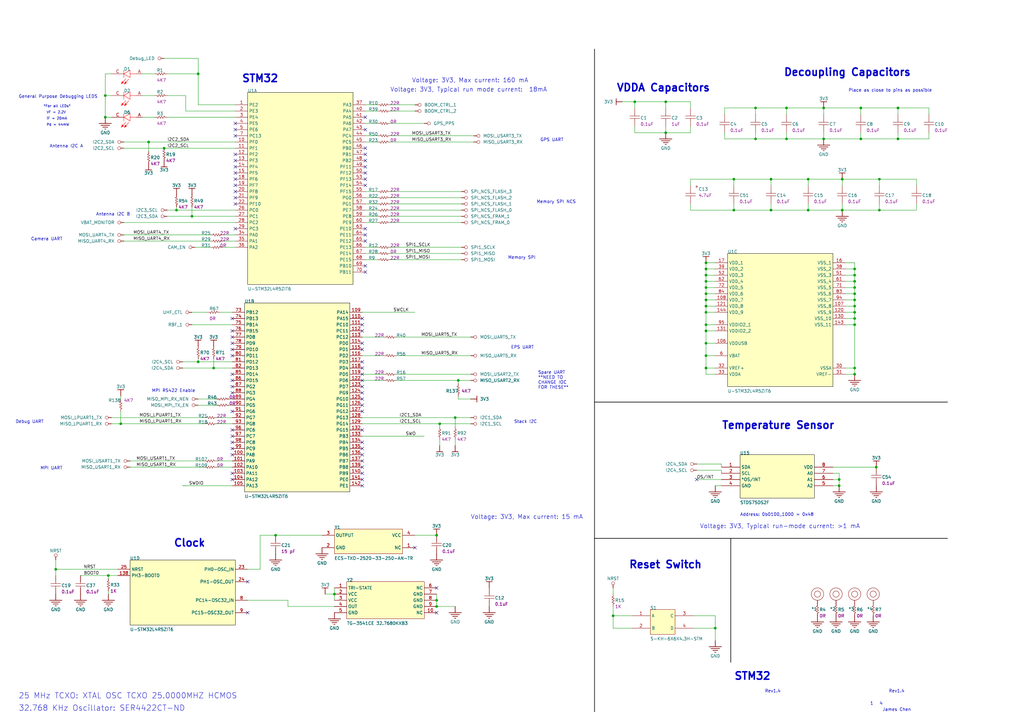
<source format=kicad_sch>
(kicad_sch (version 20250114) (generator "eeschema") (generator_version "9.0")
  (paper "A3")
  (lib_symbols
    (symbol "OBC Development Board-altium-import:3V3_BAR" (power)
      (property "Value" "3V3" (at 0 -3.81 0))
      (symbol "3V3_BAR_0_0"
        (pin power_in line (at 0 0 0) (length 0) (hide yes) (name "3V3") (number ""))
      )
    )
    (symbol "OBC Development Board-altium-import:BOOM_CTRL_1_CIRCLE" (power)
      (property "Value" "BOOM_CTRL_1" (at 0 -3.81 0))
      (symbol "BOOM_CTRL_1_CIRCLE_0_0"
        (pin power_in line (at 0 0 0) (length 0) (hide yes) (name "BOOM_CTRL_1") (number ""))
      )
    )
    (symbol "OBC Development Board-altium-import:BOOM_CTRL_2_CIRCLE" (power)
      (property "Value" "BOOM_CTRL_2" (at 0 -3.81 0))
      (symbol "BOOM_CTRL_2_CIRCLE_0_0"
        (pin power_in line (at 0 0 0) (length 0) (hide yes) (name "BOOM_CTRL_2") (number ""))
      )
    )
    (symbol "OBC Development Board-altium-import:CAM_EN_CIRCLE" (power)
      (property "Value" "CAM_EN" (at 0 -3.81 0))
      (symbol "CAM_EN_CIRCLE_0_0"
        (pin power_in line (at 0 0 0) (length 0) (hide yes) (name "CAM_EN") (number ""))
      )
    )
    (symbol "OBC Development Board-altium-import:Debug_LED_CIRCLE" (power)
      (property "Value" "Debug_LED" (at 0 -3.81 0))
      (symbol "Debug_LED_CIRCLE_0_0"
        (pin power_in line (at 0 0 0) (length 0) (hide yes) (name "Debug_LED") (number ""))
      )
    )
    (symbol "OBC Development Board-altium-import:GND_POWER_GROUND" (power)
      (property "Value" "GND" (at 0 -6.35 0))
      (symbol "GND_POWER_GROUND_0_0"
        (pin power_in line (at 0 0 0) (length 0) (hide yes) (name "GND") (number ""))
      )
    )
    (symbol "OBC Development Board-altium-import:GPS_PPS_CIRCLE" (power)
      (property "Value" "GPS_PPS" (at 0 -3.81 0))
      (symbol "GPS_PPS_CIRCLE_0_0"
        (pin power_in line (at 0 0 0) (length 0) (hide yes) (name "GPS_PPS") (number ""))
      )
    )
    (symbol "OBC Development Board-altium-import:I2C1_SCL_CIRCLE" (power)
      (property "Value" "I2C1_SCL" (at 0 -3.81 0))
      (symbol "I2C1_SCL_CIRCLE_0_0"
        (pin power_in line (at 0 0 0) (length 0) (hide yes) (name "I2C1_SCL") (number ""))
      )
    )
    (symbol "OBC Development Board-altium-import:I2C1_SDA_CIRCLE" (power)
      (property "Value" "I2C1_SDA" (at 0 -3.81 0))
      (symbol "I2C1_SDA_CIRCLE_0_0"
        (pin power_in line (at 0 0 0) (length 0) (hide yes) (name "I2C1_SDA") (number ""))
      )
    )
    (symbol "OBC Development Board-altium-import:I2C2_SCL_CIRCLE" (power)
      (property "Value" "I2C2_SCL" (at 0 -3.81 0))
      (symbol "I2C2_SCL_CIRCLE_0_0"
        (pin power_in line (at 0 0 0) (length 0) (hide yes) (name "I2C2_SCL") (number ""))
      )
    )
    (symbol "OBC Development Board-altium-import:I2C2_SDA_CIRCLE" (power)
      (property "Value" "I2C2_SDA" (at 0 -3.81 0))
      (symbol "I2C2_SDA_CIRCLE_0_0"
        (pin power_in line (at 0 0 0) (length 0) (hide yes) (name "I2C2_SDA") (number ""))
      )
    )
    (symbol "OBC Development Board-altium-import:I2C3_SCL_CIRCLE" (power)
      (property "Value" "I2C3_SCL" (at 0 -3.81 0))
      (symbol "I2C3_SCL_CIRCLE_0_0"
        (pin power_in line (at 0 0 0) (length 0) (hide yes) (name "I2C3_SCL") (number ""))
      )
    )
    (symbol "OBC Development Board-altium-import:I2C3_SDA_CIRCLE" (power)
      (property "Value" "I2C3_SDA" (at 0 -3.81 0))
      (symbol "I2C3_SDA_CIRCLE_0_0"
        (pin power_in line (at 0 0 0) (length 0) (hide yes) (name "I2C3_SDA") (number ""))
      )
    )
    (symbol "OBC Development Board-altium-import:I2C4_SCL_CIRCLE" (power)
      (property "Value" "I2C4_SCL" (at 0 -3.81 0))
      (symbol "I2C4_SCL_CIRCLE_0_0"
        (pin power_in line (at 0 0 0) (length 0) (hide yes) (name "I2C4_SCL") (number ""))
      )
    )
    (symbol "OBC Development Board-altium-import:I2C4_SDA_CIRCLE" (power)
      (property "Value" "I2C4_SDA" (at 0 -3.81 0))
      (symbol "I2C4_SDA_CIRCLE_0_0"
        (pin power_in line (at 0 0 0) (length 0) (hide yes) (name "I2C4_SDA") (number ""))
      )
    )
    (symbol "OBC Development Board-altium-import:MISO_LPUART1_RX_CIRCLE" (power)
      (property "Value" "MISO_LPUART1_RX" (at 0 -3.81 0))
      (symbol "MISO_LPUART1_RX_CIRCLE_0_0"
        (pin power_in line (at 0 0 0) (length 0) (hide yes) (name "MISO_LPUART1_RX") (number ""))
      )
    )
    (symbol "OBC Development Board-altium-import:MISO_MPI_RX_NEN_CIRCLE" (power)
      (property "Value" "MISO_MPI_RX_NEN" (at 0 -3.81 0))
      (symbol "MISO_MPI_RX_NEN_CIRCLE_0_0"
        (pin power_in line (at 0 0 0) (length 0) (hide yes) (name "MISO_MPI_RX_NEN") (number ""))
      )
    )
    (symbol "OBC Development Board-altium-import:MISO_UART4_RX_CIRCLE" (power)
      (property "Value" "MISO_UART4_RX" (at 0 -3.81 0))
      (symbol "MISO_UART4_RX_CIRCLE_0_0"
        (pin power_in line (at 0 0 0) (length 0) (hide yes) (name "MISO_UART4_RX") (number ""))
      )
    )
    (symbol "OBC Development Board-altium-import:MISO_UART5_RX_CIRCLE" (power)
      (property "Value" "MISO_UART5_RX" (at 0 -3.81 0))
      (symbol "MISO_UART5_RX_CIRCLE_0_0"
        (pin power_in line (at 0 0 0) (length 0) (hide yes) (name "MISO_UART5_RX") (number ""))
      )
    )
    (symbol "OBC Development Board-altium-import:MISO_USART1_RX_CIRCLE" (power)
      (property "Value" "MISO_USART1_RX" (at 0 -3.81 0))
      (symbol "MISO_USART1_RX_CIRCLE_0_0"
        (pin power_in line (at 0 0 0) (length 0) (hide yes) (name "MISO_USART1_RX") (number ""))
      )
    )
    (symbol "OBC Development Board-altium-import:MISO_USART2_RX_CIRCLE" (power)
      (property "Value" "MISO_USART2_RX" (at 0 -3.81 0))
      (symbol "MISO_USART2_RX_CIRCLE_0_0"
        (pin power_in line (at 0 0 0) (length 0) (hide yes) (name "MISO_USART2_RX") (number ""))
      )
    )
    (symbol "OBC Development Board-altium-import:MISO_USART3_RX_CIRCLE" (power)
      (property "Value" "MISO_USART3_RX" (at 0 -3.81 0))
      (symbol "MISO_USART3_RX_CIRCLE_0_0"
        (pin power_in line (at 0 0 0) (length 0) (hide yes) (name "MISO_USART3_RX") (number ""))
      )
    )
    (symbol "OBC Development Board-altium-import:MOSI_LPUART1_TX_CIRCLE" (power)
      (property "Value" "MOSI_LPUART1_TX" (at 0 -3.81 0))
      (symbol "MOSI_LPUART1_TX_CIRCLE_0_0"
        (pin power_in line (at 0 0 0) (length 0) (hide yes) (name "MOSI_LPUART1_TX") (number ""))
      )
    )
    (symbol "OBC Development Board-altium-import:MOSI_MPI_TX_EN_CIRCLE" (power)
      (property "Value" "MOSI_MPI_TX_EN" (at 0 -3.81 0))
      (symbol "MOSI_MPI_TX_EN_CIRCLE_0_0"
        (pin power_in line (at 0 0 0) (length 0) (hide yes) (name "MOSI_MPI_TX_EN") (number ""))
      )
    )
    (symbol "OBC Development Board-altium-import:MOSI_UART4_TX_CIRCLE" (power)
      (property "Value" "MOSI_UART4_TX" (at 0 -3.81 0))
      (symbol "MOSI_UART4_TX_CIRCLE_0_0"
        (pin power_in line (at 0 0 0) (length 0) (hide yes) (name "MOSI_UART4_TX") (number ""))
      )
    )
    (symbol "OBC Development Board-altium-import:MOSI_UART5_TX_CIRCLE" (power)
      (property "Value" "MOSI_UART5_TX" (at 0 -3.81 0))
      (symbol "MOSI_UART5_TX_CIRCLE_0_0"
        (pin power_in line (at 0 0 0) (length 0) (hide yes) (name "MOSI_UART5_TX") (number ""))
      )
    )
    (symbol "OBC Development Board-altium-import:MOSI_USART1_TX_CIRCLE" (power)
      (property "Value" "MOSI_USART1_TX" (at 0 -3.81 0))
      (symbol "MOSI_USART1_TX_CIRCLE_0_0"
        (pin power_in line (at 0 0 0) (length 0) (hide yes) (name "MOSI_USART1_TX") (number ""))
      )
    )
    (symbol "OBC Development Board-altium-import:MOSI_USART2_TX_CIRCLE" (power)
      (property "Value" "MOSI_USART2_TX" (at 0 -3.81 0))
      (symbol "MOSI_USART2_TX_CIRCLE_0_0"
        (pin power_in line (at 0 0 0) (length 0) (hide yes) (name "MOSI_USART2_TX") (number ""))
      )
    )
    (symbol "OBC Development Board-altium-import:MOSI_USART3_TX_CIRCLE" (power)
      (property "Value" "MOSI_USART3_TX" (at 0 -3.81 0))
      (symbol "MOSI_USART3_TX_CIRCLE_0_0"
        (pin power_in line (at 0 0 0) (length 0) (hide yes) (name "MOSI_USART3_TX") (number ""))
      )
    )
    (symbol "OBC Development Board-altium-import:NRST_CIRCLE" (power)
      (property "Value" "NRST" (at 0 -3.81 0))
      (symbol "NRST_CIRCLE_0_0"
        (pin power_in line (at 0 0 0) (length 0) (hide yes) (name "NRST") (number ""))
      )
    )
    (symbol "OBC Development Board-altium-import:RBF_1_CIRCLE" (power)
      (property "Value" "RBF_1" (at 0 -3.81 0))
      (symbol "RBF_1_CIRCLE_0_0"
        (pin power_in line (at 0 0 0) (length 0) (hide yes) (name "RBF_1") (number ""))
      )
    )
    (symbol "OBC Development Board-altium-import:SPI1_MISO_CIRCLE" (power)
      (property "Value" "SPI1_MISO" (at 0 -3.81 0))
      (symbol "SPI1_MISO_CIRCLE_0_0"
        (pin power_in line (at 0 0 0) (length 0) (hide yes) (name "SPI1_MISO") (number ""))
      )
    )
    (symbol "OBC Development Board-altium-import:SPI1_MOSI_CIRCLE" (power)
      (property "Value" "SPI1_MOSI" (at 0 -3.81 0))
      (symbol "SPI1_MOSI_CIRCLE_0_0"
        (pin power_in line (at 0 0 0) (length 0) (hide yes) (name "SPI1_MOSI") (number ""))
      )
    )
    (symbol "OBC Development Board-altium-import:SPI1_SCLK_CIRCLE" (power)
      (property "Value" "SPI1_SCLK" (at 0 -3.81 0))
      (symbol "SPI1_SCLK_CIRCLE_0_0"
        (pin power_in line (at 0 0 0) (length 0) (hide yes) (name "SPI1_SCLK") (number ""))
      )
    )
    (symbol "OBC Development Board-altium-import:SPI_NCS_FLASH_0_CIRCLE" (power)
      (property "Value" "SPI_NCS_FLASH_0" (at 0 -3.81 0))
      (symbol "SPI_NCS_FLASH_0_CIRCLE_0_0"
        (pin power_in line (at 0 0 0) (length 0) (hide yes) (name "SPI_NCS_FLASH_0") (number ""))
      )
    )
    (symbol "OBC Development Board-altium-import:SPI_NCS_FLASH_1_CIRCLE" (power)
      (property "Value" "SPI_NCS_FLASH_1" (at 0 -3.81 0))
      (symbol "SPI_NCS_FLASH_1_CIRCLE_0_0"
        (pin power_in line (at 0 0 0) (length 0) (hide yes) (name "SPI_NCS_FLASH_1") (number ""))
      )
    )
    (symbol "OBC Development Board-altium-import:SPI_NCS_FLASH_2_CIRCLE" (power)
      (property "Value" "SPI_NCS_FLASH_2" (at 0 -3.81 0))
      (symbol "SPI_NCS_FLASH_2_CIRCLE_0_0"
        (pin power_in line (at 0 0 0) (length 0) (hide yes) (name "SPI_NCS_FLASH_2") (number ""))
      )
    )
    (symbol "OBC Development Board-altium-import:SPI_NCS_FLASH_3_CIRCLE" (power)
      (property "Value" "SPI_NCS_FLASH_3" (at 0 -3.81 0))
      (symbol "SPI_NCS_FLASH_3_CIRCLE_0_0"
        (pin power_in line (at 0 0 0) (length 0) (hide yes) (name "SPI_NCS_FLASH_3") (number ""))
      )
    )
    (symbol "OBC Development Board-altium-import:SPI_NCS_FRAM_0_CIRCLE" (power)
      (property "Value" "SPI_NCS_FRAM_0" (at 0 -3.81 0))
      (symbol "SPI_NCS_FRAM_0_CIRCLE_0_0"
        (pin power_in line (at 0 0 0) (length 0) (hide yes) (name "SPI_NCS_FRAM_0") (number ""))
      )
    )
    (symbol "OBC Development Board-altium-import:SPI_NCS_FRAM_1_CIRCLE" (power)
      (property "Value" "SPI_NCS_FRAM_1" (at 0 -3.81 0))
      (symbol "SPI_NCS_FRAM_1_CIRCLE_0_0"
        (pin power_in line (at 0 0 0) (length 0) (hide yes) (name "SPI_NCS_FRAM_1") (number ""))
      )
    )
    (symbol "OBC Development Board-altium-import:UHF_CTL_CIRCLE" (power)
      (property "Value" "UHF_CTL" (at 0 -3.81 0))
      (symbol "UHF_CTL_CIRCLE_0_0"
        (pin power_in line (at 0 0 0) (length 0) (hide yes) (name "UHF_CTL") (number ""))
      )
    )
    (symbol "OBC Development Board-altium-import:VBAT_MONITOR_CIRCLE" (power)
      (property "Value" "VBAT_MONITOR" (at 0 -3.81 0))
      (symbol "VBAT_MONITOR_CIRCLE_0_0"
        (pin power_in line (at 0 0 0) (length 0) (hide yes) (name "VBAT_MONITOR") (number ""))
      )
    )
    (symbol "OBC Development Board:root_0_RT-0R00-F-1/10W-0603_OBC Development Board.SchLib" (pin_numbers (hide yes)) (pin_names (hide yes))
      (symbol "root_0_RT-0R00-F-1/10W-0603_OBC Development Board.SchLib_1_0"
        (pin passive line (at 0 0 0) (length 1.016) (name "") (number "1"))
        (pin passive line (at 5.08 0 180) (length 1.016) (name "") (number "2"))
      )
    )
    (symbol "OBC Development Board:root_0_RT-22R0-F-1/16W-0603_OBC Development Board.SchLib" (pin_numbers (hide yes)) (pin_names (hide yes))
      (symbol "root_0_RT-22R0-F-1/16W-0603_OBC Development Board.SchLib_1_0"
        (pin passive line (at 0 0 0) (length 1.016) (name "") (number "1"))
        (pin passive line (at 5.08 0 180) (length 1.016) (name "") (number "2"))
      )
    )
    (symbol "OBC Development Board:root_0_RT-4K7-F-1/16W-0603_OBC Development Board.SchLib" (pin_numbers (hide yes)) (pin_names (hide yes))
      (symbol "root_0_RT-4K7-F-1/16W-0603_OBC Development Board.SchLib_1_0"
        (pin passive line (at 0 0 0) (length 1.016) (name "") (number "1"))
        (pin passive line (at 5.08 0 180) (length 1.016) (name "") (number "2"))
      )
    )
    (symbol "OBC Development Board:root_0_S-KH-6X6X4.3H-STM_OBC Development Board.SchLib"
      (symbol "root_0_S-KH-6X6X4.3H-STM_OBC Development Board.SchLib_1_0"
        (pin passive line (at -12.7 2.54 0) (length 7.62) (name "A") (number "1"))
        (pin passive line (at -12.7 -2.54 0) (length 7.62) (name "B") (number "2"))
        (pin passive line (at 12.7 2.54 180) (length 7.62) (name "C") (number "3"))
        (pin passive line (at 12.7 -2.54 180) (length 7.62) (name "D") (number "4"))
      )
    )
    (symbol "OBC Development Board:root_0_U-STDS75DS2F_OBC Development Board.SchLib"
      (symbol "root_0_U-STDS75DS2F_OBC Development Board.SchLib_1_0"
        (pin passive line (at 0 0 0) (length 7.62) (name "SDA") (number "1"))
        (pin passive line (at 0 -2.54 0) (length 7.62) (name "SCL") (number "2"))
        (pin passive line (at 0 -5.08 0) (length 7.62) (name "*OS/INT") (number "3"))
        (pin passive line (at 0 -7.62 0) (length 7.62) (name "GND") (number "4"))
        (pin passive line (at 45.72 0 180) (length 7.62) (name "VDD") (number "8"))
        (pin passive line (at 45.72 -2.54 180) (length 7.62) (name "A0") (number "7"))
        (pin passive line (at 45.72 -5.08 180) (length 7.62) (name "A1") (number "6"))
        (pin passive line (at 45.72 -7.62 180) (length 7.62) (name "A2") (number "5"))
      )
    )
    (symbol "OBC Development Board:root_0_U-STM32L4R5ZIT6_OBC Development Board.SchLib"
      (symbol "root_0_U-STM32L4R5ZIT6_OBC Development Board.SchLib_1_0"
        (pin passive line (at 142.24 -5.08 0) (length 5.08) (name "PE2") (number "1"))
        (pin passive line (at 142.24 -7.62 0) (length 5.08) (name "PE3") (number "2"))
        (pin passive line (at 142.24 -10.16 0) (length 5.08) (name "PE4") (number "3"))
        (pin passive line (at 142.24 -12.7 0) (length 5.08) (name "PE5") (number "4"))
        (pin passive line (at 142.24 -15.24 0) (length 5.08) (name "PE6") (number "5"))
        (pin passive line (at 142.24 -17.78 0) (length 5.08) (name "PC13") (number "7"))
        (pin passive line (at 142.24 -20.32 0) (length 5.08) (name "PF0") (number "10"))
        (pin passive line (at 142.24 -22.86 0) (length 5.08) (name "PF1") (number "11"))
        (pin passive line (at 142.24 -25.4 0) (length 5.08) (name "PF2") (number "12"))
        (pin passive line (at 142.24 -27.94 0) (length 5.08) (name "PF3") (number "13"))
        (pin passive line (at 142.24 -30.48 0) (length 5.08) (name "PF4") (number "14"))
        (pin passive line (at 142.24 -33.02 0) (length 5.08) (name "PF5") (number "15"))
        (pin passive line (at 142.24 -35.56 0) (length 5.08) (name "PF6") (number "18"))
        (pin passive line (at 142.24 -38.1 0) (length 5.08) (name "PF7") (number "19"))
        (pin passive line (at 142.24 -40.64 0) (length 5.08) (name "PF8") (number "20"))
        (pin passive line (at 142.24 -43.18 0) (length 5.08) (name "PF9") (number "21"))
        (pin passive line (at 142.24 -45.72 0) (length 5.08) (name "PF10") (number "22"))
        (pin passive line (at 142.24 -48.26 0) (length 5.08) (name "PC0") (number "26"))
        (pin passive line (at 142.24 -50.8 0) (length 5.08) (name "PC1") (number "27"))
        (pin passive line (at 142.24 -53.34 0) (length 5.08) (name "PC2") (number "28"))
        (pin passive line (at 142.24 -55.88 0) (length 5.08) (name "PC3") (number "29"))
        (pin passive line (at 142.24 -58.42 0) (length 5.08) (name "PA0") (number "34"))
        (pin passive line (at 142.24 -60.96 0) (length 5.08) (name "PA1") (number "35"))
        (pin passive line (at 142.24 -63.5 0) (length 5.08) (name "PA2") (number "36"))
        (pin passive line (at 195.58 -5.08 180) (length 5.08) (name "PA3") (number "37"))
        (pin passive line (at 195.58 -7.62 180) (length 5.08) (name "PA4") (number "40"))
        (pin passive line (at 195.58 -10.16 180) (length 5.08) (name "PA5") (number "41"))
        (pin passive line (at 195.58 -12.7 180) (length 5.08) (name "PA6") (number "42"))
        (pin passive line (at 195.58 -15.24 180) (length 5.08) (name "PA7") (number "43"))
        (pin passive line (at 195.58 -17.78 180) (length 5.08) (name "PC4") (number "44"))
        (pin passive line (at 195.58 -20.32 180) (length 5.08) (name "PC5") (number "45"))
        (pin passive line (at 195.58 -22.86 180) (length 5.08) (name "PB0") (number "46"))
        (pin passive line (at 195.58 -25.4 180) (length 5.08) (name "PB1") (number "47"))
        (pin passive line (at 195.58 -27.94 180) (length 5.08) (name "PB2") (number "48"))
        (pin passive line (at 195.58 -30.48 180) (length 5.08) (name "PF11") (number "49"))
        (pin passive line (at 195.58 -33.02 180) (length 5.08) (name "PF12") (number "50"))
        (pin passive line (at 195.58 -35.56 180) (length 5.08) (name "PF13") (number "53"))
        (pin passive line (at 195.58 -38.1 180) (length 5.08) (name "PF14") (number "54"))
        (pin passive line (at 195.58 -40.64 180) (length 5.08) (name "PF15") (number "55"))
        (pin passive line (at 195.58 -43.18 180) (length 5.08) (name "PG0") (number "56"))
        (pin passive line (at 195.58 -45.72 180) (length 5.08) (name "PG1") (number "57"))
        (pin passive line (at 195.58 -48.26 180) (length 5.08) (name "PE7") (number "58"))
        (pin passive line (at 195.58 -50.8 180) (length 5.08) (name "PE8") (number "59"))
        (pin passive line (at 195.58 -53.34 180) (length 5.08) (name "PE9") (number "60"))
        (pin passive line (at 195.58 -55.88 180) (length 5.08) (name "PE10") (number "63"))
        (pin passive line (at 195.58 -58.42 180) (length 5.08) (name "PE11") (number "64"))
        (pin passive line (at 195.58 -60.96 180) (length 5.08) (name "PE12") (number "65"))
        (pin passive line (at 195.58 -63.5 180) (length 5.08) (name "PE13") (number "66"))
        (pin passive line (at 195.58 -66.04 180) (length 5.08) (name "PE14") (number "67"))
        (pin passive line (at 195.58 -68.58 180) (length 5.08) (name "PE15") (number "68"))
        (pin passive line (at 195.58 -71.12 180) (length 5.08) (name "PB10") (number "69"))
        (pin passive line (at 195.58 -73.66 180) (length 5.08) (name "PB11") (number "70"))
      )
      (symbol "root_0_U-STM32L4R5ZIT6_OBC Development Board.SchLib_2_0"
        (pin passive line (at -15.24 60.96 0) (length 5.08) (name "PB12") (number "73"))
        (pin passive line (at -15.24 58.42 0) (length 5.08) (name "PB13") (number "74"))
        (pin passive line (at -15.24 55.88 0) (length 5.08) (name "PB14") (number "75"))
        (pin passive line (at -15.24 53.34 0) (length 5.08) (name "PB15") (number "76"))
        (pin passive line (at -15.24 50.8 0) (length 5.08) (name "PD8") (number "77"))
        (pin passive line (at -15.24 48.26 0) (length 5.08) (name "PD9") (number "78"))
        (pin passive line (at -15.24 45.72 0) (length 5.08) (name "PD10") (number "79"))
        (pin passive line (at -15.24 43.18 0) (length 5.08) (name "PD11") (number "80"))
        (pin passive line (at -15.24 40.64 0) (length 5.08) (name "PD12") (number "81"))
        (pin passive line (at -15.24 38.1 0) (length 5.08) (name "PD13") (number "82"))
        (pin passive line (at -15.24 35.56 0) (length 5.08) (name "PD14") (number "85"))
        (pin passive line (at -15.24 33.02 0) (length 5.08) (name "PD15") (number "86"))
        (pin passive line (at -15.24 30.48 0) (length 5.08) (name "PG2") (number "87"))
        (pin passive line (at -15.24 27.94 0) (length 5.08) (name "PG3") (number "88"))
        (pin passive line (at -15.24 25.4 0) (length 5.08) (name "PG4") (number "89"))
        (pin passive line (at -15.24 22.86 0) (length 5.08) (name "PG5") (number "90"))
        (pin passive line (at -15.24 20.32 0) (length 5.08) (name "PG6") (number "91"))
        (pin passive line (at -15.24 17.78 0) (length 5.08) (name "PG7") (number "92"))
        (pin passive line (at -15.24 15.24 0) (length 5.08) (name "PG8") (number "93"))
        (pin passive line (at -15.24 12.7 0) (length 5.08) (name "PC6") (number "96"))
        (pin passive line (at -15.24 10.16 0) (length 5.08) (name "PC7") (number "97"))
        (pin passive line (at -15.24 7.62 0) (length 5.08) (name "PC8") (number "98"))
        (pin passive line (at -15.24 5.08 0) (length 5.08) (name "PC9") (number "99"))
        (pin passive line (at -15.24 2.54 0) (length 5.08) (name "PA8") (number "100"))
        (pin passive line (at -15.24 0 0) (length 5.08) (name "PA9") (number "101"))
        (pin passive line (at -15.24 -2.54 0) (length 5.08) (name "PA10") (number "102"))
        (pin passive line (at -15.24 -5.08 0) (length 5.08) (name "PA11") (number "103"))
        (pin passive line (at -15.24 -7.62 0) (length 5.08) (name "PA12") (number "104"))
        (pin passive line (at -15.24 -10.16 0) (length 5.08) (name "PA13") (number "105"))
        (pin passive line (at 38.1 60.96 180) (length 5.08) (name "PA14") (number "109"))
        (pin passive line (at 38.1 58.42 180) (length 5.08) (name "PA15") (number "110"))
        (pin passive line (at 38.1 55.88 180) (length 5.08) (name "PC10") (number "111"))
        (pin passive line (at 38.1 53.34 180) (length 5.08) (name "PC11") (number "112"))
        (pin passive line (at 38.1 50.8 180) (length 5.08) (name "PC12") (number "113"))
        (pin passive line (at 38.1 48.26 180) (length 5.08) (name "PD0") (number "114"))
        (pin passive line (at 38.1 45.72 180) (length 5.08) (name "PD1") (number "115"))
        (pin passive line (at 38.1 43.18 180) (length 5.08) (name "PD2") (number "116"))
        (pin passive line (at 38.1 40.64 180) (length 5.08) (name "PD3") (number "117"))
        (pin passive line (at 38.1 38.1 180) (length 5.08) (name "PD4") (number "118"))
        (pin passive line (at 38.1 35.56 180) (length 5.08) (name "PD5") (number "119"))
        (pin passive line (at 38.1 33.02 180) (length 5.08) (name "PD6") (number "122"))
        (pin passive line (at 38.1 30.48 180) (length 5.08) (name "PD7") (number "123"))
        (pin passive line (at 38.1 27.94 180) (length 5.08) (name "PG9") (number "124"))
        (pin passive line (at 38.1 25.4 180) (length 5.08) (name "PG10") (number "125"))
        (pin passive line (at 38.1 22.86 180) (length 5.08) (name "PG11") (number "126"))
        (pin passive line (at 38.1 20.32 180) (length 5.08) (name "PG12") (number "127"))
        (pin passive line (at 38.1 17.78 180) (length 5.08) (name "PG13") (number "128"))
        (pin passive line (at 38.1 15.24 180) (length 5.08) (name "PG14") (number "129"))
        (pin passive line (at 38.1 12.7 180) (length 5.08) (name "PG15") (number "132"))
        (pin passive line (at 38.1 10.16 180) (length 5.08) (name "PB3") (number "133"))
        (pin passive line (at 38.1 7.62 180) (length 5.08) (name "PB4") (number "134"))
        (pin passive line (at 38.1 5.08 180) (length 5.08) (name "PB5") (number "135"))
        (pin passive line (at 38.1 2.54 180) (length 5.08) (name "PB6") (number "136"))
        (pin passive line (at 38.1 0 180) (length 5.08) (name "PB7") (number "137"))
        (pin passive line (at 38.1 -2.54 180) (length 5.08) (name "PB8") (number "139"))
        (pin passive line (at 38.1 -5.08 180) (length 5.08) (name "PB9") (number "140"))
        (pin passive line (at 38.1 -7.62 180) (length 5.08) (name "PE0") (number "141"))
        (pin passive line (at 38.1 -10.16 180) (length 5.08) (name "PE1") (number "142"))
      )
      (symbol "root_0_U-STM32L4R5ZIT6_OBC Development Board.SchLib_3_0"
        (pin passive line (at -26.67 20.32 0) (length 5.08) (name "VDD_1") (number "17"))
        (pin passive line (at -26.67 17.78 0) (length 5.08) (name "VDD_2") (number "39"))
        (pin passive line (at -26.67 15.24 0) (length 5.08) (name "VDD_3") (number "52"))
        (pin passive line (at -26.67 12.7 0) (length 5.08) (name "VDD_4") (number "62"))
        (pin passive line (at -26.67 10.16 0) (length 5.08) (name "VDD_5") (number "72"))
        (pin passive line (at -26.67 7.62 0) (length 5.08) (name "VDD_6") (number "84"))
        (pin passive line (at -26.67 5.08 0) (length 5.08) (name "VDD_7") (number "108"))
        (pin passive line (at -26.67 2.54 0) (length 5.08) (name "VDD_8") (number "121"))
        (pin passive line (at -26.67 0 0) (length 5.08) (name "VDD_9") (number "144"))
        (pin passive line (at -26.67 -5.08 0) (length 5.08) (name "VDDIO2_1") (number "95"))
        (pin passive line (at -26.67 -7.62 0) (length 5.08) (name "VDDIO2_2") (number "131"))
        (pin passive line (at -26.67 -12.7 0) (length 5.08) (name "VDDUSB") (number "106"))
        (pin passive line (at -26.67 -17.78 0) (length 5.08) (name "VBAT") (number "6"))
        (pin passive line (at -26.67 -22.86 0) (length 5.08) (name "VREF+") (number "32"))
        (pin passive line (at -26.67 -25.4 0) (length 5.08) (name "VDDA") (number "33"))
        (pin passive line (at 26.67 20.32 180) (length 5.08) (name "VSS_1") (number "16"))
        (pin passive line (at 26.67 17.78 180) (length 5.08) (name "VSS_2") (number "38"))
        (pin passive line (at 26.67 15.24 180) (length 5.08) (name "VSS_3") (number "51"))
        (pin passive line (at 26.67 12.7 180) (length 5.08) (name "VSS_4") (number "61"))
        (pin passive line (at 26.67 10.16 180) (length 5.08) (name "VSS_5") (number "71"))
        (pin passive line (at 26.67 7.62 180) (length 5.08) (name "VSS_6") (number "83"))
        (pin passive line (at 26.67 5.08 180) (length 5.08) (name "VSS_7") (number "94"))
        (pin passive line (at 26.67 2.54 180) (length 5.08) (name "VSS_8") (number "107"))
        (pin passive line (at 26.67 0 180) (length 5.08) (name "VSS_9") (number "120"))
        (pin passive line (at 26.67 -2.54 180) (length 5.08) (name "VSS_10") (number "130"))
        (pin passive line (at 26.67 -5.08 180) (length 5.08) (name "VSS_11") (number "143"))
        (pin passive line (at 26.67 -22.86 180) (length 5.08) (name "VSSA") (number "30"))
        (pin passive line (at 26.67 -25.4 180) (length 5.08) (name "VREF-") (number "31"))
      )
      (symbol "root_0_U-STM32L4R5ZIT6_OBC Development Board.SchLib_4_0"
        (pin passive line (at -25.4 20.32 0) (length 5.08) (name "PH0-OSC_IN") (number "23"))
        (pin passive line (at -25.4 15.24 0) (length 5.08) (name "PH1-OSC_OUT") (number "24"))
        (pin passive line (at -25.4 7.62 0) (length 5.08) (name "PC14-OSC32_IN") (number "8"))
        (pin passive line (at -25.4 2.54 0) (length 5.08) (name "PC15-OSC32_OUT") (number "9"))
        (pin passive line (at 27.94 20.32 180) (length 5.08) (name "NRST") (number "25"))
        (pin passive line (at 27.94 17.78 180) (length 5.08) (name "PH3-BOOT0") (number "138"))
      )
    )
    (symbol "OBC Development Board:root_0_Y-TG-3541CE 32.7680KXB3_OBC Development Board.SchLib"
      (symbol "root_0_Y-TG-3541CE 32.7680KXB3_OBC Development Board.SchLib_1_0"
        (pin passive line (at 0 0 0) (length 5.08) (name "TRI-STATE") (number "1"))
        (pin passive line (at 0 -2.54 0) (length 5.08) (name "VCC") (number "2"))
        (pin passive line (at 0 -5.08 0) (length 5.08) (name "VCC") (number "3"))
        (pin passive line (at 0 -7.62 0) (length 5.08) (name "OUT") (number "4"))
        (pin passive line (at 0 -10.16 0) (length 5.08) (name "GND") (number "5"))
        (pin passive line (at 41.91 0 180) (length 5.08) (name "NC") (number "6"))
        (pin passive line (at 41.91 -2.54 180) (length 5.08) (name "GND") (number "7"))
        (pin passive line (at 41.91 -5.08 180) (length 5.08) (name "GND") (number "8"))
        (pin passive line (at 41.91 -7.62 180) (length 5.08) (name "GND") (number "9"))
        (pin passive line (at 41.91 -10.16 180) (length 5.08) (name "NC") (number "10"))
      )
    )
    (symbol "OBC Development Board:root_0_mirrored_RT-22R0-F-1/16W-0603_OBC Development Board.SchLib" (pin_numbers (hide yes)) (pin_names (hide yes))
      (symbol "root_0_mirrored_RT-22R0-F-1/16W-0603_OBC Development Board.SchLib_1_0"
        (pin passive line (at -5.08 0 0) (length 1.016) (name "") (number "2"))
        (pin passive line (at 0 0 180) (length 1.016) (name "") (number "1"))
      )
    )
    (symbol "OBC Development Board:root_0_mirrored_U-STM32L4R5ZIT6_OBC Development Board.SchLib"
      (symbol "root_0_mirrored_U-STM32L4R5ZIT6_OBC Development Board.SchLib_1_0"
        (pin passive line (at -195.58 -5.08 0) (length 5.08) (name "PA3") (number "37"))
        (pin passive line (at -195.58 -7.62 0) (length 5.08) (name "PA4") (number "40"))
        (pin passive line (at -195.58 -10.16 0) (length 5.08) (name "PA5") (number "41"))
        (pin passive line (at -195.58 -12.7 0) (length 5.08) (name "PA6") (number "42"))
        (pin passive line (at -195.58 -15.24 0) (length 5.08) (name "PA7") (number "43"))
        (pin passive line (at -195.58 -17.78 0) (length 5.08) (name "PC4") (number "44"))
        (pin passive line (at -195.58 -20.32 0) (length 5.08) (name "PC5") (number "45"))
        (pin passive line (at -195.58 -22.86 0) (length 5.08) (name "PB0") (number "46"))
        (pin passive line (at -195.58 -25.4 0) (length 5.08) (name "PB1") (number "47"))
        (pin passive line (at -195.58 -27.94 0) (length 5.08) (name "PB2") (number "48"))
        (pin passive line (at -195.58 -30.48 0) (length 5.08) (name "PF11") (number "49"))
        (pin passive line (at -195.58 -33.02 0) (length 5.08) (name "PF12") (number "50"))
        (pin passive line (at -195.58 -35.56 0) (length 5.08) (name "PF13") (number "53"))
        (pin passive line (at -195.58 -38.1 0) (length 5.08) (name "PF14") (number "54"))
        (pin passive line (at -195.58 -40.64 0) (length 5.08) (name "PF15") (number "55"))
        (pin passive line (at -195.58 -43.18 0) (length 5.08) (name "PG0") (number "56"))
        (pin passive line (at -195.58 -45.72 0) (length 5.08) (name "PG1") (number "57"))
        (pin passive line (at -195.58 -48.26 0) (length 5.08) (name "PE7") (number "58"))
        (pin passive line (at -195.58 -50.8 0) (length 5.08) (name "PE8") (number "59"))
        (pin passive line (at -195.58 -53.34 0) (length 5.08) (name "PE9") (number "60"))
        (pin passive line (at -195.58 -55.88 0) (length 5.08) (name "PE10") (number "63"))
        (pin passive line (at -195.58 -58.42 0) (length 5.08) (name "PE11") (number "64"))
        (pin passive line (at -195.58 -60.96 0) (length 5.08) (name "PE12") (number "65"))
        (pin passive line (at -195.58 -63.5 0) (length 5.08) (name "PE13") (number "66"))
        (pin passive line (at -195.58 -66.04 0) (length 5.08) (name "PE14") (number "67"))
        (pin passive line (at -195.58 -68.58 0) (length 5.08) (name "PE15") (number "68"))
        (pin passive line (at -195.58 -71.12 0) (length 5.08) (name "PB10") (number "69"))
        (pin passive line (at -195.58 -73.66 0) (length 5.08) (name "PB11") (number "70"))
        (pin passive line (at -142.24 -5.08 180) (length 5.08) (name "PE2") (number "1"))
        (pin passive line (at -142.24 -7.62 180) (length 5.08) (name "PE3") (number "2"))
        (pin passive line (at -142.24 -10.16 180) (length 5.08) (name "PE4") (number "3"))
        (pin passive line (at -142.24 -12.7 180) (length 5.08) (name "PE5") (number "4"))
        (pin passive line (at -142.24 -15.24 180) (length 5.08) (name "PE6") (number "5"))
        (pin passive line (at -142.24 -17.78 180) (length 5.08) (name "PC13") (number "7"))
        (pin passive line (at -142.24 -20.32 180) (length 5.08) (name "PF0") (number "10"))
        (pin passive line (at -142.24 -22.86 180) (length 5.08) (name "PF1") (number "11"))
        (pin passive line (at -142.24 -25.4 180) (length 5.08) (name "PF2") (number "12"))
        (pin passive line (at -142.24 -27.94 180) (length 5.08) (name "PF3") (number "13"))
        (pin passive line (at -142.24 -30.48 180) (length 5.08) (name "PF4") (number "14"))
        (pin passive line (at -142.24 -33.02 180) (length 5.08) (name "PF5") (number "15"))
        (pin passive line (at -142.24 -35.56 180) (length 5.08) (name "PF6") (number "18"))
        (pin passive line (at -142.24 -38.1 180) (length 5.08) (name "PF7") (number "19"))
        (pin passive line (at -142.24 -40.64 180) (length 5.08) (name "PF8") (number "20"))
        (pin passive line (at -142.24 -43.18 180) (length 5.08) (name "PF9") (number "21"))
        (pin passive line (at -142.24 -45.72 180) (length 5.08) (name "PF10") (number "22"))
        (pin passive line (at -142.24 -48.26 180) (length 5.08) (name "PC0") (number "26"))
        (pin passive line (at -142.24 -50.8 180) (length 5.08) (name "PC1") (number "27"))
        (pin passive line (at -142.24 -53.34 180) (length 5.08) (name "PC2") (number "28"))
        (pin passive line (at -142.24 -55.88 180) (length 5.08) (name "PC3") (number "29"))
        (pin passive line (at -142.24 -58.42 180) (length 5.08) (name "PA0") (number "34"))
        (pin passive line (at -142.24 -60.96 180) (length 5.08) (name "PA1") (number "35"))
        (pin passive line (at -142.24 -63.5 180) (length 5.08) (name "PA2") (number "36"))
      )
      (symbol "root_0_mirrored_U-STM32L4R5ZIT6_OBC Development Board.SchLib_2_0"
        (pin passive line (at -38.1 60.96 0) (length 5.08) (name "PA14") (number "109"))
        (pin passive line (at -38.1 58.42 0) (length 5.08) (name "PA15") (number "110"))
        (pin passive line (at -38.1 55.88 0) (length 5.08) (name "PC10") (number "111"))
        (pin passive line (at -38.1 53.34 0) (length 5.08) (name "PC11") (number "112"))
        (pin passive line (at -38.1 50.8 0) (length 5.08) (name "PC12") (number "113"))
        (pin passive line (at -38.1 48.26 0) (length 5.08) (name "PD0") (number "114"))
        (pin passive line (at -38.1 45.72 0) (length 5.08) (name "PD1") (number "115"))
        (pin passive line (at -38.1 43.18 0) (length 5.08) (name "PD2") (number "116"))
        (pin passive line (at -38.1 40.64 0) (length 5.08) (name "PD3") (number "117"))
        (pin passive line (at -38.1 38.1 0) (length 5.08) (name "PD4") (number "118"))
        (pin passive line (at -38.1 35.56 0) (length 5.08) (name "PD5") (number "119"))
        (pin passive line (at -38.1 33.02 0) (length 5.08) (name "PD6") (number "122"))
        (pin passive line (at -38.1 30.48 0) (length 5.08) (name "PD7") (number "123"))
        (pin passive line (at -38.1 27.94 0) (length 5.08) (name "PG9") (number "124"))
        (pin passive line (at -38.1 25.4 0) (length 5.08) (name "PG10") (number "125"))
        (pin passive line (at -38.1 22.86 0) (length 5.08) (name "PG11") (number "126"))
        (pin passive line (at -38.1 20.32 0) (length 5.08) (name "PG12") (number "127"))
        (pin passive line (at -38.1 17.78 0) (length 5.08) (name "PG13") (number "128"))
        (pin passive line (at -38.1 15.24 0) (length 5.08) (name "PG14") (number "129"))
        (pin passive line (at -38.1 12.7 0) (length 5.08) (name "PG15") (number "132"))
        (pin passive line (at -38.1 10.16 0) (length 5.08) (name "PB3") (number "133"))
        (pin passive line (at -38.1 7.62 0) (length 5.08) (name "PB4") (number "134"))
        (pin passive line (at -38.1 5.08 0) (length 5.08) (name "PB5") (number "135"))
        (pin passive line (at -38.1 2.54 0) (length 5.08) (name "PB6") (number "136"))
        (pin passive line (at -38.1 0 0) (length 5.08) (name "PB7") (number "137"))
        (pin passive line (at -38.1 -2.54 0) (length 5.08) (name "PB8") (number "139"))
        (pin passive line (at -38.1 -5.08 0) (length 5.08) (name "PB9") (number "140"))
        (pin passive line (at -38.1 -7.62 0) (length 5.08) (name "PE0") (number "141"))
        (pin passive line (at -38.1 -10.16 0) (length 5.08) (name "PE1") (number "142"))
        (pin passive line (at 15.24 60.96 180) (length 5.08) (name "PB12") (number "73"))
        (pin passive line (at 15.24 58.42 180) (length 5.08) (name "PB13") (number "74"))
        (pin passive line (at 15.24 55.88 180) (length 5.08) (name "PB14") (number "75"))
        (pin passive line (at 15.24 53.34 180) (length 5.08) (name "PB15") (number "76"))
        (pin passive line (at 15.24 50.8 180) (length 5.08) (name "PD8") (number "77"))
        (pin passive line (at 15.24 48.26 180) (length 5.08) (name "PD9") (number "78"))
        (pin passive line (at 15.24 45.72 180) (length 5.08) (name "PD10") (number "79"))
        (pin passive line (at 15.24 43.18 180) (length 5.08) (name "PD11") (number "80"))
        (pin passive line (at 15.24 40.64 180) (length 5.08) (name "PD12") (number "81"))
        (pin passive line (at 15.24 38.1 180) (length 5.08) (name "PD13") (number "82"))
        (pin passive line (at 15.24 35.56 180) (length 5.08) (name "PD14") (number "85"))
        (pin passive line (at 15.24 33.02 180) (length 5.08) (name "PD15") (number "86"))
        (pin passive line (at 15.24 30.48 180) (length 5.08) (name "PG2") (number "87"))
        (pin passive line (at 15.24 27.94 180) (length 5.08) (name "PG3") (number "88"))
        (pin passive line (at 15.24 25.4 180) (length 5.08) (name "PG4") (number "89"))
        (pin passive line (at 15.24 22.86 180) (length 5.08) (name "PG5") (number "90"))
        (pin passive line (at 15.24 20.32 180) (length 5.08) (name "PG6") (number "91"))
        (pin passive line (at 15.24 17.78 180) (length 5.08) (name "PG7") (number "92"))
        (pin passive line (at 15.24 15.24 180) (length 5.08) (name "PG8") (number "93"))
        (pin passive line (at 15.24 12.7 180) (length 5.08) (name "PC6") (number "96"))
        (pin passive line (at 15.24 10.16 180) (length 5.08) (name "PC7") (number "97"))
        (pin passive line (at 15.24 7.62 180) (length 5.08) (name "PC8") (number "98"))
        (pin passive line (at 15.24 5.08 180) (length 5.08) (name "PC9") (number "99"))
        (pin passive line (at 15.24 2.54 180) (length 5.08) (name "PA8") (number "100"))
        (pin passive line (at 15.24 0 180) (length 5.08) (name "PA9") (number "101"))
        (pin passive line (at 15.24 -2.54 180) (length 5.08) (name "PA10") (number "102"))
        (pin passive line (at 15.24 -5.08 180) (length 5.08) (name "PA11") (number "103"))
        (pin passive line (at 15.24 -7.62 180) (length 5.08) (name "PA12") (number "104"))
        (pin passive line (at 15.24 -10.16 180) (length 5.08) (name "PA13") (number "105"))
      )
      (symbol "root_0_mirrored_U-STM32L4R5ZIT6_OBC Development Board.SchLib_3_0"
        (pin passive line (at -26.67 20.32 0) (length 5.08) (name "VSS_1") (number "16"))
        (pin passive line (at -26.67 17.78 0) (length 5.08) (name "VSS_2") (number "38"))
        (pin passive line (at -26.67 15.24 0) (length 5.08) (name "VSS_3") (number "51"))
        (pin passive line (at -26.67 12.7 0) (length 5.08) (name "VSS_4") (number "61"))
        (pin passive line (at -26.67 10.16 0) (length 5.08) (name "VSS_5") (number "71"))
        (pin passive line (at -26.67 7.62 0) (length 5.08) (name "VSS_6") (number "83"))
        (pin passive line (at -26.67 5.08 0) (length 5.08) (name "VSS_7") (number "94"))
        (pin passive line (at -26.67 2.54 0) (length 5.08) (name "VSS_8") (number "107"))
        (pin passive line (at -26.67 0 0) (length 5.08) (name "VSS_9") (number "120"))
        (pin passive line (at -26.67 -2.54 0) (length 5.08) (name "VSS_10") (number "130"))
        (pin passive line (at -26.67 -5.08 0) (length 5.08) (name "VSS_11") (number "143"))
        (pin passive line (at -26.67 -22.86 0) (length 5.08) (name "VSSA") (number "30"))
        (pin passive line (at -26.67 -25.4 0) (length 5.08) (name "VREF-") (number "31"))
        (pin passive line (at 26.67 20.32 180) (length 5.08) (name "VDD_1") (number "17"))
        (pin passive line (at 26.67 17.78 180) (length 5.08) (name "VDD_2") (number "39"))
        (pin passive line (at 26.67 15.24 180) (length 5.08) (name "VDD_3") (number "52"))
        (pin passive line (at 26.67 12.7 180) (length 5.08) (name "VDD_4") (number "62"))
        (pin passive line (at 26.67 10.16 180) (length 5.08) (name "VDD_5") (number "72"))
        (pin passive line (at 26.67 7.62 180) (length 5.08) (name "VDD_6") (number "84"))
        (pin passive line (at 26.67 5.08 180) (length 5.08) (name "VDD_7") (number "108"))
        (pin passive line (at 26.67 2.54 180) (length 5.08) (name "VDD_8") (number "121"))
        (pin passive line (at 26.67 0 180) (length 5.08) (name "VDD_9") (number "144"))
        (pin passive line (at 26.67 -5.08 180) (length 5.08) (name "VDDIO2_1") (number "95"))
        (pin passive line (at 26.67 -7.62 180) (length 5.08) (name "VDDIO2_2") (number "131"))
        (pin passive line (at 26.67 -12.7 180) (length 5.08) (name "VDDUSB") (number "106"))
        (pin passive line (at 26.67 -17.78 180) (length 5.08) (name "VBAT") (number "6"))
        (pin passive line (at 26.67 -22.86 180) (length 5.08) (name "VREF+") (number "32"))
        (pin passive line (at 26.67 -25.4 180) (length 5.08) (name "VDDA") (number "33"))
      )
      (symbol "root_0_mirrored_U-STM32L4R5ZIT6_OBC Development Board.SchLib_4_0"
        (pin passive line (at -27.94 20.32 0) (length 5.08) (name "NRST") (number "25"))
        (pin passive line (at -27.94 17.78 0) (length 5.08) (name "PH3-BOOT0") (number "138"))
        (pin passive line (at 25.4 20.32 180) (length 5.08) (name "PH0-OSC_IN") (number "23"))
        (pin passive line (at 25.4 15.24 180) (length 5.08) (name "PH1-OSC_OUT") (number "24"))
        (pin passive line (at 25.4 7.62 180) (length 5.08) (name "PC14-OSC32_IN") (number "8"))
        (pin passive line (at 25.4 2.54 180) (length 5.08) (name "PC15-OSC32_OUT") (number "9"))
      )
    )
    (symbol "OBC Development Board:root_0_mirrored_Y-ECS-TXO-2520-33-250-AN-TR_OBC Development Board.SchLib"
      (symbol "root_0_mirrored_Y-ECS-TXO-2520-33-250-AN-TR_OBC Development Board.SchLib_1_0"
        (pin passive line (at -38.1 0 0) (length 5.08) (name "OUTPUT") (number "3"))
        (pin passive line (at -38.1 -5.08 0) (length 5.08) (name "GND") (number "2"))
        (pin passive line (at 0 0 180) (length 5.08) (name "VCC") (number "4"))
        (pin passive line (at 0 -5.08 180) (length 5.08) (name "NC") (number "1"))
      )
    )
    (symbol "OBC Development Board:root_1_CC-100nF-25V-X7R-0603_OBC Development Board.SchLib" (pin_numbers (hide yes)) (pin_names (hide yes))
      (symbol "root_1_CC-100nF-25V-X7R-0603_OBC Development Board.SchLib_1_0"
        (pin passive line (at 0 7.62 270) (length 2.54) (name "2") (number "2"))
        (pin passive line (at 0 0 90) (length 2.54) (name "1") (number "1"))
      )
    )
    (symbol "OBC Development Board:root_1_CC-105-K-25V-X7R-0603_OBC Development Board.SchLib" (pin_numbers (hide yes)) (pin_names (hide yes))
      (symbol "root_1_CC-105-K-25V-X7R-0603_OBC Development Board.SchLib_1_0"
        (pin passive line (at 0 7.62 270) (length 2.54) (name "2") (number "2"))
        (pin passive line (at 0 0 90) (length 2.54) (name "1") (number "1"))
      )
    )
    (symbol "OBC Development Board:root_1_PC104 Mounting_OBC Development Board.SchLib" (pin_numbers (hide yes)) (pin_names (hide yes))
      (symbol "root_1_PC104 Mounting_OBC Development Board.SchLib_1_0"
        (pin passive line (at 0 -3.81 90) (length 1.27) (name "") (number "1"))
      )
    )
    (symbol "OBC Development Board:root_1_RT-0R00-F-1/10W-0603_OBC Development Board.SchLib" (pin_numbers (hide yes)) (pin_names (hide yes))
      (symbol "root_1_RT-0R00-F-1/10W-0603_OBC Development Board.SchLib_1_0"
        (pin passive line (at 0 5.08 270) (length 1.016) (name "") (number "2"))
        (pin passive line (at 0 0 90) (length 1.016) (name "") (number "1"))
      )
    )
    (symbol "OBC Development Board:root_1_RT-1K0-F-1/16W-0603_OBC Development Board.SchLib" (pin_numbers (hide yes)) (pin_names (hide yes))
      (symbol "root_1_RT-1K0-F-1/16W-0603_OBC Development Board.SchLib_1_0"
        (pin passive line (at 0 5.08 270) (length 1.016) (name "") (number "2"))
        (pin passive line (at 0 0 90) (length 1.016) (name "") (number "1"))
      )
    )
    (symbol "OBC Development Board:root_1_RT-4K7-F-1/16W-0603_OBC Development Board.SchLib" (pin_numbers (hide yes)) (pin_names (hide yes))
      (symbol "root_1_RT-4K7-F-1/16W-0603_OBC Development Board.SchLib_1_0"
        (pin passive line (at 0 5.08 270) (length 1.016) (name "") (number "2"))
        (pin passive line (at 0 0 90) (length 1.016) (name "") (number "1"))
      )
    )
    (symbol "OBC Development Board:root_1_mirrored_CC-100nF-25V-X7R-0603_OBC Development Board.SchLib" (pin_numbers (hide yes)) (pin_names (hide yes))
      (symbol "root_1_mirrored_CC-100nF-25V-X7R-0603_OBC Development Board.SchLib_1_0"
        (pin passive line (at 0 7.62 270) (length 2.54) (name "2") (number "2"))
        (pin passive line (at 0 0 90) (length 2.54) (name "1") (number "1"))
      )
    )
    (symbol "OBC Development Board:root_1_mirrored_RT-4K7-F-1/16W-0603_OBC Development Board.SchLib" (pin_numbers (hide yes)) (pin_names (hide yes))
      (symbol "root_1_mirrored_RT-4K7-F-1/16W-0603_OBC Development Board.SchLib_1_0"
        (pin passive line (at 0 5.08 270) (length 1.016) (name "") (number "2"))
        (pin passive line (at 0 0 90) (length 1.016) (name "") (number "1"))
      )
    )
    (symbol "OBC Development Board:root_2_D-SML-D12U1WT86_OBC Development Board.SchLib" (pin_names (hide yes))
      (symbol "root_2_D-SML-D12U1WT86_OBC Development Board.SchLib_1_0"
        (pin passive line (at -5.08 0 0) (length 5.08) (name "C") (number "C"))
        (pin passive line (at 7.62 0 180) (length 2.54) (name "A") (number "A"))
      )
    )
    (symbol "OBC Development Board:root_2_RT-0R00-F-1/10W-0603_OBC Development Board.SchLib" (pin_numbers (hide yes)) (pin_names (hide yes))
      (symbol "root_2_RT-0R00-F-1/10W-0603_OBC Development Board.SchLib_1_0"
        (pin passive line (at -5.08 0 0) (length 1.016) (name "") (number "2"))
        (pin passive line (at 0 0 180) (length 1.016) (name "") (number "1"))
      )
    )
    (symbol "OBC Development Board:root_2_RT-4K7-F-1/16W-0603_OBC Development Board.SchLib" (pin_numbers (hide yes)) (pin_names (hide yes))
      (symbol "root_2_RT-4K7-F-1/16W-0603_OBC Development Board.SchLib_1_0"
        (pin passive line (at -5.08 0 0) (length 1.016) (name "") (number "2"))
        (pin passive line (at 0 0 180) (length 1.016) (name "") (number "1"))
      )
    )
    (symbol "OBC Development Board:root_2_mirrored_RT-0R00-F-1/10W-0603_OBC Development Board.SchLib" (pin_numbers (hide yes)) (pin_names (hide yes))
      (symbol "root_2_mirrored_RT-0R00-F-1/10W-0603_OBC Development Board.SchLib_1_0"
        (pin passive line (at 0 0 0) (length 1.016) (name "") (number "1"))
        (pin passive line (at 5.08 0 180) (length 1.016) (name "") (number "2"))
      )
    )
    (symbol "OBC Development Board:root_2_mirrored_RT-22R0-F-1/16W-0603_OBC Development Board.SchLib" (pin_numbers (hide yes)) (pin_names (hide yes))
      (symbol "root_2_mirrored_RT-22R0-F-1/16W-0603_OBC Development Board.SchLib_1_0"
        (pin passive line (at 0 0 0) (length 1.016) (name "") (number "1"))
        (pin passive line (at 5.08 0 180) (length 1.016) (name "") (number "2"))
      )
    )
    (symbol "OBC Development Board:root_3_CC-104-K-25V-X7R-0402_OBC Development Board.SchLib" (pin_numbers (hide yes)) (pin_names (hide yes))
      (symbol "root_3_CC-104-K-25V-X7R-0402_OBC Development Board.SchLib_1_0"
        (pin passive line (at 0 0 270) (length 2.54) (name "1") (number "1"))
        (pin passive line (at 0 -7.62 90) (length 2.54) (name "2") (number "2"))
      )
    )
    (symbol "OBC Development Board:root_3_CC-159-J-50V-C0G-0402_OBC Development Board.SchLib" (pin_numbers (hide yes)) (pin_names (hide yes))
      (symbol "root_3_CC-159-J-50V-C0G-0402_OBC Development Board.SchLib_1_0"
        (pin passive line (at 0 0 270) (length 2.54) (name "1") (number "1"))
        (pin passive line (at 0 -7.62 90) (length 2.54) (name "2") (number "2"))
      )
    )
    (symbol "OBC Development Board:root_3_CT-474-M-20V-OTH-1206_OBC Development Board.SchLib" (pin_numbers (hide yes)) (pin_names (hide yes))
      (symbol "root_3_CT-474-M-20V-OTH-1206_OBC Development Board.SchLib_1_0"
        (pin passive line (at 0 0 270) (length 2.54) (name "1") (number "1"))
        (pin passive line (at 0 -7.62 90) (length 2.54) (name "2") (number "2"))
      )
    )
    (symbol "OBC Development Board:root_3_RT-4K7-F-1/16W-0603_OBC Development Board.SchLib" (pin_numbers (hide yes)) (pin_names (hide yes))
      (symbol "root_3_RT-4K7-F-1/16W-0603_OBC Development Board.SchLib_1_0"
        (pin passive line (at 0 0 270) (length 1.016) (name "") (number "1"))
        (pin passive line (at 0 -5.08 90) (length 1.016) (name "") (number "2"))
      )
    )
    (symbol "OBC Development Board:root_3_mirrored_RT-4K7-F-1/16W-0603_OBC Development Board.SchLib" (pin_numbers (hide yes)) (pin_names (hide yes))
      (symbol "root_3_mirrored_RT-4K7-F-1/16W-0603_OBC Development Board.SchLib_1_0"
        (pin passive line (at 0 0 270) (length 1.016) (name "") (number "1"))
        (pin passive line (at 0 -5.08 90) (length 1.016) (name "") (number "2"))
      )
    )
  )
  (text "Address: 0b0100_1000 = 0x48" (at 303.53 211.9122 0) (effects (font (size 1.27 1.27)) (justify left bottom)))
  (text "iF = 20mA" (at 19.05 49.3522 0) (effects (font (size 1.016 1.016)) (justify left bottom)))
  (text "Pd = 44mW" (at 19.05 51.8922 0) (effects (font (size 1.016 1.016)) (justify left bottom)))
  (text "Clock" (at 71.12 224.6122 0) (effects (font (size 3.048 3.048) (thickness 0.6096) (bold yes)) (justify left bottom)))
  (text "GPS UART" (at 231.14 58.2422 0) (effects (font (size 1.27 1.27)) (justify right bottom)))
  (text "25 MHz TCXO: XTAL OSC TCXO 25.0000MHZ HCMOS" (at 7.62 286.8422 0) (effects (font (size 2.286 2.286)) (justify left bottom)))
  (text "Debug UART" (at 6.35 173.8122 0) (effects (font (size 1.27 1.27)) (justify left bottom)))
  (text "Rev1.4" (at 313.69 284.3022 0) (effects (font (size 1.27 1.27)) (justify left bottom)))
  (text "" (at 17.78 44.2722 0) (effects (font (size 1.27 1.27)) (justify left bottom)))
  (text "STM32" (at 99.06 34.1122 0) (effects (font (size 3.048 3.048) (thickness 0.6096) (bold yes)) (justify left bottom)))
  (text "MPI RS422 Enable" (at 62.23 161.1122 0) (effects (font (size 1.27 1.27)) (justify left bottom)))
  (text "Stack I2C" (at 210.82 173.8122 0) (effects (font (size 1.27 1.27)) (justify left bottom)))
  (text "Camera UART" (at 12.7 98.8822 0) (effects (font (size 1.27 1.27)) (justify left bottom)))
  (text "Memory SPI NCS" (at 236.22 83.6422 0) (effects (font (size 1.27 1.27)) (justify right bottom)))
  (text "Voltage: 3V3, Max current: 15 mA" (at 193.04 213.1822 0) (effects (font (size 1.778 1.778)) (justify left bottom)))
  (text "Place as close to pins as possible" (at 347.98 37.9222 0) (effects (font (size 1.27 1.27)) (justify left bottom)))
  (text "1" (at 356.87 289.3822 0) (effects (font (size 1.27 1.27)) (justify left bottom)))
  (text "Reset Switch" (at 257.81 233.5022 0) (effects (font (size 3.048 3.048) (thickness 0.6096) (bold yes)) (justify left bottom)))
  (text "Rev1.4" (at 364.49 284.3022 0) (effects (font (size 1.27 1.27)) (justify left bottom)))
  (text "MPI UART" (at 16.51 192.8622 0) (effects (font (size 1.27 1.27)) (justify left bottom)))
  (text "*For all LEDs*" (at 17.78 44.2722 0) (effects (font (size 1.016 1.016)) (justify left bottom)))
  (text "Antenna I2C B" (at 39.37 88.7222 0) (effects (font (size 1.27 1.27)) (justify left bottom)))
  (text "Voltage: 3V3, Typical run-mode current: >1 mA" (at 287.02 216.9922 0) (effects (font (size 1.778 1.778)) (justify left bottom)))
  (text "VF = 2.2V" (at 19.05 46.8122 0) (effects (font (size 1.016 1.016)) (justify left bottom)))
  (text "Temperature Sensor" (at 295.91 176.3522 0) (effects (font (size 3.048 3.048) (thickness 0.6096) (bold yes)) (justify left bottom)))
  (text "James Chen" (at 361.95 291.9222 0) (effects (font (size 1.27 1.27)) (justify left bottom)))
  (text "EPS UART" (at 209.55 143.3322 0) (effects (font (size 1.27 1.27)) (justify left bottom)))
  (text "Decoupling Capacitors" (at 321.31 31.5722 0) (effects (font (size 3.048 3.048) (thickness 0.6096) (bold yes)) (justify left bottom)))
  (text "Antenna I2C A" (at 20.32 60.7822 0) (effects (font (size 1.27 1.27)) (justify left bottom)))
  (text "32.768 KHz Oscillator: SER4422CT-ND" (at 7.62 291.9222 0) (effects (font (size 2.286 2.286)) (justify left bottom)))
  (text "STM32" (at 300.99 279.2222 0) (effects (font (size 3.048 3.048) (thickness 0.6096) (bold yes)) (justify left bottom)))
  (text "General Purpose Debugging LEDS" (at 7.62 40.4622 0) (effects (font (size 1.27 1.27)) (justify left bottom)))
  (text "Memory SPI" (at 219.71 106.5022 0) (effects (font (size 1.27 1.27)) (justify right bottom)))
  (text "4" (at 360.68 289.3822 0) (effects (font (size 1.27 1.27)) (justify left bottom)))
  (text "VDDA Capacitors" (at 252.73 37.9222 0) (effects (font (size 3.048 3.048) (thickness 0.6096) (bold yes)) (justify left bottom)))
  (text "Voltage: 3V3, Typical run mode current:  18mA" (at 160.02 37.9222 0) (effects (font (size 1.778 1.778)) (justify left bottom)))
  (text "Voltage: 3V3, Max current: 160 mA" (at 168.91 34.1122 0) (effects (font (size 1.778 1.778)) (justify left bottom)))
  (text_box "Spare UART **NEED TO CHANGE IOC FOR THESE**" (at 234.95 150.9522 0) (size -15.24 10.16) (margins 0.9525 0.9525 0.9525 0.9525) (stroke (width -0.0001) (color 0 0 0 1)) (fill (type color) (color 255 255 255 1)) (effects (font (size 1.27 1.27)) (justify left top)))
  (junction (at 350.52 110.3122))
  (junction (at 350.52 112.8522))
  (junction (at 350.52 130.6322))
  (junction (at 137.16 243.6622))
  (junction (at 345.44 73.4822))
  (junction (at 289.56 135.7122))
  (junction (at 289.56 125.5522))
  (junction (at 180.34 173.8122))
  (junction (at 344.17 199.2122))
  (junction (at 49.53 173.8122))
  (junction (at 353.06 56.9722))
  (junction (at 251.46 252.5522))
  (junction (at 22.86 233.5022))
  (junction (at 350.52 128.0922))
  (junction (at 316.23 73.4822))
  (junction (at 360.68 73.4822))
  (junction (at 179.07 219.5322))
  (junction (at 368.3 44.2722))
  (junction (at 60.96 58.2422))
  (junction (at 322.58 56.9722))
  (junction (at 293.37 257.6322))
  (junction (at 43.18 39.1922))
  (junction (at 289.56 120.4722))
  (junction (at 368.3 56.9722))
  (junction (at 331.47 73.4822))
  (junction (at 350.52 115.3922))
  (junction (at 344.17 196.6722))
  (junction (at 331.47 86.1822))
  (junction (at 289.56 107.7722))
  (junction (at 289.56 115.3922))
  (junction (at 289.56 117.9322))
  (junction (at 316.23 86.1822))
  (junction (at 289.56 128.0922))
  (junction (at 337.82 44.2722))
  (junction (at 72.39 86.1822))
  (junction (at 309.88 44.2722))
  (junction (at 350.52 125.5522))
  (junction (at 350.52 153.4922))
  (junction (at 350.52 117.9322))
  (junction (at 289.56 145.8722))
  (junction (at 322.58 44.2722))
  (junction (at 345.44 86.1822))
  (junction (at 260.35 41.7322))
  (junction (at 300.99 86.1822))
  (junction (at 289.56 140.7922))
  (junction (at 81.28 148.4122))
  (junction (at 337.82 56.9722))
  (junction (at 273.05 41.7322))
  (junction (at 273.05 54.4322))
  (junction (at 360.68 86.1822))
  (junction (at 179.07 248.7422))
  (junction (at 44.45 236.0422))
  (junction (at 289.56 110.3122))
  (junction (at 179.07 246.2022))
  (junction (at 309.88 56.9722))
  (junction (at 81.28 30.3022))
  (junction (at 289.56 112.8522))
  (junction (at 87.63 150.9522))
  (junction (at 359.41 191.5922))
  (junction (at 186.69 171.2722))
  (junction (at 350.52 120.4722))
  (junction (at 113.03 219.5322))
  (junction (at 289.56 150.9522))
  (junction (at 43.18 48.0822))
  (junction (at 289.56 123.0122))
  (junction (at 78.74 88.7222))
  (junction (at 289.56 133.1722))
  (junction (at 350.52 133.1722))
  (junction (at 350.52 150.9522))
  (junction (at 300.99 73.4822))
  (junction (at 67.31 60.7822))
  (junction (at 353.06 44.2722))
  (junction (at 350.52 123.0122))
  (junction (at 187.96 156.0322))
  (no_connect (at 149.86 111.5822))
  (no_connect (at 179.07 251.2822))
  (no_connect (at 148.59 199.2122))
  (no_connect (at 101.6 251.2822))
  (no_connect (at 95.25 158.5722))
  (no_connect (at 148.59 166.1922))
  (no_connect (at 95.25 140.7922))
  (no_connect (at 96.52 73.4822))
  (no_connect (at 96.52 81.1022))
  (no_connect (at 149.86 73.4822))
  (no_connect (at 96.52 50.6222))
  (no_connect (at 148.59 153.4922))
  (no_connect (at 148.59 148.4122))
  (no_connect (at 96.52 78.5622))
  (no_connect (at 148.59 156.0322))
  (no_connect (at 149.86 96.3422))
  (no_connect (at 148.59 135.7122))
  (no_connect (at 95.25 130.6322))
  (no_connect (at 148.59 186.5122))
  (no_connect (at 148.59 133.1722))
  (no_connect (at 148.59 161.1122))
  (no_connect (at 148.59 150.9522))
  (no_connect (at 149.86 93.8022))
  (no_connect (at 179.07 241.1222))
  (no_connect (at 95.25 176.3522))
  (no_connect (at 95.25 153.4922))
  (no_connect (at 148.59 168.7322))
  (no_connect (at 148.59 196.6722))
  (no_connect (at 96.52 93.8022))
  (no_connect (at 96.52 53.1622))
  (no_connect (at 95.25 145.8722))
  (no_connect (at 148.59 130.6322))
  (no_connect (at 95.25 178.8922))
  (no_connect (at 148.59 183.9722))
  (no_connect (at 96.52 55.7022))
  (no_connect (at 95.25 135.7122))
  (no_connect (at 149.86 63.3222))
  (no_connect (at 95.25 161.1122))
  (no_connect (at 148.59 158.5722))
  (no_connect (at 96.52 70.9422))
  (no_connect (at 95.25 168.7322))
  (no_connect (at 149.86 68.4022))
  (no_connect (at 149.86 53.1622))
  (no_connect (at 149.86 98.8822))
  (no_connect (at 149.86 65.8622))
  (no_connect (at 149.86 60.7822))
  (no_connect (at 95.25 181.4322))
  (no_connect (at 95.25 183.9722))
  (no_connect (at 95.25 186.5122))
  (no_connect (at 148.59 163.6522))
  (no_connect (at 95.25 194.1322))
  (no_connect (at 148.59 143.3322))
  (no_connect (at 148.59 181.4322))
  (no_connect (at 149.86 109.0422))
  (no_connect (at 95.25 156.0322))
  (no_connect (at 149.86 48.0822))
  (no_connect (at 149.86 76.0222))
  (no_connect (at 101.6 238.5822))
  (no_connect (at 148.59 176.3522))
  (no_connect (at 95.25 138.2522))
  (no_connect (at 96.52 68.4022))
  (no_connect (at 148.59 140.7922))
  (no_connect (at 95.25 143.3322))
  (no_connect (at 148.59 194.1322))
  (no_connect (at 285.75 196.6722))
  (no_connect (at 96.52 65.8622))
  (no_connect (at 170.18 224.6122))
  (no_connect (at 96.52 83.6422))
  (no_connect (at 95.25 196.6722))
  (no_connect (at 149.86 70.9422))
  (no_connect (at 96.52 76.0222))
  (no_connect (at 148.59 191.5922))
  (no_connect (at 148.59 189.0522))
  (no_connect (at 96.52 63.3222))
  (wire (pts (xy 87.63 150.9522) (xy 74.93 150.9522)))
  (wire (pts (xy 58.42 48.0822) (xy 63.5 48.0822)))
  (wire (pts (xy 186.69 182.7022) (xy 186.69 180.1622)))
  (wire (pts (xy 289.56 123.0122) (xy 289.56 125.5522)))
  (wire (pts (xy 22.86 233.5022) (xy 22.86 229.6922)))
  (wire (pts (xy 149.86 106.5022) (xy 154.94 106.5022)))
  (wire (pts (xy 353.06 44.2722) (xy 368.3 44.2722)))
  (wire (pts (xy 180.34 182.7022) (xy 180.34 180.1622)))
  (wire (pts (xy 289.56 112.8522) (xy 289.56 115.3922)))
  (wire (pts (xy 345.44 86.1822) (xy 331.47 86.1822)))
  (wire (pts (xy 289.56 135.7122) (xy 289.56 140.7922)))
  (wire (pts (xy 289.56 115.3922) (xy 289.56 117.9322)))
  (wire (pts (xy 86.36 96.3422) (xy 50.8 96.3422)))
  (wire (pts (xy 251.46 248.7422) (xy 251.46 252.5522)))
  (wire (pts (xy 316.23 86.1822) (xy 300.99 86.1822)))
  (wire (pts (xy 316.23 73.4822) (xy 331.47 73.4822)))
  (wire (pts (xy 350.52 112.8522) (xy 350.52 110.3122)))
  (wire (pts (xy 350.52 125.5522) (xy 346.71 125.5522)))
  (wire (pts (xy 160.02 91.2622) (xy 189.23 91.2622)))
  (wire (pts (xy 83.82 173.8122) (xy 49.53 173.8122)))
  (wire (pts (xy 149.86 101.4222) (xy 154.94 101.4222)))
  (wire (pts (xy 170.18 45.5422) (xy 160.02 45.5422)))
  (wire (pts (xy 251.46 257.6322) (xy 251.46 252.5522)))
  (wire (pts (xy 289.56 128.0922) (xy 289.56 133.1722)))
  (wire (pts (xy 96.52 96.3422) (xy 91.44 96.3422)))
  (wire (pts (xy 260.35 44.2722) (xy 260.35 41.7322)))
  (wire (pts (xy 309.88 44.2722) (xy 309.88 46.8122)))
  (wire (pts (xy 179.07 248.7422) (xy 179.07 246.2022)))
  (wire (pts (xy 350.52 110.3122) (xy 350.52 107.7722)))
  (wire (pts (xy 353.06 44.2722) (xy 353.06 46.8122)))
  (wire (pts (xy 297.18 56.9722) (xy 309.88 56.9722)))
  (wire (pts (xy 193.04 153.4922) (xy 162.56 153.4922)))
  (wire (pts (xy 78.74 88.7222) (xy 96.52 88.7222)))
  (wire (pts (xy 149.86 50.6222) (xy 154.94 50.6222)))
  (wire (pts (xy 300.99 73.4822) (xy 316.23 73.4822)))
  (wire (pts (xy 45.72 39.1922) (xy 43.18 39.1922)))
  (wire (pts (xy 193.04 156.0322) (xy 187.96 156.0322)))
  (wire (pts (xy 350.52 153.4922) (xy 350.52 150.9522)))
  (wire (pts (xy 322.58 56.9722) (xy 337.82 56.9722)))
  (wire (pts (xy 300.99 83.6422) (xy 300.99 86.1822)))
  (wire (pts (xy 289.56 145.8722) (xy 293.37 145.8722)))
  (wire (pts (xy 293.37 252.5522) (xy 293.37 257.6322)))
  (wire (pts (xy 49.53 168.7322) (xy 49.53 173.8122)))
  (wire (pts (xy 160.02 88.7222) (xy 189.23 88.7222)))
  (wire (pts (xy 273.05 41.7322) (xy 283.21 41.7322)))
  (wire (pts (xy 137.16 243.6622) (xy 137.16 241.1222)))
  (wire (pts (xy 43.18 48.0822) (xy 45.72 48.0822)))
  (wire (pts (xy 106.68 233.5022) (xy 106.68 219.5322)))
  (wire (pts (xy 58.42 39.1922) (xy 63.5 39.1922)))
  (wire (pts (xy 289.56 120.4722) (xy 293.37 120.4722)))
  (wire (pts (xy 101.6 233.5022) (xy 106.68 233.5022)))
  (wire (pts (xy 283.21 41.7322) (xy 283.21 44.2722)))
  (wire (pts (xy 81.28 30.3022) (xy 81.28 43.0022)))
  (wire (pts (xy 88.9 163.6522) (xy 81.28 163.6522)))
  (wire (pts (xy 149.86 78.5622) (xy 154.94 78.5622)))
  (wire (pts (xy 33.02 236.0422) (xy 44.45 236.0422)))
  (wire (pts (xy 350.52 133.1722) (xy 350.52 130.6322)))
  (wire (pts (xy 283.21 76.0222) (xy 283.21 73.4822)))
  (wire (pts (xy 187.96 163.6522) (xy 193.04 163.6522)))
  (wire (pts (xy 50.8 91.2622) (xy 96.52 91.2622)))
  (wire (pts (xy 148.59 173.8122) (xy 180.34 173.8122)))
  (wire (pts (xy 289.56 107.7722) (xy 293.37 107.7722)))
  (wire (pts (xy 289.56 107.7722) (xy 289.56 110.3122)))
  (wire (pts (xy 368.3 56.9722) (xy 368.3 54.4322)))
  (wire (pts (xy 337.82 56.9722) (xy 353.06 56.9722)))
  (wire (pts (xy 157.48 145.8722) (xy 148.59 145.8722)))
  (polyline (pts (xy 243.84 164.9222) (xy 388.62 164.9222)) (stroke (width 0.254) (type solid) (color 0 0 0 1)))
  (wire (pts (xy 360.68 73.4822) (xy 360.68 76.0222)))
  (wire (pts (xy 337.82 54.4322) (xy 337.82 56.9722)))
  (wire (pts (xy 350.52 115.3922) (xy 350.52 112.8522)))
  (wire (pts (xy 260.35 41.7322) (xy 273.05 41.7322)))
  (wire (pts (xy 309.88 56.9722) (xy 309.88 54.4322)))
  (wire (pts (xy 289.56 140.7922) (xy 293.37 140.7922)))
  (wire (pts (xy 350.52 115.3922) (xy 346.71 115.3922)))
  (wire (pts (xy 88.9 173.8122) (xy 95.25 173.8122)))
  (wire (pts (xy 83.82 171.2722) (xy 45.72 171.2722)))
  (wire (pts (xy 43.18 30.3022) (xy 43.18 39.1922)))
  (wire (pts (xy 72.39 84.9122) (xy 72.39 86.1822)))
  (wire (pts (xy 322.58 44.2722) (xy 309.88 44.2722)))
  (wire (pts (xy 359.41 191.5922) (xy 341.63 191.5922)))
  (wire (pts (xy 337.82 44.2722) (xy 322.58 44.2722)))
  (wire (pts (xy 337.82 44.2722) (xy 353.06 44.2722)))
  (wire (pts (xy 96.52 86.1822) (xy 72.39 86.1822)))
  (wire (pts (xy 360.68 86.1822) (xy 375.92 86.1822)))
  (wire (pts (xy 95.25 199.2122) (xy 74.93 199.2122)))
  (wire (pts (xy 160.02 50.6222) (xy 173.99 50.6222)))
  (wire (pts (xy 316.23 83.6422) (xy 316.23 86.1822)))
  (wire (pts (xy 350.52 150.9522) (xy 350.52 133.1722)))
  (wire (pts (xy 284.48 257.6322) (xy 293.37 257.6322)))
  (wire (pts (xy 289.56 110.3122) (xy 293.37 110.3122)))
  (wire (pts (xy 283.21 73.4822) (xy 300.99 73.4822)))
  (wire (pts (xy 96.52 45.5422) (xy 76.2 45.5422)))
  (wire (pts (xy 260.35 54.4322) (xy 273.05 54.4322)))
  (wire (pts (xy 118.11 246.2022) (xy 118.11 248.7422)))
  (wire (pts (xy 186.69 248.7422) (xy 179.07 248.7422)))
  (wire (pts (xy 95.25 133.1722) (xy 78.74 133.1722)))
  (wire (pts (xy 193.04 145.8722) (xy 162.56 145.8722)))
  (wire (pts (xy 154.94 45.5422) (xy 149.86 45.5422)))
  (wire (pts (xy 90.17 128.0922) (xy 95.25 128.0922)))
  (wire (pts (xy 289.56 110.3122) (xy 289.56 112.8522)))
  (wire (pts (xy 344.17 196.6722) (xy 344.17 194.1322)))
  (wire (pts (xy 149.86 86.1822) (xy 154.94 86.1822)))
  (polyline (pts (xy 243.84 291.9222) (xy 243.84 20.1422)) (stroke (width 0.254) (type solid) (color 0 0 0 1)))
  (wire (pts (xy 160.02 58.2422) (xy 194.31 58.2422)))
  (wire (pts (xy 350.52 123.0122) (xy 346.71 123.0122)))
  (wire (pts (xy 273.05 54.4322) (xy 283.21 54.4322)))
  (wire (pts (xy 289.56 133.1722) (xy 293.37 133.1722)))
  (wire (pts (xy 180.34 175.0822) (xy 180.34 173.8122)))
  (wire (pts (xy 368.3 44.2722) (xy 368.3 46.8122)))
  (wire (pts (xy 345.44 73.4822) (xy 360.68 73.4822)))
  (wire (pts (xy 186.69 175.0822) (xy 186.69 171.2722)))
  (wire (pts (xy 350.52 120.4722) (xy 350.52 117.9322)))
  (wire (pts (xy 72.39 86.1822) (xy 68.58 86.1822)))
  (wire (pts (xy 88.9 191.5922) (xy 95.25 191.5922)))
  (wire (pts (xy 193.04 138.2522) (xy 162.56 138.2522)))
  (wire (pts (xy 309.88 44.2722) (xy 297.18 44.2722)))
  (wire (pts (xy 289.56 125.5522) (xy 289.56 128.0922)))
  (wire (pts (xy 300.99 76.0222) (xy 300.99 73.4822)))
  (wire (pts (xy 189.23 106.5022) (xy 160.02 106.5022)))
  (wire (pts (xy 350.52 110.3122) (xy 346.71 110.3122)))
  (wire (pts (xy 63.5 30.3022) (xy 58.42 30.3022)))
  (wire (pts (xy 160.02 83.6422) (xy 189.23 83.6422)))
  (wire (pts (xy 86.36 98.8822) (xy 50.8 98.8822)))
  (wire (pts (xy 350.52 125.5522) (xy 350.52 123.0122)))
  (wire (pts (xy 68.58 48.0822) (xy 96.52 48.0822)))
  (wire (pts (xy 381 44.2722) (xy 381 46.8122)))
  (wire (pts (xy 101.6 246.2022) (xy 118.11 246.2022)))
  (wire (pts (xy 81.28 148.4122) (xy 74.93 148.4122)))
  (wire (pts (xy 350.52 120.4722) (xy 346.71 120.4722)))
  (wire (pts (xy 53.34 189.0522) (xy 83.82 189.0522)))
  (wire (pts (xy 160.02 101.4222) (xy 189.23 101.4222)))
  (wire (pts (xy 273.05 41.7322) (xy 273.05 44.2722)))
  (wire (pts (xy 44.45 242.3922) (xy 44.45 243.6622)))
  (wire (pts (xy 44.45 237.3122) (xy 44.45 236.0422)))
  (wire (pts (xy 360.68 83.6422) (xy 360.68 86.1822)))
  (wire (pts (xy 179.07 246.2022) (xy 179.07 243.6622)))
  (wire (pts (xy 76.2 45.5422) (xy 76.2 39.1922)))
  (wire (pts (xy 350.52 130.6322) (xy 346.71 130.6322)))
  (wire (pts (xy 149.86 88.7222) (xy 154.94 88.7222)))
  (wire (pts (xy 93.98 166.1922) (xy 95.25 166.1922)))
  (wire (pts (xy 251.46 252.5522) (xy 259.08 252.5522)))
  (wire (pts (xy 68.58 30.3022) (xy 81.28 30.3022)))
  (wire (pts (xy 289.56 150.9522) (xy 289.56 153.4922)))
  (wire (pts (xy 331.47 73.4822) (xy 331.47 76.0222)))
  (wire (pts (xy 160.02 81.1022) (xy 189.23 81.1022)))
  (wire (pts (xy 48.26 233.5022) (xy 22.86 233.5022)))
  (wire (pts (xy 149.86 43.0022) (xy 154.94 43.0022)))
  (wire (pts (xy 289.56 135.7122) (xy 293.37 135.7122)))
  (wire (pts (xy 331.47 73.4822) (xy 345.44 73.4822)))
  (wire (pts (xy 60.96 58.2422) (xy 60.96 62.0522)))
  (wire (pts (xy 255.27 41.7322) (xy 260.35 41.7322)))
  (wire (pts (xy 300.99 86.1822) (xy 283.21 86.1822)))
  (wire (pts (xy 350.52 153.4922) (xy 346.71 153.4922)))
  (wire (pts (xy 381 54.4322) (xy 381 56.9722)))
  (wire (pts (xy 87.63 147.1422) (xy 87.63 150.9522)))
  (wire (pts (xy 22.86 233.5022) (xy 22.86 236.0422)))
  (wire (pts (xy 160.02 78.5622) (xy 189.23 78.5622)))
  (wire (pts (xy 96.52 101.4222) (xy 91.44 101.4222)))
  (wire (pts (xy 289.56 120.4722) (xy 289.56 123.0122)))
  (wire (pts (xy 285.75 192.8622) (xy 295.91 192.8622)))
  (wire (pts (xy 283.21 54.4322) (xy 283.21 51.8922)))
  (wire (pts (xy 149.86 55.7022) (xy 154.94 55.7022)))
  (wire (pts (xy 368.3 44.2722) (xy 381 44.2722)))
  (wire (pts (xy 187.96 157.3022) (xy 187.96 156.0322)))
  (wire (pts (xy 289.56 117.9322) (xy 289.56 120.4722)))
  (wire (pts (xy 289.56 117.9322) (xy 293.37 117.9322)))
  (wire (pts (xy 50.8 58.2422) (xy 60.96 58.2422)))
  (wire (pts (xy 260.35 51.8922) (xy 260.35 54.4322)))
  (wire (pts (xy 344.17 199.2122) (xy 344.17 196.6722)))
  (wire (pts (xy 160.02 43.0022) (xy 170.18 43.0022)))
  (wire (pts (xy 293.37 257.6322) (xy 293.37 262.7122)))
  (wire (pts (xy 289.56 112.8522) (xy 293.37 112.8522)))
  (wire (pts (xy 350.52 112.8522) (xy 346.71 112.8522)))
  (wire (pts (xy 106.68 219.5322) (xy 113.03 219.5322)))
  (wire (pts (xy 289.56 115.3922) (xy 293.37 115.3922)))
  (wire (pts (xy 81.28 23.9522) (xy 81.28 30.3022)))
  (wire (pts (xy 289.56 145.8722) (xy 289.56 150.9522)))
  (wire (pts (xy 331.47 83.6422) (xy 331.47 86.1822)))
  (wire (pts (xy 341.63 199.2122) (xy 344.17 199.2122)))
  (wire (pts (xy 285.75 190.3222) (xy 295.91 190.3222)))
  (wire (pts (xy 67.31 60.7822) (xy 96.52 60.7822)))
  (wire (pts (xy 149.86 91.2622) (xy 154.94 91.2622)))
  (wire (pts (xy 344.17 194.1322) (xy 341.63 194.1322)))
  (wire (pts (xy 284.48 252.5522) (xy 293.37 252.5522)))
  (wire (pts (xy 297.18 44.2722) (xy 297.18 46.8122)))
  (wire (pts (xy 316.23 73.4822) (xy 316.23 76.0222)))
  (wire (pts (xy 322.58 54.4322) (xy 322.58 56.9722)))
  (wire (pts (xy 67.31 23.9522) (xy 81.28 23.9522)))
  (wire (pts (xy 118.11 248.7422) (xy 137.16 248.7422)))
  (wire (pts (xy 353.06 54.4322) (xy 353.06 56.9722)))
  (wire (pts (xy 353.06 56.9722) (xy 368.3 56.9722)))
  (wire (pts (xy 350.52 123.0122) (xy 350.52 120.4722)))
  (wire (pts (xy 173.99 178.8922) (xy 148.59 178.8922)))
  (wire (pts (xy 53.34 191.5922) (xy 83.82 191.5922)))
  (wire (pts (xy 360.68 73.4822) (xy 375.92 73.4822)))
  (wire (pts (xy 137.16 243.6622) (xy 137.16 246.2022)))
  (wire (pts (xy 170.18 128.0922) (xy 148.59 128.0922)))
  (wire (pts (xy 289.56 133.1722) (xy 289.56 135.7122)))
  (wire (pts (xy 81.28 43.0022) (xy 96.52 43.0022)))
  (wire (pts (xy 259.08 257.6322) (xy 251.46 257.6322)))
  (wire (pts (xy 187.96 156.0322) (xy 162.56 156.0322)))
  (wire (pts (xy 43.18 39.1922) (xy 43.18 48.0822)))
  (wire (pts (xy 45.72 30.3022) (xy 43.18 30.3022)))
  (wire (pts (xy 337.82 44.2722) (xy 337.82 46.8122)))
  (wire (pts (xy 74.93 199.2122) (xy 76.414 199.2102)))
  (wire (pts (xy 157.48 138.2522) (xy 148.59 138.2522)))
  (wire (pts (xy 289.56 153.4922) (xy 293.37 153.4922)))
  (wire (pts (xy 289.56 125.5522) (xy 293.37 125.5522)))
  (wire (pts (xy 283.21 86.1822) (xy 283.21 83.6422)))
  (wire (pts (xy 149.86 81.1022) (xy 154.94 81.1022)))
  (wire (pts (xy 96.52 58.2422) (xy 60.96 58.2422)))
  (wire (pts (xy 160.02 86.1822) (xy 189.23 86.1822)))
  (wire (pts (xy 350.52 117.9322) (xy 346.71 117.9322)))
  (wire (pts (xy 76.2 39.1922) (xy 68.58 39.1922)))
  (wire (pts (xy 78.74 84.9122) (xy 78.74 88.7222)))
  (wire (pts (xy 309.88 56.9722) (xy 322.58 56.9722)))
  (wire (pts (xy 113.03 219.5322) (xy 132.08 219.5322)))
  (wire (pts (xy 160.02 55.7022) (xy 194.31 55.7022)))
  (wire (pts (xy 341.63 196.6722) (xy 344.17 196.6722)))
  (wire (pts (xy 95.25 148.4122) (xy 81.28 148.4122)))
  (wire (pts (xy 345.44 86.1822) (xy 360.68 86.1822)))
  (wire (pts (xy 345.44 76.0222) (xy 345.44 73.4822)))
  (wire (pts (xy 350.52 133.1722) (xy 346.71 133.1722)))
  (wire (pts (xy 350.52 150.9522) (xy 346.71 150.9522)))
  (wire (pts (xy 68.58 88.7222) (xy 78.74 88.7222)))
  (wire (pts (xy 80.01 101.4222) (xy 86.36 101.4222)))
  (wire (pts (xy 95.25 150.9522) (xy 87.63 150.9522)))
  (wire (pts (xy 381 56.9722) (xy 368.3 56.9722)))
  (wire (pts (xy 289.56 150.9522) (xy 293.37 150.9522)))
  (wire (pts (xy 289.56 123.0122) (xy 293.37 123.0122)))
  (wire (pts (xy 189.23 103.9622) (xy 160.02 103.9622)))
  (wire (pts (xy 49.53 173.8122) (xy 45.72 173.8122)))
  (polyline (pts (xy 243.84 220.8022) (xy 388.62 220.8022)) (stroke (width 0.254) (type solid) (color 0 0 0 1)))
  (wire (pts (xy 149.86 83.6422) (xy 154.94 83.6422)))
  (wire (pts (xy 375.92 73.4822) (xy 375.92 76.0222)))
  (wire (pts (xy 295.91 199.2122) (xy 293.37 199.2122)))
  (wire (pts (xy 295.91 196.6722) (xy 285.75 196.6722)))
  (wire (pts (xy 96.52 98.8822) (xy 91.44 98.8822)))
  (wire (pts (xy 295.91 190.3222) (xy 295.91 191.5922)))
  (wire (pts (xy 88.9 166.1922) (xy 81.28 166.1922)))
  (wire (pts (xy 93.98 163.6522) (xy 95.25 163.6522)))
  (wire (pts (xy 88.9 189.0522) (xy 95.25 189.0522)))
  (wire (pts (xy 331.47 86.1822) (xy 316.23 86.1822)))
  (wire (pts (xy 289.56 128.0922) (xy 293.37 128.0922)))
  (polyline (pts (xy 299.72 271.6022) (xy 299.72 220.8022)) (stroke (width 0.254) (type solid) (color 0 0 0 1)))
  (wire (pts (xy 180.34 173.8122) (xy 193.04 173.8122)))
  (wire (pts (xy 289.56 140.7922) (xy 289.56 145.8722)))
  (wire (pts (xy 149.86 103.9622) (xy 154.94 103.9622)))
  (wire (pts (xy 157.48 153.4922) (xy 148.59 153.4922)))
  (wire (pts (xy 345.44 83.6422) (xy 345.44 86.1822)))
  (wire (pts (xy 49.53 163.6522) (xy 49.53 162.3822)))
  (wire (pts (xy 44.45 236.0422) (xy 48.26 236.0422)))
  (wire (pts (xy 350.52 128.0922) (xy 350.52 125.5522)))
  (wire (pts (xy 350.52 117.9322) (xy 350.52 115.3922)))
  (wire (pts (xy 251.46 241.1222) (xy 251.46 243.6622)))
  (wire (pts (xy 297.18 54.4322) (xy 297.18 56.9722)))
  (wire (pts (xy 186.69 171.2722) (xy 193.04 171.2722)))
  (wire (pts (xy 350.52 130.6322) (xy 350.52 128.0922)))
  (wire (pts (xy 133.35 243.6622) (xy 137.16 243.6622)))
  (wire (pts (xy 295.91 192.8622) (xy 295.91 194.1322)))
  (wire (pts (xy 78.74 128.0922) (xy 85.09 128.0922)))
  (wire (pts (xy 157.48 156.0322) (xy 148.59 156.0322)))
  (wire (pts (xy 375.92 86.1822) (xy 375.92 83.6422)))
  (wire (pts (xy 350.52 128.0922) (xy 346.71 128.0922)))
  (wire (pts (xy 187.96 162.3822) (xy 187.96 163.6522)))
  (wire (pts (xy 81.28 148.4122) (xy 81.28 147.1422)))
  (wire (pts (xy 322.58 46.8122) (xy 322.58 44.2722)))
  (wire (pts (xy 149.86 58.2422) (xy 154.94 58.2422)))
  (wire (pts (xy 350.52 107.7722) (xy 346.71 107.7722)))
  (wire (pts (xy 88.9 171.2722) (xy 95.25 171.2722)))
  (wire (pts (xy 50.8 60.7822) (xy 67.31 60.7822)))
  (wire (pts (xy 273.05 51.8922) (xy 273.05 54.4322)))
  (wire (pts (xy 148.59 171.2722) (xy 186.69 171.2722)))
  (wire (pts (xy 170.18 219.5322) (xy 179.07 219.5322)))
  (label "MISO_UART4_RX" (at 54.61 98.8822 0))
  (label "MISO_USART3_RX" (at 168.91 58.2422 0))
  (label "SWCLK" (at 161.29 128.0922 0))
  (label "I2C1_SDA" (at 163.83 171.2722 0))
  (label "SPI1_SCLK" (at 166.37 101.4222 0))
  (label "NRST" (at 34.29 233.5022 0))
  (label "MOSI_UART5_TX" (at 172.72 138.2522 0))
  (label "SPI1_MOSI" (at 166.37 106.5022 0))
  (label "SWDIO" (at 77.47 199.2122 0))
  (label "SPI1_MISO" (at 166.37 103.9622 0))
  (label "MISO_USART1_RX" (at 55.88 191.5922 0))
  (label "MOSI_LPUART1_TX" (at 57.15 171.2722 0))
  (label "MOSI_UART4_TX" (at 54.61 96.3422 0))
  (label "MISO_LPUART1_RX" (at 57.15 173.8122 0))
  (label "I2C2_SCL" (at 68.58 60.7822 0))
  (label "SWO" (at 166.37 178.8922 0))
  (label "MOSI_USART1_TX" (at 55.88 189.0522 0))
  (label "MOSI_USART3_TX" (at 168.91 55.7022 0))
  (label "OS/INT" (at 285.75 196.6722 0))
  (label "I2C2_SDA" (at 68.58 58.2422 0))
  (label "I2C1_SCL" (at 163.83 173.8122 0))
  (label "MISO_UART5_RX" (at 172.72 145.8722 0))
  (label "BOOT0" (at 34.29 236.0422 0))
  (symbol (lib_id "OBC Development Board-altium-import:3V3_BAR") (at 60.96 67.1322 0) (unit 1)
    (property "Reference" "#PWR?" (effects (hide yes)))
    (property "Value" "3V3" (at 60.96 70.9422 0))
  )
  (symbol (lib_id "OBC Development Board:root_2_mirrored_RT-22R0-F-1/16W-0603_OBC Development Board.SchLib") (at 157.48 145.8722 0) (unit 1)
    (property "Reference" "R56" (at 162.56 145.8722 0) (effects (justify left bottom)))
    (property "Value" "22R" (effects (hide yes)))
    (property "Footprint" "0603" (effects (hide yes)))
    (property "Description" "22 Ohms ±0.5% 0.063W, 1/16W Chip Resistor 0603 (1608 Metric) - Thin Film" (effects (hide yes)))
    (property "COMPONENTLINK1DESCRIPTION" "Datasheet" (effects (hide yes)))
    (property "COMPONENTLINK1URL" "https://www.vishay.com/docs/20035/dcrcwe3.pdf" (effects (hide yes)))
    (property "COMPONENTLINK2DESCRIPTION" "Manufacturer Website" (effects (hide yes)))
    (property "DISTRIBUTOR" "Digikey" (effects (hide yes)))
    (property "DISTRIBUTOR PART #" "RR08Q22DCT-ND" (effects (hide yes)))
    (property "MANUFACTURER" "Susumu" (effects (hide yes)))
    (property "MANUFACTURER PART #" "RR0816Q-220-D" (effects (hide yes)))
    (property "PART DESCRIPTION" "22 Ohms ±0.5% 0.063W, 1/16W Chip Resistor 0603 (1608 Metric) - Thin Film" (effects (hide yes)))
    (property "COMPONENTLINK2URL" "https://www.vishay.com/" (effects (hide yes)))
    (property "ALTIUM_VALUE" "22R" (at 153.67 145.8722 0) (effects (justify left bottom)))
  )
  (symbol (lib_id "OBC Development Board-altium-import:VBAT_MONITOR_CIRCLE") (at 50.8 91.2622 270) (unit 1)
    (property "Reference" "#PWR?" (effects (hide yes)))
    (property "Value" "VBAT_MONITOR" (at 46.99 91.2622 90) (effects (justify right)))
  )
  (symbol (lib_id "OBC Development Board-altium-import:MISO_UART5_RX_CIRCLE") (at 193.04 145.8722 90) (unit 1)
    (property "Reference" "#PWR?" (effects (hide yes)))
    (property "Value" "MISO_UART5_RX" (at 196.85 145.8722 90) (effects (justify right)))
  )
  (symbol (lib_id "OBC Development Board-altium-import:SPI1_MISO_CIRCLE") (at 189.23 103.9622 90) (unit 1)
    (property "Reference" "#PWR?" (effects (hide yes)))
    (property "Value" "SPI1_MISO" (at 193.04 103.9622 90) (effects (justify right)))
  )
  (symbol (lib_id "OBC Development Board:root_1_CC-100nF-25V-X7R-0603_OBC Development Board.SchLib") (at 360.68 83.6422 0) (unit 1)
    (property "Reference" "C17" (at 362.966 80.8482 0) (effects (justify left bottom)))
    (property "Value" "0.1uF" (effects (hide yes)))
    (property "Footprint" "0603" (effects (hide yes)))
    (property "Description" "25V 100nF X7R ±10% 0603 Multilayer Ceramic Capacitors MLCC - SMD/SMT ROHS" (effects (hide yes)))
    (property "COMPONENTLINK1DESCRIPTION" "Datasheet" (effects (hide yes)))
    (property "COMPONENTLINK1URL" "https://ds.yuden.co.jp/TYCOMPAS/ut/detail?pn=TMK105BJ104KV-F%20%20&u=M" (effects (hide yes)))
    (property "COMPONENTLINK2DESCRIPTION" "Manufacturer Website" (effects (hide yes)))
    (property "DISTRIBUTOR" "LCSC" (effects (hide yes)))
    (property "DISTRIBUTOR PART #" "C354391" (effects (hide yes)))
    (property "MANUFACTURER" "Murata Electronics" (effects (hide yes)))
    (property "MANUFACTURER PART #" "GCJ188R71E104KA12D" (effects (hide yes)))
    (property "PART DESCRIPTION" "25V 100nF X7R ±10% 0603 Multilayer Ceramic Capacitors MLCC - SMD/SMT ROHS" (effects (hide yes)))
    (property "COMPONENTLINK2URL" "https://www.yuden.co.jp/or/" (effects (hide yes)))
    (property "ALTIUM_VALUE" "0.1uF" (at 362.966 83.3882 0) (effects (justify left bottom)))
    (property "HIGHEST RATED OPERATING TEMPERATURE" "125" (effects (hide yes)))
    (property "LOWEST RATED OPERATING TEMPERATURE" "-55" (effects (hide yes)))
    (property "MAX EXPOSED VOLTAGE" "6" (effects (hide yes)))
    (property "RATED VOLTAGE" "25" (effects (hide yes)))
  )
  (symbol (lib_id "OBC Development Board:root_0_RT-22R0-F-1/16W-0603_OBC Development Board.SchLib") (at 154.94 81.1022 0) (unit 1)
    (property "Reference" "R22" (at 151.13 81.1022 0) (effects (justify left bottom)))
    (property "Value" "22R" (effects (hide yes)))
    (property "Footprint" "0603" (effects (hide yes)))
    (property "Description" "22 Ohms ±0.5% 0.063W, 1/16W Chip Resistor 0603 (1608 Metric) - Thin Film" (effects (hide yes)))
    (property "COMPONENTLINK1DESCRIPTION" "Datasheet" (effects (hide yes)))
    (property "COMPONENTLINK1URL" "https://www.vishay.com/docs/20035/dcrcwe3.pdf" (effects (hide yes)))
    (property "COMPONENTLINK2DESCRIPTION" "Manufacturer Website" (effects (hide yes)))
    (property "DISTRIBUTOR" "Digikey" (effects (hide yes)))
    (property "DISTRIBUTOR PART #" "RR08Q22DCT-ND" (effects (hide yes)))
    (property "MANUFACTURER" "Susumu" (effects (hide yes)))
    (property "MANUFACTURER PART #" "RR0816Q-220-D" (effects (hide yes)))
    (property "PART DESCRIPTION" "22 Ohms ±0.5% 0.063W, 1/16W Chip Resistor 0603 (1608 Metric) - Thin Film" (effects (hide yes)))
    (property "COMPONENTLINK2URL" "https://www.vishay.com/" (effects (hide yes)))
    (property "ALTIUM_VALUE" "22R" (at 160.02 81.1022 0) (effects (justify left bottom)))
  )
  (symbol (lib_id "OBC Development Board-altium-import:I2C2_SDA_CIRCLE") (at 50.8 58.2422 270) (unit 1)
    (property "Reference" "#PWR?" (effects (hide yes)))
    (property "Value" "I2C2_SDA" (at 46.99 58.2422 90) (effects (justify right)))
  )
  (symbol (lib_id "OBC Development Board:root_3_CC-104-K-25V-X7R-0402_OBC Development Board.SchLib") (at 33.02 236.0422 0) (unit 1)
    (property "Reference" "C37" (at 35.306 240.8682 0) (effects (justify left bottom)))
    (property "Value" "0.1uF" (effects (hide yes)))
    (property "Footprint" "0402" (effects (hide yes)))
    (property "Description" "CAP CER 0.1UF 25V X7R 0402" (effects (hide yes)))
    (property "COMPONENTLINK1DESCRIPTION" "Datasheet" (effects (hide yes)))
    (property "COMPONENTLINK1URL" "https://ds.yuden.co.jp/TYCOMPAS/ut/detail?pn=TMK105BJ104KV-F%20%20&u=M" (effects (hide yes)))
    (property "COMPONENTLINK2DESCRIPTION" "Manufacturer Website" (effects (hide yes)))
    (property "DISTRIBUTOR" "Digikey" (effects (hide yes)))
    (property "DISTRIBUTOR PART #" "13-CC0402KPX7R8BB104CT-ND" (effects (hide yes)))
    (property "MANUFACTURER" "YAGEO" (effects (hide yes)))
    (property "MANUFACTURER PART #" "CC0402KPX7R8BB104" (effects (hide yes)))
    (property "PART DESCRIPTION" "CAP CER 0.1UF 25V X7R 0402" (effects (hide yes)))
    (property "COMPONENTLINK2URL" "https://www.yuden.co.jp/or/" (effects (hide yes)))
    (property "ALTIUM_VALUE" "0.1uF" (at 35.306 243.4082 0) (effects (justify left bottom)))
  )
  (symbol (lib_id "OBC Development Board-altium-import:3V3_BAR") (at 345.44 73.4822 180) (unit 1)
    (property "Reference" "#PWR?" (effects (hide yes)))
    (property "Value" "3V3" (at 345.44 69.6722 0))
  )
  (symbol (lib_id "OBC Development Board-altium-import:3V3_BAR") (at 72.39 79.8322 180) (unit 1)
    (property "Reference" "#PWR?" (effects (hide yes)))
    (property "Value" "3V3" (at 72.39 76.0222 0))
  )
  (symbol (lib_id "OBC Development Board-altium-import:SPI_NCS_FLASH_0_CIRCLE") (at 189.23 86.1822 90) (unit 1)
    (property "Reference" "#PWR?" (effects (hide yes)))
    (property "Value" "SPI_NCS_FLASH_0" (at 193.04 86.1822 90) (effects (justify right)))
  )
  (symbol (lib_id "OBC Development Board:root_2_mirrored_RT-22R0-F-1/16W-0603_OBC Development Board.SchLib") (at 157.48 156.0322 0) (unit 1)
    (property "Reference" "R57" (at 162.56 156.0322 0) (effects (justify left bottom)))
    (property "Value" "22R" (effects (hide yes)))
    (property "Footprint" "0603" (effects (hide yes)))
    (property "Description" "22 Ohms ±0.5% 0.063W, 1/16W Chip Resistor 0603 (1608 Metric) - Thin Film" (effects (hide yes)))
    (property "COMPONENTLINK1DESCRIPTION" "Datasheet" (effects (hide yes)))
    (property "COMPONENTLINK1URL" "https://www.vishay.com/docs/20035/dcrcwe3.pdf" (effects (hide yes)))
    (property "COMPONENTLINK2DESCRIPTION" "Manufacturer Website" (effects (hide yes)))
    (property "DISTRIBUTOR" "Digikey" (effects (hide yes)))
    (property "DISTRIBUTOR PART #" "RR08Q22DCT-ND" (effects (hide yes)))
    (property "MANUFACTURER" "Susumu" (effects (hide yes)))
    (property "MANUFACTURER PART #" "RR0816Q-220-D" (effects (hide yes)))
    (property "PART DESCRIPTION" "22 Ohms ±0.5% 0.063W, 1/16W Chip Resistor 0603 (1608 Metric) - Thin Film" (effects (hide yes)))
    (property "COMPONENTLINK2URL" "https://www.vishay.com/" (effects (hide yes)))
    (property "ALTIUM_VALUE" "22R" (at 153.67 156.0322 0) (effects (justify left bottom)))
  )
  (symbol (lib_id "OBC Development Board:root_0_mirrored_RT-22R0-F-1/16W-0603_OBC Development Board.SchLib") (at 160.02 45.5422 0) (unit 1)
    (property "Reference" "R39" (at 151.13 45.5422 0) (effects (justify left bottom)))
    (property "Value" "22R" (effects (hide yes)))
    (property "Footprint" "0603" (effects (hide yes)))
    (property "Description" "22 Ohms ±0.5% 0.063W, 1/16W Chip Resistor 0603 (1608 Metric) - Thin Film" (effects (hide yes)))
    (property "COMPONENTLINK1DESCRIPTION" "Datasheet" (effects (hide yes)))
    (property "COMPONENTLINK1URL" "https://www.vishay.com/docs/20035/dcrcwe3.pdf" (effects (hide yes)))
    (property "COMPONENTLINK2DESCRIPTION" "Manufacturer Website" (effects (hide yes)))
    (property "DISTRIBUTOR" "Digikey" (effects (hide yes)))
    (property "DISTRIBUTOR PART #" "RR08Q22DCT-ND" (effects (hide yes)))
    (property "MANUFACTURER" "Susumu" (effects (hide yes)))
    (property "MANUFACTURER PART #" "RR0816Q-220-D" (effects (hide yes)))
    (property "PART DESCRIPTION" "22 Ohms ±0.5% 0.063W, 1/16W Chip Resistor 0603 (1608 Metric) - Thin Film" (effects (hide yes)))
    (property "COMPONENTLINK2URL" "https://www.vishay.com/" (effects (hide yes)))
    (property "ALTIUM_VALUE" "22R" (at 160.02 45.5422 0) (effects (justify left bottom)))
  )
  (symbol (lib_id "OBC Development Board:root_1_RT-4K7-F-1/16W-0603_OBC Development Board.SchLib") (at 67.31 65.8622 0) (unit 1)
    (property "Reference" "R19" (at 68.072 64.0842 0) (effects (justify left bottom)))
    (property "Value" "4K7" (effects (hide yes)))
    (property "Footprint" "0603" (effects (hide yes)))
    (property "Description" "RES SMD 4.7K OHM 1% 1/10W 0603" (effects (hide yes)))
    (property "COMPONENTLINK1DESCRIPTION" "Datasheet" (effects (hide yes)))
    (property "COMPONENTLINK1URL" "https://www.vishay.com/docs/20035/dcrcwe3.pdf" (effects (hide yes)))
    (property "COMPONENTLINK2DESCRIPTION" "Manufacturer Website" (effects (hide yes)))
    (property "DISTRIBUTOR" "Digikey" (effects (hide yes)))
    (property "DISTRIBUTOR PART #" "CR0603-FX-4701ELFCT-ND" (effects (hide yes)))
    (property "MANUFACTURER" "Bourns Inc." (effects (hide yes)))
    (property "MANUFACTURER PART #" "CR0603-FX-4701ELF" (effects (hide yes)))
    (property "PART DESCRIPTION" "RES SMD 4.7K OHM 1% 1/10W 0603" (effects (hide yes)))
    (property "COMPONENTLINK2URL" "https://www.vishay.com/" (effects (hide yes)))
    (property "ALTIUM_VALUE" "4K7" (at 68.072 66.6242 0) (effects (justify left bottom)))
  )
  (symbol (lib_id "OBC Development Board-altium-import:SPI_NCS_FRAM_1_CIRCLE") (at 189.23 88.7222 90) (unit 1)
    (property "Reference" "#PWR?" (effects (hide yes)))
    (property "Value" "SPI_NCS_FRAM_1" (at 193.04 88.7222 90) (effects (justify right)))
  )
  (symbol (lib_id "OBC Development Board-altium-import:RBF_1_CIRCLE") (at 78.74 133.1722 270) (unit 1)
    (property "Reference" "#PWR?" (effects (hide yes)))
    (property "Value" "RBF_1" (at 74.93 133.1722 90) (effects (justify right)))
  )
  (symbol (lib_id "OBC Development Board-altium-import:GND_POWER_GROUND") (at 293.37 262.7122 0) (unit 1)
    (property "Reference" "#PWR?" (effects (hide yes)))
    (property "Value" "GND" (at 293.37 269.0622 0))
  )
  (symbol (lib_id "OBC Development Board:root_1_CC-100nF-25V-X7R-0603_OBC Development Board.SchLib") (at 345.44 83.6422 0) (unit 1)
    (property "Reference" "C16" (at 347.726 80.8482 0) (effects (justify left bottom)))
    (property "Value" "0.1uF" (effects (hide yes)))
    (property "Footprint" "0603" (effects (hide yes)))
    (property "Description" "25V 100nF X7R ±10% 0603 Multilayer Ceramic Capacitors MLCC - SMD/SMT ROHS" (effects (hide yes)))
    (property "COMPONENTLINK1DESCRIPTION" "Datasheet" (effects (hide yes)))
    (property "COMPONENTLINK1URL" "https://ds.yuden.co.jp/TYCOMPAS/ut/detail?pn=TMK105BJ104KV-F%20%20&u=M" (effects (hide yes)))
    (property "COMPONENTLINK2DESCRIPTION" "Manufacturer Website" (effects (hide yes)))
    (property "DISTRIBUTOR" "LCSC" (effects (hide yes)))
    (property "DISTRIBUTOR PART #" "C354391" (effects (hide yes)))
    (property "MANUFACTURER" "Murata Electronics" (effects (hide yes)))
    (property "MANUFACTURER PART #" "GCJ188R71E104KA12D" (effects (hide yes)))
    (property "PART DESCRIPTION" "25V 100nF X7R ±10% 0603 Multilayer Ceramic Capacitors MLCC - SMD/SMT ROHS" (effects (hide yes)))
    (property "COMPONENTLINK2URL" "https://www.yuden.co.jp/or/" (effects (hide yes)))
    (property "ALTIUM_VALUE" "0.1uF" (at 347.726 83.3882 0) (effects (justify left bottom)))
    (property "HIGHEST RATED OPERATING TEMPERATURE" "125" (effects (hide yes)))
    (property "LOWEST RATED OPERATING TEMPERATURE" "-55" (effects (hide yes)))
    (property "MAX EXPOSED VOLTAGE" "6" (effects (hide yes)))
    (property "RATED VOLTAGE" "25" (effects (hide yes)))
  )
  (symbol (lib_id "OBC Development Board:root_1_RT-0R00-F-1/10W-0603_OBC Development Board.SchLib") (at 342.9 252.5522 0) (unit 1)
    (property "Reference" "R5" (at 343.662 250.7742 0) (effects (justify left bottom)))
    (property "Value" "0R DNP" (effects (hide yes)))
    (property "Footprint" "0603" (effects (hide yes)))
    (property "Description" "0 Ohms Jumper 0.1W, 1/10W Chip Resistor 0603 (1608 Metric) Automotive AEC-Q200 Thick Film" (effects (hide yes)))
    (property "COMPONENTLINK1DESCRIPTION" "Datasheet" (effects (hide yes)))
    (property "COMPONENTLINK1URL" "https://industrial.panasonic.com/ww/products/resistors/chip-resistors/general-purpose-chip-resistors/models/ERJ2GE0R00X" (effects (hide yes)))
    (property "COMPONENTLINK2DESCRIPTION" "Manufacturer Website" (effects (hide yes)))
    (property "DISTRIBUTOR" "Digikey" (effects (hide yes)))
    (property "DISTRIBUTOR PART #" "RMCF0603ZT0R00CT-ND" (effects (hide yes)))
    (property "MANUFACTURER" "Stackpole Electronics Inc" (effects (hide yes)))
    (property "MANUFACTURER PART #" "RMCF0603ZT0R00" (effects (hide yes)))
    (property "PART DESCRIPTION" "0 Ohms Jumper 0.1W, 1/10W Chip Resistor 0603 (1608 Metric) Automotive AEC-Q200 Thick Film" (effects (hide yes)))
    (property "COMPONENTLINK2URL" "https://industrial.panasonic.com/ww/products/resistors/chip-resistors/general-purpose-chip-resistors/models/ERJ2GE0R00X" (effects (hide yes)))
    (property "ALTIUM_VALUE" "0R" (at 343.662 253.3142 0) (effects (justify left bottom)))
  )
  (symbol (lib_id "OBC Development Board:root_1_RT-0R00-F-1/10W-0603_OBC Development Board.SchLib") (at 350.52 252.5522 0) (unit 1)
    (property "Reference" "R6" (at 351.282 250.7742 0) (effects (justify left bottom)))
    (property "Value" "0R DNP" (effects (hide yes)))
    (property "Footprint" "0603" (effects (hide yes)))
    (property "Description" "0 Ohms Jumper 0.1W, 1/10W Chip Resistor 0603 (1608 Metric) Automotive AEC-Q200 Thick Film" (effects (hide yes)))
    (property "COMPONENTLINK1DESCRIPTION" "Datasheet" (effects (hide yes)))
    (property "COMPONENTLINK1URL" "https://industrial.panasonic.com/ww/products/resistors/chip-resistors/general-purpose-chip-resistors/models/ERJ2GE0R00X" (effects (hide yes)))
    (property "COMPONENTLINK2DESCRIPTION" "Manufacturer Website" (effects (hide yes)))
    (property "DISTRIBUTOR" "Digikey" (effects (hide yes)))
    (property "DISTRIBUTOR PART #" "RMCF0603ZT0R00CT-ND" (effects (hide yes)))
    (property "MANUFACTURER" "Stackpole Electronics Inc" (effects (hide yes)))
    (property "MANUFACTURER PART #" "RMCF0603ZT0R00" (effects (hide yes)))
    (property "PART DESCRIPTION" "0 Ohms Jumper 0.1W, 1/10W Chip Resistor 0603 (1608 Metric) Automotive AEC-Q200 Thick Film" (effects (hide yes)))
    (property "COMPONENTLINK2URL" "https://industrial.panasonic.com/ww/products/resistors/chip-resistors/general-purpose-chip-resistors/models/ERJ2GE0R00X" (effects (hide yes)))
    (property "ALTIUM_VALUE" "0R" (at 351.282 253.3142 0) (effects (justify left bottom)))
  )
  (symbol (lib_id "OBC Development Board-altium-import:GND_POWER_GROUND") (at 350.52 252.5522 0) (unit 1)
    (property "Reference" "#PWR?" (effects (hide yes)))
    (property "Value" "GND" (at 350.52 258.9022 0))
  )
  (symbol (lib_id "OBC Development Board:root_0_RT-22R0-F-1/16W-0603_OBC Development Board.SchLib") (at 154.94 91.2622 0) (unit 1)
    (property "Reference" "R27" (at 151.13 91.2622 0) (effects (justify left bottom)))
    (property "Value" "22R" (effects (hide yes)))
    (property "Footprint" "0603" (effects (hide yes)))
    (property "Description" "22 Ohms ±0.5% 0.063W, 1/16W Chip Resistor 0603 (1608 Metric) - Thin Film" (effects (hide yes)))
    (property "COMPONENTLINK1DESCRIPTION" "Datasheet" (effects (hide yes)))
    (property "COMPONENTLINK1URL" "https://www.vishay.com/docs/20035/dcrcwe3.pdf" (effects (hide yes)))
    (property "COMPONENTLINK2DESCRIPTION" "Manufacturer Website" (effects (hide yes)))
    (property "DISTRIBUTOR" "Digikey" (effects (hide yes)))
    (property "DISTRIBUTOR PART #" "RR08Q22DCT-ND" (effects (hide yes)))
    (property "MANUFACTURER" "Susumu" (effects (hide yes)))
    (property "MANUFACTURER PART #" "RR0816Q-220-D" (effects (hide yes)))
    (property "PART DESCRIPTION" "22 Ohms ±0.5% 0.063W, 1/16W Chip Resistor 0603 (1608 Metric) - Thin Film" (effects (hide yes)))
    (property "COMPONENTLINK2URL" "https://www.vishay.com/" (effects (hide yes)))
    (property "ALTIUM_VALUE" "22R" (at 160.02 91.2622 0) (effects (justify left bottom)))
  )
  (symbol (lib_id "OBC Development Board-altium-import:GND_POWER_GROUND") (at 132.08 224.6122 0) (unit 1)
    (property "Reference" "#PWR?" (effects (hide yes)))
    (property "Value" "GND" (at 132.08 230.9622 0))
  )
  (symbol (lib_id "OBC Development Board:root_0_RT-22R0-F-1/16W-0603_OBC Development Board.SchLib") (at 154.94 86.1822 0) (unit 1)
    (property "Reference" "R24" (at 151.13 86.1822 0) (effects (justify left bottom)))
    (property "Value" "22R" (effects (hide yes)))
    (property "Footprint" "0603" (effects (hide yes)))
    (property "Description" "22 Ohms ±0.5% 0.063W, 1/16W Chip Resistor 0603 (1608 Metric) - Thin Film" (effects (hide yes)))
    (property "COMPONENTLINK1DESCRIPTION" "Datasheet" (effects (hide yes)))
    (property "COMPONENTLINK1URL" "https://www.vishay.com/docs/20035/dcrcwe3.pdf" (effects (hide yes)))
    (property "COMPONENTLINK2DESCRIPTION" "Manufacturer Website" (effects (hide yes)))
    (property "DISTRIBUTOR" "Digikey" (effects (hide yes)))
    (property "DISTRIBUTOR PART #" "RR08Q22DCT-ND" (effects (hide yes)))
    (property "MANUFACTURER" "Susumu" (effects (hide yes)))
    (property "MANUFACTURER PART #" "RR0816Q-220-D" (effects (hide yes)))
    (property "PART DESCRIPTION" "22 Ohms ±0.5% 0.063W, 1/16W Chip Resistor 0603 (1608 Metric) - Thin Film" (effects (hide yes)))
    (property "COMPONENTLINK2URL" "https://www.vishay.com/" (effects (hide yes)))
    (property "ALTIUM_VALUE" "22R" (at 160.02 86.1822 0) (effects (justify left bottom)))
  )
  (symbol (lib_id "OBC Development Board:root_1_CC-100nF-25V-X7R-0603_OBC Development Board.SchLib") (at 381 54.4322 0) (unit 1)
    (property "Reference" "C10" (at 383.286 51.6382 0) (effects (justify left bottom)))
    (property "Value" "0.1uF" (effects (hide yes)))
    (property "Footprint" "0603" (effects (hide yes)))
    (property "Description" "25V 100nF X7R ±10% 0603 Multilayer Ceramic Capacitors MLCC - SMD/SMT ROHS" (effects (hide yes)))
    (property "COMPONENTLINK1DESCRIPTION" "Datasheet" (effects (hide yes)))
    (property "COMPONENTLINK1URL" "https://ds.yuden.co.jp/TYCOMPAS/ut/detail?pn=TMK105BJ104KV-F%20%20&u=M" (effects (hide yes)))
    (property "COMPONENTLINK2DESCRIPTION" "Manufacturer Website" (effects (hide yes)))
    (property "DISTRIBUTOR" "LCSC" (effects (hide yes)))
    (property "DISTRIBUTOR PART #" "C354391" (effects (hide yes)))
    (property "MANUFACTURER" "Murata Electronics" (effects (hide yes)))
    (property "MANUFACTURER PART #" "GCJ188R71E104KA12D" (effects (hide yes)))
    (property "PART DESCRIPTION" "25V 100nF X7R ±10% 0603 Multilayer Ceramic Capacitors MLCC - SMD/SMT ROHS" (effects (hide yes)))
    (property "COMPONENTLINK2URL" "https://www.yuden.co.jp/or/" (effects (hide yes)))
    (property "ALTIUM_VALUE" "0.1uF" (at 383.286 54.1782 0) (effects (justify left bottom)))
    (property "HIGHEST RATED OPERATING TEMPERATURE" "125" (effects (hide yes)))
    (property "LOWEST RATED OPERATING TEMPERATURE" "-55" (effects (hide yes)))
    (property "MAX EXPOSED VOLTAGE" "6" (effects (hide yes)))
    (property "RATED VOLTAGE" "25" (effects (hide yes)))
  )
  (symbol (lib_id "OBC Development Board-altium-import:GND_POWER_GROUND") (at 137.16 251.2822 0) (unit 1)
    (property "Reference" "#PWR?" (effects (hide yes)))
    (property "Value" "GND" (at 137.16 257.6322 0))
  )
  (symbol (lib_id "OBC Development Board-altium-import:MOSI_UART4_TX_CIRCLE") (at 50.8 96.3422 270) (unit 1)
    (property "Reference" "#PWR?" (effects (hide yes)))
    (property "Value" "MOSI_UART4_TX" (at 46.99 96.3422 90) (effects (justify right)))
  )
  (symbol (lib_id "OBC Development Board-altium-import:GND_POWER_GROUND") (at 344.17 199.2122 0) (unit 1)
    (property "Reference" "#PWR?" (effects (hide yes)))
    (property "Value" "GND" (at 344.17 205.5622 0))
  )
  (symbol (lib_id "OBC Development Board:root_3_RT-4K7-F-1/16W-0603_OBC Development Board.SchLib") (at 81.28 142.0622 0) (unit 1)
    (property "Reference" "R70" (at 82.042 145.3642 0) (effects (justify left bottom)))
    (property "Value" "4K7" (effects (hide yes)))
    (property "Footprint" "0603" (effects (hide yes)))
    (property "Description" "RES SMD 4.7K OHM 1% 1/10W 0603" (effects (hide yes)))
    (property "COMPONENTLINK1DESCRIPTION" "Datasheet" (effects (hide yes)))
    (property "COMPONENTLINK1URL" "https://www.vishay.com/docs/20035/dcrcwe3.pdf" (effects (hide yes)))
    (property "COMPONENTLINK2DESCRIPTION" "Manufacturer Website" (effects (hide yes)))
    (property "DISTRIBUTOR" "Digikey" (effects (hide yes)))
    (property "DISTRIBUTOR PART #" "CR0603-FX-4701ELFCT-ND" (effects (hide yes)))
    (property "MANUFACTURER" "Bourns Inc." (effects (hide yes)))
    (property "MANUFACTURER PART #" "CR0603-FX-4701ELF" (effects (hide yes)))
    (property "PART DESCRIPTION" "RES SMD 4.7K OHM 1% 1/10W 0603" (effects (hide yes)))
    (property "COMPONENTLINK2URL" "https://www.vishay.com/" (effects (hide yes)))
    (property "ALTIUM_VALUE" "4K7" (at 82.042 147.9042 0) (effects (justify left bottom)))
  )
  (symbol (lib_id "OBC Development Board-altium-import:GPS_PPS_CIRCLE") (at 173.99 50.6222 90) (unit 1)
    (property "Reference" "#PWR?" (effects (hide yes)))
    (property "Value" "GPS_PPS" (at 177.8 50.6222 90) (effects (justify right)))
  )
  (symbol (lib_id "OBC Development Board:root_0_RT-4K7-F-1/16W-0603_OBC Development Board.SchLib") (at 63.5 30.3022 0) (unit 1)
    (property "Reference" "R1" (at 64.262 29.5402 0) (effects (justify left bottom)))
    (property "Value" "4K7" (effects (hide yes)))
    (property "Footprint" "0603" (effects (hide yes)))
    (property "Description" "RES SMD 4.7K OHM 1% 1/10W 0603" (effects (hide yes)))
    (property "COMPONENTLINK1DESCRIPTION" "Datasheet" (effects (hide yes)))
    (property "COMPONENTLINK1URL" "https://www.vishay.com/docs/20035/dcrcwe3.pdf" (effects (hide yes)))
    (property "COMPONENTLINK2DESCRIPTION" "Manufacturer Website" (effects (hide yes)))
    (property "DISTRIBUTOR" "Digikey" (effects (hide yes)))
    (property "DISTRIBUTOR PART #" "CR0603-FX-4701ELFCT-ND" (effects (hide yes)))
    (property "MANUFACTURER" "Bourns Inc." (effects (hide yes)))
    (property "MANUFACTURER PART #" "CR0603-FX-4701ELF" (effects (hide yes)))
    (property "PART DESCRIPTION" "RES SMD 4.7K OHM 1% 1/10W 0603" (effects (hide yes)))
    (property "COMPONENTLINK2URL" "https://www.vishay.com/" (effects (hide yes)))
    (property "ALTIUM_VALUE" "4K7" (at 64.262 33.6042 0) (effects (justify left bottom)))
  )
  (symbol (lib_id "OBC Development Board-altium-import:I2C1_SDA_CIRCLE") (at 193.04 171.2722 90) (unit 1)
    (property "Reference" "#PWR?" (effects (hide yes)))
    (property "Value" "I2C1_SDA" (at 196.85 171.2722 90) (effects (justify right)))
  )
  (symbol (lib_id "OBC Development Board:root_1_PC104 Mounting_OBC Development Board.SchLib") (at 342.9 243.6622 0) (unit 1)
    (property "Reference" "*2" (at 340.36 250.5202 0) (effects (justify left bottom)))
    (property "Value" "PC104 Mounting" (effects (hide yes)))
    (property "Footprint" "PC104 Mounting Points" (effects (hide yes)))
  )
  (symbol (lib_id "OBC Development Board-altium-import:3V3_BAR") (at 133.35 243.6622 180) (unit 1)
    (property "Reference" "#PWR?" (effects (hide yes)))
    (property "Value" "3V3" (at 133.35 239.8522 0))
  )
  (symbol (lib_id "OBC Development Board:root_0_mirrored_RT-22R0-F-1/16W-0603_OBC Development Board.SchLib") (at 160.02 106.5022 0) (unit 1)
    (property "Reference" "R9" (at 151.13 106.5022 0) (effects (justify left bottom)))
    (property "Value" "22R" (effects (hide yes)))
    (property "Footprint" "0603" (effects (hide yes)))
    (property "Description" "22 Ohms ±0.5% 0.063W, 1/16W Chip Resistor 0603 (1608 Metric) - Thin Film" (effects (hide yes)))
    (property "COMPONENTLINK1DESCRIPTION" "Datasheet" (effects (hide yes)))
    (property "COMPONENTLINK1URL" "https://www.vishay.com/docs/20035/dcrcwe3.pdf" (effects (hide yes)))
    (property "COMPONENTLINK2DESCRIPTION" "Manufacturer Website" (effects (hide yes)))
    (property "DISTRIBUTOR" "Digikey" (effects (hide yes)))
    (property "DISTRIBUTOR PART #" "RR08Q22DCT-ND" (effects (hide yes)))
    (property "MANUFACTURER" "Susumu" (effects (hide yes)))
    (property "MANUFACTURER PART #" "RR0816Q-220-D" (effects (hide yes)))
    (property "PART DESCRIPTION" "22 Ohms ±0.5% 0.063W, 1/16W Chip Resistor 0603 (1608 Metric) - Thin Film" (effects (hide yes)))
    (property "COMPONENTLINK2URL" "https://www.vishay.com/" (effects (hide yes)))
    (property "ALTIUM_VALUE" "22R" (at 160.02 106.5022 0) (effects (justify left bottom)))
  )
  (symbol (lib_id "OBC Development Board-altium-import:BOOM_CTRL_1_CIRCLE") (at 170.18 43.0022 90) (unit 1)
    (property "Reference" "#PWR?" (effects (hide yes)))
    (property "Value" "BOOM_CTRL_1" (at 173.99 43.0022 90) (effects (justify right)))
  )
  (symbol (lib_id "OBC Development Board-altium-import:3V3_BAR") (at 255.27 41.7322 270) (unit 1)
    (property "Reference" "#PWR?" (effects (hide yes)))
    (property "Value" "3V3" (at 251.46 41.7322 90) (effects (justify right)))
  )
  (symbol (lib_id "OBC Development Board-altium-import:3V3_BAR") (at 359.41 191.5922 180) (unit 1)
    (property "Reference" "#PWR?" (effects (hide yes)))
    (property "Value" "3V3" (at 359.41 187.7822 0))
  )
  (symbol (lib_id "OBC Development Board:root_3_mirrored_RT-4K7-F-1/16W-0603_OBC Development Board.SchLib") (at 180.34 175.0822 0) (unit 1)
    (property "Reference" "R91" (at 181.102 178.3842 0) (effects (justify left bottom)))
    (property "Value" "4K7" (effects (hide yes)))
    (property "Footprint" "0603" (effects (hide yes)))
    (property "Description" "RES SMD 4.7K OHM 1% 1/10W 0603" (effects (hide yes)))
    (property "COMPONENTLINK1DESCRIPTION" "Datasheet" (effects (hide yes)))
    (property "COMPONENTLINK1URL" "https://www.vishay.com/docs/20035/dcrcwe3.pdf" (effects (hide yes)))
    (property "COMPONENTLINK2DESCRIPTION" "Manufacturer Website" (effects (hide yes)))
    (property "COMPONENTLINK2URL" "https://www.vishay.com/" (effects (hide yes)))
    (property "DISTRIBUTOR" "Digikey" (effects (hide yes)))
    (property "DISTRIBUTOR PART #" "CR0603-FX-4701ELFCT-ND" (effects (hide yes)))
    (property "MANUFACTURER" "Bourns Inc." (effects (hide yes)))
    (property "MANUFACTURER PART #" "CR0603-FX-4701ELF" (effects (hide yes)))
    (property "PART DESCRIPTION" "RES SMD 4.7K OHM 1% 1/10W 0603" (effects (hide yes)))
    (property "ALTIUM_VALUE" "4K7" (at 181.102 180.9242 0) (effects (justify left bottom)))
  )
  (symbol (lib_id "OBC Development Board-altium-import:3V3_BAR") (at 81.28 142.0622 180) (unit 1)
    (property "Reference" "#PWR?" (effects (hide yes)))
    (property "Value" "3V3" (at 81.28 138.2522 0))
  )
  (symbol (lib_id "OBC Development Board:root_2_mirrored_RT-22R0-F-1/16W-0603_OBC Development Board.SchLib") (at 157.48 153.4922 0) (unit 1)
    (property "Reference" "R16" (at 162.56 153.4922 0) (effects (justify left bottom)))
    (property "Value" "22R" (effects (hide yes)))
    (property "Footprint" "0603" (effects (hide yes)))
    (property "Description" "22 Ohms ±0.5% 0.063W, 1/16W Chip Resistor 0603 (1608 Metric) - Thin Film" (effects (hide yes)))
    (property "COMPONENTLINK1DESCRIPTION" "Datasheet" (effects (hide yes)))
    (property "COMPONENTLINK1URL" "https://www.vishay.com/docs/20035/dcrcwe3.pdf" (effects (hide yes)))
    (property "COMPONENTLINK2DESCRIPTION" "Manufacturer Website" (effects (hide yes)))
    (property "DISTRIBUTOR" "Digikey" (effects (hide yes)))
    (property "DISTRIBUTOR PART #" "RR08Q22DCT-ND" (effects (hide yes)))
    (property "MANUFACTURER" "Susumu" (effects (hide yes)))
    (property "MANUFACTURER PART #" "RR0816Q-220-D" (effects (hide yes)))
    (property "PART DESCRIPTION" "22 Ohms ±0.5% 0.063W, 1/16W Chip Resistor 0603 (1608 Metric) - Thin Film" (effects (hide yes)))
    (property "COMPONENTLINK2URL" "https://www.vishay.com/" (effects (hide yes)))
    (property "ALTIUM_VALUE" "22R" (at 153.67 153.4922 0) (effects (justify left bottom)))
  )
  (symbol (lib_id "OBC Development Board:root_0_U-STDS75DS2F_OBC Development Board.SchLib") (at 295.91 191.5922 0) (unit 1)
    (property "Reference" "U15" (at 303.53 186.5122 0) (effects (justify left bottom)))
    (property "Value" "STDS75DS2F" (at 303.53 206.8322 0) (effects (justify left bottom)))
    (property "Footprint" "MSOP-8_STM-M" (effects (hide yes)))
    (property "Description" "MSOP-8 Temperature Sensors ROHS" (effects (hide yes)))
    (property "DISTRIBUTOR" "LCSC" (effects (hide yes)))
    (property "DISTRIBUTOR PART #" "C283289" (effects (hide yes)))
    (property "MANUFACTURER" "STMicroelectronics" (effects (hide yes)))
    (property "MANUFACTURER PART #" "STDS75DS2F" (effects (hide yes)))
    (property "LCSC PART #" "C283289" (effects (hide yes)))
  )
  (symbol (lib_id "OBC Development Board-altium-import:BOOM_CTRL_2_CIRCLE") (at 170.18 45.5422 90) (unit 1)
    (property "Reference" "#PWR?" (effects (hide yes)))
    (property "Value" "BOOM_CTRL_2" (at 173.99 45.5422 90) (effects (justify right)))
  )
  (symbol (lib_id "OBC Development Board:root_1_CC-105-K-25V-X7R-0603_OBC Development Board.SchLib") (at 273.05 51.8922 0) (unit 1)
    (property "Reference" "C2" (at 275.336 49.0982 0) (effects (justify left bottom)))
    (property "Value" "1uF" (effects (hide yes)))
    (property "Footprint" "0603" (effects (hide yes)))
    (property "Description" "CAP CER 1UF 25V X7R 0603" (effects (hide yes)))
    (property "COMPONENTLINK1DESCRIPTION" "Datasheet" (effects (hide yes)))
    (property "COMPONENTLINK1URL" "https://www.yageo.com/upload/media/product/productsearch/datasheet/mlcc/UPY-GPHC_X7R_6.3V-to-50V_18.pdf" (effects (hide yes)))
    (property "COMPONENTLINK2DESCRIPTION" "Manufacture Website" (effects (hide yes)))
    (property "COMPONENTLINK2URL" "https://www.yageo.com/en/Home" (effects (hide yes)))
    (property "DISTRIBUTOR" "Digikey" (effects (hide yes)))
    (property "DISTRIBUTOR PART #" "311-1802-1-ND" (effects (hide yes)))
    (property "MANUFACTURER" "Yageo" (effects (hide yes)))
    (property "MANUFACTURER PART #" "CC0603KRX7R8BB105" (effects (hide yes)))
    (property "PART DESCRIPTION" "CAP CER 1UF 25V X7R 0603" (effects (hide yes)))
    (property "SIGNALCRAFT PART #" "CC-105-K-25V-X7R-0603" (effects (hide yes)))
    (property "ALTIUM_VALUE" "1uF" (at 275.336 51.6382 0) (effects (justify left bottom)))
  )
  (symbol (lib_id "OBC Development Board-altium-import:GND_POWER_GROUND") (at 293.37 199.2122 0) (unit 1)
    (property "Reference" "#PWR?" (effects (hide yes)))
    (property "Value" "GND" (at 293.37 205.5622 0))
  )
  (symbol (lib_id "OBC Development Board:root_2_mirrored_RT-0R00-F-1/10W-0603_OBC Development Board.SchLib") (at 154.94 103.9622 0) (unit 1)
    (property "Reference" "R28" (at 151.13 103.9622 0) (effects (justify left bottom)))
    (property "Value" "0R" (effects (hide yes)))
    (property "Footprint" "0603" (effects (hide yes)))
    (property "Description" "0 Ohms Jumper 0.1W, 1/10W Chip Resistor 0603 (1608 Metric) Automotive AEC-Q200 Thick Film" (effects (hide yes)))
    (property "COMPONENTLINK1DESCRIPTION" "Datasheet" (effects (hide yes)))
    (property "COMPONENTLINK1URL" "https://industrial.panasonic.com/ww/products/resistors/chip-resistors/general-purpose-chip-resistors/models/ERJ2GE0R00X" (effects (hide yes)))
    (property "COMPONENTLINK2DESCRIPTION" "Manufacturer Website" (effects (hide yes)))
    (property "DISTRIBUTOR" "Digikey" (effects (hide yes)))
    (property "DISTRIBUTOR PART #" "RMCF0603ZT0R00CT-ND" (effects (hide yes)))
    (property "MANUFACTURER" "Stackpole Electronics Inc" (effects (hide yes)))
    (property "MANUFACTURER PART #" "RMCF0603ZT0R00" (effects (hide yes)))
    (property "PART DESCRIPTION" "0 Ohms Jumper 0.1W, 1/10W Chip Resistor 0603 (1608 Metric) Automotive AEC-Q200 Thick Film" (effects (hide yes)))
    (property "COMPONENTLINK2URL" "https://industrial.panasonic.com/ww/products/resistors/chip-resistors/general-purpose-chip-resistors/models/ERJ2GE0R00X" (effects (hide yes)))
    (property "ALTIUM_VALUE" "0R" (at 160.02 103.9622 0) (effects (justify left bottom)))
  )
  (symbol (lib_id "OBC Development Board:root_3_RT-4K7-F-1/16W-0603_OBC Development Board.SchLib") (at 87.63 142.0622 0) (unit 1)
    (property "Reference" "R71" (at 88.392 145.3642 0) (effects (justify left bottom)))
    (property "Value" "4K7" (effects (hide yes)))
    (property "Footprint" "0603" (effects (hide yes)))
    (property "Description" "RES SMD 4.7K OHM 1% 1/10W 0603" (effects (hide yes)))
    (property "COMPONENTLINK1DESCRIPTION" "Datasheet" (effects (hide yes)))
    (property "COMPONENTLINK1URL" "https://www.vishay.com/docs/20035/dcrcwe3.pdf" (effects (hide yes)))
    (property "COMPONENTLINK2DESCRIPTION" "Manufacturer Website" (effects (hide yes)))
    (property "DISTRIBUTOR" "Digikey" (effects (hide yes)))
    (property "DISTRIBUTOR PART #" "CR0603-FX-4701ELFCT-ND" (effects (hide yes)))
    (property "MANUFACTURER" "Bourns Inc." (effects (hide yes)))
    (property "MANUFACTURER PART #" "CR0603-FX-4701ELF" (effects (hide yes)))
    (property "PART DESCRIPTION" "RES SMD 4.7K OHM 1% 1/10W 0603" (effects (hide yes)))
    (property "COMPONENTLINK2URL" "https://www.vishay.com/" (effects (hide yes)))
    (property "ALTIUM_VALUE" "4K7" (at 88.392 147.9042 0) (effects (justify left bottom)))
  )
  (symbol (lib_id "OBC Development Board:root_1_CC-100nF-25V-X7R-0603_OBC Development Board.SchLib") (at 300.99 83.6422 0) (unit 1)
    (property "Reference" "C51" (at 303.276 80.8482 0) (effects (justify left bottom)))
    (property "Value" "0.1uF" (effects (hide yes)))
    (property "Footprint" "0603" (effects (hide yes)))
    (property "Description" "25V 100nF X7R ±10% 0603 Multilayer Ceramic Capacitors MLCC - SMD/SMT ROHS" (effects (hide yes)))
    (property "COMPONENTLINK1DESCRIPTION" "Datasheet" (effects (hide yes)))
    (property "COMPONENTLINK1URL" "https://ds.yuden.co.jp/TYCOMPAS/ut/detail?pn=TMK105BJ104KV-F%20%20&u=M" (effects (hide yes)))
    (property "COMPONENTLINK2DESCRIPTION" "Manufacturer Website" (effects (hide yes)))
    (property "DISTRIBUTOR" "LCSC" (effects (hide yes)))
    (property "DISTRIBUTOR PART #" "C354391" (effects (hide yes)))
    (property "MANUFACTURER" "Murata Electronics" (effects (hide yes)))
    (property "MANUFACTURER PART #" "GCJ188R71E104KA12D" (effects (hide yes)))
    (property "PART DESCRIPTION" "25V 100nF X7R ±10% 0603 Multilayer Ceramic Capacitors MLCC - SMD/SMT ROHS" (effects (hide yes)))
    (property "COMPONENTLINK2URL" "https://www.yuden.co.jp/or/" (effects (hide yes)))
    (property "ALTIUM_VALUE" "0.1uF" (at 303.276 83.3882 0) (effects (justify left bottom)))
    (property "HIGHEST RATED OPERATING TEMPERATURE" "125" (effects (hide yes)))
    (property "LOWEST RATED OPERATING TEMPERATURE" "-55" (effects (hide yes)))
    (property "MAX EXPOSED VOLTAGE" "6" (effects (hide yes)))
    (property "RATED VOLTAGE" "25" (effects (hide yes)))
  )
  (symbol (lib_id "OBC Development Board-altium-import:MOSI_USART2_TX_CIRCLE") (at 193.04 153.4922 90) (unit 1)
    (property "Reference" "#PWR?" (effects (hide yes)))
    (property "Value" "MOSI_USART2_TX" (at 196.85 153.4922 90) (effects (justify right)))
  )
  (symbol (lib_id "OBC Development Board:root_0_RT-22R0-F-1/16W-0603_OBC Development Board.SchLib") (at 154.94 43.0022 0) (unit 1)
    (property "Reference" "R10" (at 151.13 43.0022 0) (effects (justify left bottom)))
    (property "Value" "22R" (effects (hide yes)))
    (property "Footprint" "0603" (effects (hide yes)))
    (property "Description" "22 Ohms ±0.5% 0.063W, 1/16W Chip Resistor 0603 (1608 Metric) - Thin Film" (effects (hide yes)))
    (property "COMPONENTLINK1DESCRIPTION" "Datasheet" (effects (hide yes)))
    (property "COMPONENTLINK1URL" "https://www.vishay.com/docs/20035/dcrcwe3.pdf" (effects (hide yes)))
    (property "COMPONENTLINK2DESCRIPTION" "Manufacturer Website" (effects (hide yes)))
    (property "DISTRIBUTOR" "Digikey" (effects (hide yes)))
    (property "DISTRIBUTOR PART #" "RR08Q22DCT-ND" (effects (hide yes)))
    (property "MANUFACTURER" "Susumu" (effects (hide yes)))
    (property "MANUFACTURER PART #" "RR0816Q-220-D" (effects (hide yes)))
    (property "PART DESCRIPTION" "22 Ohms ±0.5% 0.063W, 1/16W Chip Resistor 0603 (1608 Metric) - Thin Film" (effects (hide yes)))
    (property "COMPONENTLINK2URL" "https://www.vishay.com/" (effects (hide yes)))
    (property "ALTIUM_VALUE" "22R" (at 160.02 43.0022 0) (effects (justify left bottom)))
  )
  (symbol (lib_id "OBC Development Board:root_3_RT-4K7-F-1/16W-0603_OBC Development Board.SchLib") (at 187.96 157.3022 0) (unit 1)
    (property "Reference" "R137" (at 182.88 161.1122 0) (effects (justify left bottom)))
    (property "Value" "4K7" (effects (hide yes)))
    (property "Footprint" "0603" (effects (hide yes)))
    (property "Description" "RES SMD 4.7K OHM 1% 1/10W 0603" (effects (hide yes)))
    (property "COMPONENTLINK1DESCRIPTION" "Datasheet" (effects (hide yes)))
    (property "COMPONENTLINK1URL" "https://www.vishay.com/docs/20035/dcrcwe3.pdf" (effects (hide yes)))
    (property "COMPONENTLINK2DESCRIPTION" "Manufacturer Website" (effects (hide yes)))
    (property "DISTRIBUTOR" "Digikey" (effects (hide yes)))
    (property "DISTRIBUTOR PART #" "CR0603-FX-4701ELFCT-ND" (effects (hide yes)))
    (property "MANUFACTURER" "Bourns Inc." (effects (hide yes)))
    (property "MANUFACTURER PART #" "CR0603-FX-4701ELF" (effects (hide yes)))
    (property "PART DESCRIPTION" "RES SMD 4.7K OHM 1% 1/10W 0603" (effects (hide yes)))
    (property "COMPONENTLINK2URL" "https://www.vishay.com/" (effects (hide yes)))
    (property "ALTIUM_VALUE" "4K7" (at 189.23 161.1122 0) (effects (justify left bottom)))
  )
  (symbol (lib_id "OBC Development Board:root_2_D-SML-D12U1WT86_OBC Development Board.SchLib") (at 50.8 39.1922 0) (unit 1)
    (property "Reference" "D2" (at 50.8 37.9222 0) (effects (justify left bottom)))
    (property "Value" "D-SML-D12U1WT86" (effects (hide yes)))
    (property "Footprint" "D-SML-D12U1WT86" (effects (hide yes)))
    (property "Description" "Red 620nm LED Indication - Discrete 2.2V 0603 _1608 Metric" (effects (hide yes)))
    (property "MANUFACTURER PART #" "SML-D12U1WT86" (effects (hide yes)))
    (property "DISTRIBUTOR" "Digikey" (effects (hide yes)))
    (property "MANUFACTURER" "Rohm Semiconductor" (effects (hide yes)))
    (property "DISTRIBUTOR PART #" "SML-D12U1WT86CT-ND" (effects (hide yes)))
  )
  (symbol (lib_id "OBC Development Board-altium-import:SPI_NCS_FLASH_2_CIRCLE") (at 189.23 81.1022 90) (unit 1)
    (property "Reference" "#PWR?" (effects (hide yes)))
    (property "Value" "SPI_NCS_FLASH_2" (at 193.04 81.1022 90) (effects (justify right)))
  )
  (symbol (lib_id "OBC Development Board-altium-import:I2C4_SCL_CIRCLE") (at 285.75 192.8622 270) (unit 1)
    (property "Reference" "#PWR?" (effects (hide yes)))
    (property "Value" "I2C4_SCL" (at 281.94 192.8622 90) (effects (justify right)))
  )
  (symbol (lib_id "OBC Development Board-altium-import:MISO_UART4_RX_CIRCLE") (at 50.8 98.8822 270) (unit 1)
    (property "Reference" "#PWR?" (effects (hide yes)))
    (property "Value" "MISO_UART4_RX" (at 46.99 98.8822 90) (effects (justify right)))
  )
  (symbol (lib_id "OBC Development Board:root_1_CC-100nF-25V-X7R-0603_OBC Development Board.SchLib") (at 337.82 54.4322 0) (unit 1)
    (property "Reference" "C7" (at 340.106 51.6382 0) (effects (justify left bottom)))
    (property "Value" "0.1uF" (effects (hide yes)))
    (property "Footprint" "0603" (effects (hide yes)))
    (property "Description" "25V 100nF X7R ±10% 0603 Multilayer Ceramic Capacitors MLCC - SMD/SMT ROHS" (effects (hide yes)))
    (property "COMPONENTLINK1DESCRIPTION" "Datasheet" (effects (hide yes)))
    (property "COMPONENTLINK1URL" "https://ds.yuden.co.jp/TYCOMPAS/ut/detail?pn=TMK105BJ104KV-F%20%20&u=M" (effects (hide yes)))
    (property "COMPONENTLINK2DESCRIPTION" "Manufacturer Website" (effects (hide yes)))
    (property "DISTRIBUTOR" "LCSC" (effects (hide yes)))
    (property "DISTRIBUTOR PART #" "C354391" (effects (hide yes)))
    (property "MANUFACTURER" "Murata Electronics" (effects (hide yes)))
    (property "MANUFACTURER PART #" "GCJ188R71E104KA12D" (effects (hide yes)))
    (property "PART DESCRIPTION" "25V 100nF X7R ±10% 0603 Multilayer Ceramic Capacitors MLCC - SMD/SMT ROHS" (effects (hide yes)))
    (property "COMPONENTLINK2URL" "https://www.yuden.co.jp/or/" (effects (hide yes)))
    (property "ALTIUM_VALUE" "0.1uF" (at 340.106 54.1782 0) (effects (justify left bottom)))
    (property "HIGHEST RATED OPERATING TEMPERATURE" "125" (effects (hide yes)))
    (property "LOWEST RATED OPERATING TEMPERATURE" "-55" (effects (hide yes)))
    (property "MAX EXPOSED VOLTAGE" "6" (effects (hide yes)))
    (property "RATED VOLTAGE" "25" (effects (hide yes)))
  )
  (symbol (lib_id "OBC Development Board-altium-import:GND_POWER_GROUND") (at 200.66 248.7422 0) (unit 1)
    (property "Reference" "#PWR?" (effects (hide yes)))
    (property "Value" "GND" (at 200.66 255.0922 0))
  )
  (symbol (lib_id "OBC Development Board-altium-import:3V3_BAR") (at 193.04 163.6522 90) (unit 1)
    (property "Reference" "#PWR?" (effects (hide yes)))
    (property "Value" "3V3" (at 196.85 163.6522 90) (effects (justify right)))
  )
  (symbol (lib_id "OBC Development Board:root_3_CT-474-M-20V-OTH-1206_OBC Development Board.SchLib") (at 283.21 76.0222 0) (unit 1)
    (property "Reference" "C13" (at 286.512 78.3082 0) (effects (justify left bottom)))
    (property "Value" "4.7uF" (effects (hide yes)))
    (property "Footprint" "CAP TANT 1206 (A) TCJ" (effects (hide yes)))
    (property "Description" "4.7 µF Molded Tantalum Capacitors 20 V 1206 (3216 Metric) 4Ohm" (effects (hide yes)))
    (property "COMPONENTLINK1DESCRIPTION" "Datasheet" (effects (hide yes)))
    (property "COMPONENTLINK1URL" "*" (effects (hide yes)))
    (property "COMPONENTLINK2DESCRIPTION" "Manufacturer Website" (effects (hide yes)))
    (property "COMPONENTLINK2URL" "*" (effects (hide yes)))
    (property "DISTRIBUTOR" "Digikey" (effects (hide yes)))
    (property "DISTRIBUTOR PART #" "478-1668-1-ND" (effects (hide yes)))
    (property "MANUFACTURER" "AVX Corporation" (effects (hide yes)))
    (property "MANUFACTURER PART #" "TAJA475K020RNJ" (effects (hide yes)))
    (property "PART DESCRIPTION" "4.7 µF Molded Tantalum Capacitors 20 V 1206 (3216 Metric) 4Ohm" (effects (hide yes)))
    (property "ALTIUM_VALUE" "4.7uF" (at 286.512 80.8482 0) (effects (justify left bottom)))
  )
  (symbol (lib_id "OBC Development Board-altium-import:3V3_BAR") (at 289.56 107.7722 180) (unit 1)
    (property "Reference" "#PWR?" (effects (hide yes)))
    (property "Value" "3V3" (at 289.56 103.9622 0))
  )
  (symbol (lib_id "OBC Development Board-altium-import:I2C3_SDA_CIRCLE") (at 68.58 88.7222 270) (unit 1)
    (property "Reference" "#PWR?" (effects (hide yes)))
    (property "Value" "I2C3_SDA" (at 64.77 88.7222 90) (effects (justify right)))
  )
  (symbol (lib_id "OBC Development Board:root_1_CC-100nF-25V-X7R-0603_OBC Development Board.SchLib") (at 322.58 54.4322 0) (unit 1)
    (property "Reference" "C6" (at 324.866 51.6382 0) (effects (justify left bottom)))
    (property "Value" "0.1uF" (effects (hide yes)))
    (property "Footprint" "0603" (effects (hide yes)))
    (property "Description" "25V 100nF X7R ±10% 0603 Multilayer Ceramic Capacitors MLCC - SMD/SMT ROHS" (effects (hide yes)))
    (property "COMPONENTLINK1DESCRIPTION" "Datasheet" (effects (hide yes)))
    (property "COMPONENTLINK1URL" "https://ds.yuden.co.jp/TYCOMPAS/ut/detail?pn=TMK105BJ104KV-F%20%20&u=M" (effects (hide yes)))
    (property "COMPONENTLINK2DESCRIPTION" "Manufacturer Website" (effects (hide yes)))
    (property "DISTRIBUTOR" "LCSC" (effects (hide yes)))
    (property "DISTRIBUTOR PART #" "C354391" (effects (hide yes)))
    (property "MANUFACTURER" "Murata Electronics" (effects (hide yes)))
    (property "MANUFACTURER PART #" "GCJ188R71E104KA12D" (effects (hide yes)))
    (property "PART DESCRIPTION" "25V 100nF X7R ±10% 0603 Multilayer Ceramic Capacitors MLCC - SMD/SMT ROHS" (effects (hide yes)))
    (property "COMPONENTLINK2URL" "https://www.yuden.co.jp/or/" (effects (hide yes)))
    (property "ALTIUM_VALUE" "0.1uF" (at 324.866 54.1782 0) (effects (justify left bottom)))
    (property "HIGHEST RATED OPERATING TEMPERATURE" "125" (effects (hide yes)))
    (property "LOWEST RATED OPERATING TEMPERATURE" "-55" (effects (hide yes)))
    (property "MAX EXPOSED VOLTAGE" "6" (effects (hide yes)))
    (property "RATED VOLTAGE" "25" (effects (hide yes)))
  )
  (symbol (lib_id "OBC Development Board-altium-import:3V3_BAR") (at 180.34 182.7022 0) (unit 1)
    (property "Reference" "#PWR?" (effects (hide yes)))
    (property "Value" "3V3" (at 180.34 186.5122 0))
  )
  (symbol (lib_id "OBC Development Board:root_1_CC-100nF-25V-X7R-0603_OBC Development Board.SchLib") (at 368.3 54.4322 0) (unit 1)
    (property "Reference" "C9" (at 370.586 51.6382 0) (effects (justify left bottom)))
    (property "Value" "0.1uF" (effects (hide yes)))
    (property "Footprint" "0603" (effects (hide yes)))
    (property "Description" "25V 100nF X7R ±10% 0603 Multilayer Ceramic Capacitors MLCC - SMD/SMT ROHS" (effects (hide yes)))
    (property "COMPONENTLINK1DESCRIPTION" "Datasheet" (effects (hide yes)))
    (property "COMPONENTLINK1URL" "https://ds.yuden.co.jp/TYCOMPAS/ut/detail?pn=TMK105BJ104KV-F%20%20&u=M" (effects (hide yes)))
    (property "COMPONENTLINK2DESCRIPTION" "Manufacturer Website" (effects (hide yes)))
    (property "DISTRIBUTOR" "LCSC" (effects (hide yes)))
    (property "DISTRIBUTOR PART #" "C354391" (effects (hide yes)))
    (property "MANUFACTURER" "Murata Electronics" (effects (hide yes)))
    (property "MANUFACTURER PART #" "GCJ188R71E104KA12D" (effects (hide yes)))
    (property "PART DESCRIPTION" "25V 100nF X7R ±10% 0603 Multilayer Ceramic Capacitors MLCC - SMD/SMT ROHS" (effects (hide yes)))
    (property "COMPONENTLINK2URL" "https://www.yuden.co.jp/or/" (effects (hide yes)))
    (property "ALTIUM_VALUE" "0.1uF" (at 370.586 54.1782 0) (effects (justify left bottom)))
    (property "HIGHEST RATED OPERATING TEMPERATURE" "125" (effects (hide yes)))
    (property "LOWEST RATED OPERATING TEMPERATURE" "-55" (effects (hide yes)))
    (property "MAX EXPOSED VOLTAGE" "6" (effects (hide yes)))
    (property "RATED VOLTAGE" "25" (effects (hide yes)))
  )
  (symbol (lib_id "OBC Development Board:root_1_CC-100nF-25V-X7R-0603_OBC Development Board.SchLib") (at 359.41 199.2122 0) (unit 1)
    (property "Reference" "C54" (at 361.696 196.4182 0) (effects (justify left bottom)))
    (property "Value" "0.1uF" (effects (hide yes)))
    (property "Footprint" "0603" (effects (hide yes)))
    (property "Description" "25V 100nF X7R ±10% 0603 Multilayer Ceramic Capacitors MLCC - SMD/SMT ROHS" (effects (hide yes)))
    (property "COMPONENTLINK1DESCRIPTION" "Datasheet" (effects (hide yes)))
    (property "COMPONENTLINK1URL" "https://ds.yuden.co.jp/TYCOMPAS/ut/detail?pn=TMK105BJ104KV-F%20%20&u=M" (effects (hide yes)))
    (property "COMPONENTLINK2DESCRIPTION" "Manufacturer Website" (effects (hide yes)))
    (property "DISTRIBUTOR" "LCSC" (effects (hide yes)))
    (property "DISTRIBUTOR PART #" "C354391" (effects (hide yes)))
    (property "MANUFACTURER" "Murata Electronics" (effects (hide yes)))
    (property "MANUFACTURER PART #" "GCJ188R71E104KA12D" (effects (hide yes)))
    (property "PART DESCRIPTION" "25V 100nF X7R ±10% 0603 Multilayer Ceramic Capacitors MLCC - SMD/SMT ROHS" (effects (hide yes)))
    (property "COMPONENTLINK2URL" "https://www.yuden.co.jp/or/" (effects (hide yes)))
    (property "ALTIUM_VALUE" "0.1uF" (at 361.696 198.9582 0) (effects (justify left bottom)))
    (property "RATED VOLTAGE" "25" (effects (hide yes)))
    (property "MAX EXPOSED VOLTAGE" "6" (effects (hide yes)))
    (property "LOWEST RATED OPERATING TEMPERATURE" "-55" (effects (hide yes)))
    (property "HIGHEST RATED OPERATING TEMPERATURE" "125" (effects (hide yes)))
  )
  (symbol (lib_id "OBC Development Board:root_1_PC104 Mounting_OBC Development Board.SchLib") (at 350.52 243.6622 0) (unit 1)
    (property "Reference" "*3" (at 347.98 250.5202 0) (effects (justify left bottom)))
    (property "Value" "PC104 Mounting" (effects (hide yes)))
    (property "Footprint" "PC104 Mounting Points" (effects (hide yes)))
  )
  (symbol (lib_id "OBC Development Board-altium-import:I2C4_SDA_CIRCLE") (at 285.75 190.3222 270) (unit 1)
    (property "Reference" "#PWR?" (effects (hide yes)))
    (property "Value" "I2C4_SDA" (at 281.94 190.3222 90) (effects (justify right)))
  )
  (symbol (lib_id "OBC Development Board-altium-import:SPI_NCS_FLASH_3_CIRCLE") (at 189.23 78.5622 90) (unit 1)
    (property "Reference" "#PWR?" (effects (hide yes)))
    (property "Value" "SPI_NCS_FLASH_3" (at 193.04 78.5622 90) (effects (justify right)))
  )
  (symbol (lib_id "OBC Development Board:root_0_RT-0R00-F-1/10W-0603_OBC Development Board.SchLib") (at 83.82 189.0522 0) (unit 1)
    (property "Reference" "R107" (at 80.01 189.0522 0) (effects (justify left bottom)))
    (property "Value" "0R" (effects (hide yes)))
    (property "Footprint" "0603" (effects (hide yes)))
    (property "Description" "0 Ohms Jumper 0.1W, 1/10W Chip Resistor 0603 (1608 Metric) Automotive AEC-Q200 Thick Film" (effects (hide yes)))
    (property "COMPONENTLINK1DESCRIPTION" "Datasheet" (effects (hide yes)))
    (property "COMPONENTLINK1URL" "https://industrial.panasonic.com/ww/products/resistors/chip-resistors/general-purpose-chip-resistors/models/ERJ2GE0R00X" (effects (hide yes)))
    (property "COMPONENTLINK2DESCRIPTION" "Manufacturer Website" (effects (hide yes)))
    (property "DISTRIBUTOR" "Digikey" (effects (hide yes)))
    (property "DISTRIBUTOR PART #" "RMCF0603ZT0R00CT-ND" (effects (hide yes)))
    (property "MANUFACTURER" "Stackpole Electronics Inc" (effects (hide yes)))
    (property "MANUFACTURER PART #" "RMCF0603ZT0R00" (effects (hide yes)))
    (property "PART DESCRIPTION" "0 Ohms Jumper 0.1W, 1/10W Chip Resistor 0603 (1608 Metric) Automotive AEC-Q200 Thick Film" (effects (hide yes)))
    (property "COMPONENTLINK2URL" "https://industrial.panasonic.com/ww/products/resistors/chip-resistors/general-purpose-chip-resistors/models/ERJ2GE0R00X" (effects (hide yes)))
    (property "ALTIUM_VALUE" "0R" (at 88.9 189.0522 0) (effects (justify left bottom)))
  )
  (symbol (lib_id "OBC Development Board:root_2_mirrored_RT-22R0-F-1/16W-0603_OBC Development Board.SchLib") (at 86.36 96.3422 0) (unit 1)
    (property "Reference" "R25" (at 82.55 96.3422 0) (effects (justify left bottom)))
    (property "Value" "22R" (effects (hide yes)))
    (property "Footprint" "0603" (effects (hide yes)))
    (property "Description" "22 Ohms ±0.5% 0.063W, 1/16W Chip Resistor 0603 (1608 Metric) - Thin Film" (effects (hide yes)))
    (property "COMPONENTLINK1DESCRIPTION" "Datasheet" (effects (hide yes)))
    (property "COMPONENTLINK1URL" "https://www.vishay.com/docs/20035/dcrcwe3.pdf" (effects (hide yes)))
    (property "COMPONENTLINK2DESCRIPTION" "Manufacturer Website" (effects (hide yes)))
    (property "DISTRIBUTOR" "Digikey" (effects (hide yes)))
    (property "DISTRIBUTOR PART #" "RR08Q22DCT-ND" (effects (hide yes)))
    (property "MANUFACTURER" "Susumu" (effects (hide yes)))
    (property "MANUFACTURER PART #" "RR0816Q-220-D" (effects (hide yes)))
    (property "PART DESCRIPTION" "22 Ohms ±0.5% 0.063W, 1/16W Chip Resistor 0603 (1608 Metric) - Thin Film" (effects (hide yes)))
    (property "COMPONENTLINK2URL" "https://www.vishay.com/" (effects (hide yes)))
    (property "ALTIUM_VALUE" "22R" (at 90.17 96.3422 0) (effects (justify left bottom)))
  )
  (symbol (lib_id "OBC Development Board:root_1_CC-100nF-25V-X7R-0603_OBC Development Board.SchLib") (at 297.18 54.4322 0) (unit 1)
    (property "Reference" "C4" (at 299.466 51.6382 0) (effects (justify left bottom)))
    (property "Value" "0.1uF" (effects (hide yes)))
    (property "Footprint" "0603" (effects (hide yes)))
    (property "Description" "25V 100nF X7R ±10% 0603 Multilayer Ceramic Capacitors MLCC - SMD/SMT ROHS" (effects (hide yes)))
    (property "COMPONENTLINK1DESCRIPTION" "Datasheet" (effects (hide yes)))
    (property "COMPONENTLINK1URL" "https://ds.yuden.co.jp/TYCOMPAS/ut/detail?pn=TMK105BJ104KV-F%20%20&u=M" (effects (hide yes)))
    (property "COMPONENTLINK2DESCRIPTION" "Manufacturer Website" (effects (hide yes)))
    (property "DISTRIBUTOR" "LCSC" (effects (hide yes)))
    (property "DISTRIBUTOR PART #" "C354391" (effects (hide yes)))
    (property "MANUFACTURER" "Murata Electronics" (effects (hide yes)))
    (property "MANUFACTURER PART #" "GCJ188R71E104KA12D" (effects (hide yes)))
    (property "PART DESCRIPTION" "25V 100nF X7R ±10% 0603 Multilayer Ceramic Capacitors MLCC - SMD/SMT ROHS" (effects (hide yes)))
    (property "COMPONENTLINK2URL" "https://www.yuden.co.jp/or/" (effects (hide yes)))
    (property "ALTIUM_VALUE" "0.1uF" (at 299.466 54.1782 0) (effects (justify left bottom)))
    (property "HIGHEST RATED OPERATING TEMPERATURE" "125" (effects (hide yes)))
    (property "LOWEST RATED OPERATING TEMPERATURE" "-55" (effects (hide yes)))
    (property "MAX EXPOSED VOLTAGE" "6" (effects (hide yes)))
    (property "RATED VOLTAGE" "25" (effects (hide yes)))
  )
  (symbol (lib_id "OBC Development Board-altium-import:GND_POWER_GROUND") (at 335.28 252.5522 0) (unit 1)
    (property "Reference" "#PWR?" (effects (hide yes)))
    (property "Value" "GND" (at 335.28 258.9022 0))
  )
  (symbol (lib_id "OBC Development Board-altium-import:I2C3_SCL_CIRCLE") (at 68.58 86.1822 270) (unit 1)
    (property "Reference" "#PWR?" (effects (hide yes)))
    (property "Value" "I2C3_SCL" (at 64.77 86.1822 90) (effects (justify right)))
  )
  (symbol (lib_id "OBC Development Board-altium-import:UHF_CTL_CIRCLE") (at 78.74 128.0922 270) (unit 1)
    (property "Reference" "#PWR?" (effects (hide yes)))
    (property "Value" "UHF_CTL" (at 74.93 128.0922 90) (effects (justify right)))
  )
  (symbol (lib_id "OBC Development Board-altium-import:GND_POWER_GROUND") (at 358.14 252.5522 0) (unit 1)
    (property "Reference" "#PWR?" (effects (hide yes)))
    (property "Value" "GND" (at 358.14 258.9022 0))
  )
  (symbol (lib_id "OBC Development Board:root_1_CC-100nF-25V-X7R-0603_OBC Development Board.SchLib") (at 353.06 54.4322 0) (unit 1)
    (property "Reference" "C8" (at 355.346 51.6382 0) (effects (justify left bottom)))
    (property "Value" "0.1uF" (effects (hide yes)))
    (property "Footprint" "0603" (effects (hide yes)))
    (property "Description" "25V 100nF X7R ±10% 0603 Multilayer Ceramic Capacitors MLCC - SMD/SMT ROHS" (effects (hide yes)))
    (property "COMPONENTLINK1DESCRIPTION" "Datasheet" (effects (hide yes)))
    (property "COMPONENTLINK1URL" "https://ds.yuden.co.jp/TYCOMPAS/ut/detail?pn=TMK105BJ104KV-F%20%20&u=M" (effects (hide yes)))
    (property "COMPONENTLINK2DESCRIPTION" "Manufacturer Website" (effects (hide yes)))
    (property "DISTRIBUTOR" "LCSC" (effects (hide yes)))
    (property "DISTRIBUTOR PART #" "C354391" (effects (hide yes)))
    (property "MANUFACTURER" "Murata Electronics" (effects (hide yes)))
    (property "MANUFACTURER PART #" "GCJ188R71E104KA12D" (effects (hide yes)))
    (property "PART DESCRIPTION" "25V 100nF X7R ±10% 0603 Multilayer Ceramic Capacitors MLCC - SMD/SMT ROHS" (effects (hide yes)))
    (property "COMPONENTLINK2URL" "https://www.yuden.co.jp/or/" (effects (hide yes)))
    (property "ALTIUM_VALUE" "0.1uF" (at 355.346 54.1782 0) (effects (justify left bottom)))
    (property "HIGHEST RATED OPERATING TEMPERATURE" "125" (effects (hide yes)))
    (property "LOWEST RATED OPERATING TEMPERATURE" "-55" (effects (hide yes)))
    (property "MAX EXPOSED VOLTAGE" "6" (effects (hide yes)))
    (property "RATED VOLTAGE" "25" (effects (hide yes)))
  )
  (symbol (lib_id "OBC Development Board-altium-import:GND_POWER_GROUND") (at 43.18 48.0822 0) (unit 1)
    (property "Reference" "#PWR?" (effects (hide yes)))
    (property "Value" "GND" (at 43.18 54.4322 0))
  )
  (symbol (lib_id "OBC Development Board-altium-import:NRST_CIRCLE") (at 22.86 229.6922 180) (unit 1)
    (property "Reference" "#PWR?" (effects (hide yes)))
    (property "Value" "NRST" (at 22.86 225.8822 0))
  )
  (symbol (lib_id "OBC Development Board-altium-import:GND_POWER_GROUND") (at 179.07 227.1522 0) (unit 1)
    (property "Reference" "#PWR?" (effects (hide yes)))
    (property "Value" "GND" (at 179.07 233.5022 0))
  )
  (symbol (lib_id "OBC Development Board:root_0_RT-0R00-F-1/10W-0603_OBC Development Board.SchLib") (at 154.94 58.2422 0) (unit 1)
    (property "Reference" "R23" (at 151.13 58.2422 0) (effects (justify left bottom)))
    (property "Value" "0R" (effects (hide yes)))
    (property "Footprint" "0603" (effects (hide yes)))
    (property "Description" "0 Ohms Jumper 0.1W, 1/10W Chip Resistor 0603 (1608 Metric) Automotive AEC-Q200 Thick Film" (effects (hide yes)))
    (property "COMPONENTLINK1DESCRIPTION" "Datasheet" (effects (hide yes)))
    (property "COMPONENTLINK1URL" "https://industrial.panasonic.com/ww/products/resistors/chip-resistors/general-purpose-chip-resistors/models/ERJ2GE0R00X" (effects (hide yes)))
    (property "COMPONENTLINK2DESCRIPTION" "Manufacturer Website" (effects (hide yes)))
    (property "DISTRIBUTOR" "Digikey" (effects (hide yes)))
    (property "DISTRIBUTOR PART #" "RMCF0603ZT0R00CT-ND" (effects (hide yes)))
    (property "MANUFACTURER" "Stackpole Electronics Inc" (effects (hide yes)))
    (property "MANUFACTURER PART #" "RMCF0603ZT0R00" (effects (hide yes)))
    (property "PART DESCRIPTION" "0 Ohms Jumper 0.1W, 1/10W Chip Resistor 0603 (1608 Metric) Automotive AEC-Q200 Thick Film" (effects (hide yes)))
    (property "COMPONENTLINK2URL" "https://industrial.panasonic.com/ww/products/resistors/chip-resistors/general-purpose-chip-resistors/models/ERJ2GE0R00X" (effects (hide yes)))
    (property "ALTIUM_VALUE" "0R" (at 160.02 58.2422 0) (effects (justify left bottom)))
  )
  (symbol (lib_id "OBC Development Board:root_0_mirrored_U-STM32L4R5ZIT6_OBC Development Board.SchLib") (at 76.2 253.8222 0) (unit 4)
    (property "Reference" "U1" (at 53.34 229.6922 0) (effects (justify left bottom)))
    (property "Value" "U-STM32L4R5ZIT6" (at 53.34 258.9022 0) (effects (justify left bottom)))
    (property "Footprint" "U-STM32L4R5ZIT6" (effects (hide yes)))
    (property "Description" "IC MCU 32BIT 2MB FLASH 144LQFP" (effects (hide yes)))
    (property "DISTRIBUTOR" "Mouser" (effects (hide yes)))
    (property "MANUFACTURER" "STMicroelectronics" (effects (hide yes)))
    (property "MANUFACTURER PART #" "STM32L4R5ZIT6" (effects (hide yes)))
    (property "MOUSER PART NUMBER" "511-STM32L4R5ZIT6P" (effects (hide yes)))
    (property "LCSC PART #" "C1339786" (effects (hide yes)))
  )
  (symbol (lib_id "OBC Development Board:root_3_RT-4K7-F-1/16W-0603_OBC Development Board.SchLib") (at 49.53 163.6522 0) (unit 1)
    (property "Reference" "R138" (at 44.45 164.9222 0) (effects (justify left bottom)))
    (property "Value" "4K7" (effects (hide yes)))
    (property "Footprint" "0603" (effects (hide yes)))
    (property "Description" "RES SMD 4.7K OHM 1% 1/10W 0603" (effects (hide yes)))
    (property "COMPONENTLINK1DESCRIPTION" "Datasheet" (effects (hide yes)))
    (property "COMPONENTLINK1URL" "https://www.vishay.com/docs/20035/dcrcwe3.pdf" (effects (hide yes)))
    (property "COMPONENTLINK2DESCRIPTION" "Manufacturer Website" (effects (hide yes)))
    (property "DISTRIBUTOR" "Digikey" (effects (hide yes)))
    (property "DISTRIBUTOR PART #" "CR0603-FX-4701ELFCT-ND" (effects (hide yes)))
    (property "MANUFACTURER" "Bourns Inc." (effects (hide yes)))
    (property "MANUFACTURER PART #" "CR0603-FX-4701ELF" (effects (hide yes)))
    (property "PART DESCRIPTION" "RES SMD 4.7K OHM 1% 1/10W 0603" (effects (hide yes)))
    (property "COMPONENTLINK2URL" "https://www.vishay.com/" (effects (hide yes)))
    (property "ALTIUM_VALUE" "4K7" (at 50.8 164.9222 0) (effects (justify left bottom)))
  )
  (symbol (lib_id "OBC Development Board-altium-import:MOSI_UART5_TX_CIRCLE") (at 193.04 138.2522 90) (unit 1)
    (property "Reference" "#PWR?" (effects (hide yes)))
    (property "Value" "MOSI_UART5_TX" (at 196.85 138.2522 90) (effects (justify right)))
  )
  (symbol (lib_id "OBC Development Board:root_0_RT-22R0-F-1/16W-0603_OBC Development Board.SchLib") (at 154.94 88.7222 0) (unit 1)
    (property "Reference" "R26" (at 151.13 88.7222 0) (effects (justify left bottom)))
    (property "Value" "22R" (effects (hide yes)))
    (property "Footprint" "0603" (effects (hide yes)))
    (property "Description" "22 Ohms ±0.5% 0.063W, 1/16W Chip Resistor 0603 (1608 Metric) - Thin Film" (effects (hide yes)))
    (property "COMPONENTLINK1DESCRIPTION" "Datasheet" (effects (hide yes)))
    (property "COMPONENTLINK1URL" "https://www.vishay.com/docs/20035/dcrcwe3.pdf" (effects (hide yes)))
    (property "COMPONENTLINK2DESCRIPTION" "Manufacturer Website" (effects (hide yes)))
    (property "DISTRIBUTOR" "Digikey" (effects (hide yes)))
    (property "DISTRIBUTOR PART #" "RR08Q22DCT-ND" (effects (hide yes)))
    (property "MANUFACTURER" "Susumu" (effects (hide yes)))
    (property "MANUFACTURER PART #" "RR0816Q-220-D" (effects (hide yes)))
    (property "PART DESCRIPTION" "22 Ohms ±0.5% 0.063W, 1/16W Chip Resistor 0603 (1608 Metric) - Thin Film" (effects (hide yes)))
    (property "COMPONENTLINK2URL" "https://www.vishay.com/" (effects (hide yes)))
    (property "ALTIUM_VALUE" "22R" (at 160.02 88.7222 0) (effects (justify left bottom)))
  )
  (symbol (lib_id "OBC Development Board:root_2_mirrored_RT-22R0-F-1/16W-0603_OBC Development Board.SchLib") (at 83.82 173.8122 0) (unit 1)
    (property "Reference" "R18" (at 81.28 173.8122 0) (effects (justify left bottom)))
    (property "Value" "22R" (effects (hide yes)))
    (property "Footprint" "0603" (effects (hide yes)))
    (property "Description" "22 Ohms ±0.5% 0.063W, 1/16W Chip Resistor 0603 (1608 Metric) - Thin Film" (effects (hide yes)))
    (property "COMPONENTLINK1DESCRIPTION" "Datasheet" (effects (hide yes)))
    (property "COMPONENTLINK1URL" "https://www.vishay.com/docs/20035/dcrcwe3.pdf" (effects (hide yes)))
    (property "COMPONENTLINK2DESCRIPTION" "Manufacturer Website" (effects (hide yes)))
    (property "DISTRIBUTOR" "Digikey" (effects (hide yes)))
    (property "DISTRIBUTOR PART #" "RR08Q22DCT-ND" (effects (hide yes)))
    (property "MANUFACTURER" "Susumu" (effects (hide yes)))
    (property "MANUFACTURER PART #" "RR0816Q-220-D" (effects (hide yes)))
    (property "PART DESCRIPTION" "22 Ohms ±0.5% 0.063W, 1/16W Chip Resistor 0603 (1608 Metric) - Thin Film" (effects (hide yes)))
    (property "COMPONENTLINK2URL" "https://www.vishay.com/" (effects (hide yes)))
    (property "ALTIUM_VALUE" "22R" (at 88.9 173.8122 0) (effects (justify left bottom)))
  )
  (symbol (lib_id "OBC Development Board-altium-import:MISO_USART1_RX_CIRCLE") (at 53.34 191.5922 270) (unit 1)
    (property "Reference" "#PWR?" (effects (hide yes)))
    (property "Value" "MISO_USART1_RX" (at 49.53 191.5922 90) (effects (justify right)))
  )
  (symbol (lib_id "OBC Development Board-altium-import:3V3_BAR") (at 49.53 162.3822 180) (unit 1)
    (property "Reference" "#PWR?" (effects (hide yes)))
    (property "Value" "3V3" (at 49.53 158.5722 0))
  )
  (symbol (lib_id "OBC Development Board-altium-import:SPI_NCS_FLASH_1_CIRCLE") (at 189.23 83.6422 90) (unit 1)
    (property "Reference" "#PWR?" (effects (hide yes)))
    (property "Value" "SPI_NCS_FLASH_1" (at 193.04 83.6422 90) (effects (justify right)))
  )
  (symbol (lib_id "OBC Development Board:root_1_CC-100nF-25V-X7R-0603_OBC Development Board.SchLib") (at 309.88 54.4322 0) (unit 1)
    (property "Reference" "C5" (at 312.166 51.6382 0) (effects (justify left bottom)))
    (property "Value" "0.1uF" (effects (hide yes)))
    (property "Footprint" "0603" (effects (hide yes)))
    (property "Description" "25V 100nF X7R ±10% 0603 Multilayer Ceramic Capacitors MLCC - SMD/SMT ROHS" (effects (hide yes)))
    (property "COMPONENTLINK1DESCRIPTION" "Datasheet" (effects (hide yes)))
    (property "COMPONENTLINK1URL" "https://ds.yuden.co.jp/TYCOMPAS/ut/detail?pn=TMK105BJ104KV-F%20%20&u=M" (effects (hide yes)))
    (property "COMPONENTLINK2DESCRIPTION" "Manufacturer Website" (effects (hide yes)))
    (property "DISTRIBUTOR" "LCSC" (effects (hide yes)))
    (property "DISTRIBUTOR PART #" "C354391" (effects (hide yes)))
    (property "MANUFACTURER" "Murata Electronics" (effects (hide yes)))
    (property "MANUFACTURER PART #" "GCJ188R71E104KA12D" (effects (hide yes)))
    (property "PART DESCRIPTION" "25V 100nF X7R ±10% 0603 Multilayer Ceramic Capacitors MLCC - SMD/SMT ROHS" (effects (hide yes)))
    (property "COMPONENTLINK2URL" "https://www.yuden.co.jp/or/" (effects (hide yes)))
    (property "ALTIUM_VALUE" "0.1uF" (at 312.166 54.1782 0) (effects (justify left bottom)))
    (property "HIGHEST RATED OPERATING TEMPERATURE" "125" (effects (hide yes)))
    (property "LOWEST RATED OPERATING TEMPERATURE" "-55" (effects (hide yes)))
    (property "MAX EXPOSED VOLTAGE" "6" (effects (hide yes)))
    (property "RATED VOLTAGE" "25" (effects (hide yes)))
  )
  (symbol (lib_id "OBC Development Board:root_0_RT-0R00-F-1/10W-0603_OBC Development Board.SchLib") (at 83.82 191.5922 0) (unit 1)
    (property "Reference" "R109" (at 80.01 191.5922 0) (effects (justify left bottom)))
    (property "Value" "0R" (effects (hide yes)))
    (property "Footprint" "0603" (effects (hide yes)))
    (property "Description" "0 Ohms Jumper 0.1W, 1/10W Chip Resistor 0603 (1608 Metric) Automotive AEC-Q200 Thick Film" (effects (hide yes)))
    (property "COMPONENTLINK1DESCRIPTION" "Datasheet" (effects (hide yes)))
    (property "COMPONENTLINK1URL" "https://industrial.panasonic.com/ww/products/resistors/chip-resistors/general-purpose-chip-resistors/models/ERJ2GE0R00X" (effects (hide yes)))
    (property "COMPONENTLINK2DESCRIPTION" "Manufacturer Website" (effects (hide yes)))
    (property "DISTRIBUTOR" "Digikey" (effects (hide yes)))
    (property "DISTRIBUTOR PART #" "RMCF0603ZT0R00CT-ND" (effects (hide yes)))
    (property "MANUFACTURER" "Stackpole Electronics Inc" (effects (hide yes)))
    (property "MANUFACTURER PART #" "RMCF0603ZT0R00" (effects (hide yes)))
    (property "PART DESCRIPTION" "0 Ohms Jumper 0.1W, 1/10W Chip Resistor 0603 (1608 Metric) Automotive AEC-Q200 Thick Film" (effects (hide yes)))
    (property "COMPONENTLINK2URL" "https://industrial.panasonic.com/ww/products/resistors/chip-resistors/general-purpose-chip-resistors/models/ERJ2GE0R00X" (effects (hide yes)))
    (property "ALTIUM_VALUE" "0R" (at 88.9 191.5922 0) (effects (justify left bottom)))
  )
  (symbol (lib_id "OBC Development Board-altium-import:NRST_CIRCLE") (at 251.46 241.1222 180) (unit 1)
    (property "Reference" "#PWR?" (effects (hide yes)))
    (property "Value" "NRST" (at 251.46 237.3122 0))
  )
  (symbol (lib_id "OBC Development Board-altium-import:MISO_MPI_RX_NEN_CIRCLE") (at 81.28 163.6522 270) (unit 1)
    (property "Reference" "#PWR?" (effects (hide yes)))
    (property "Value" "MISO_MPI_RX_NEN" (at 77.47 163.6522 90) (effects (justify right)))
  )
  (symbol (lib_id "OBC Development Board-altium-import:MOSI_LPUART1_TX_CIRCLE") (at 45.72 171.2722 270) (unit 1)
    (property "Reference" "#PWR?" (effects (hide yes)))
    (property "Value" "MOSI_LPUART1_TX" (at 41.91 171.2722 90) (effects (justify right)))
  )
  (symbol (lib_id "OBC Development Board-altium-import:MISO_USART3_RX_CIRCLE") (at 194.31 58.2422 90) (unit 1)
    (property "Reference" "#PWR?" (effects (hide yes)))
    (property "Value" "MISO_USART3_RX" (at 198.12 58.2422 90) (effects (justify right)))
  )
  (symbol (lib_id "OBC Development Board-altium-import:I2C2_SCL_CIRCLE") (at 50.8 60.7822 270) (unit 1)
    (property "Reference" "#PWR?" (effects (hide yes)))
    (property "Value" "I2C2_SCL" (at 46.99 60.7822 90) (effects (justify right)))
  )
  (symbol (lib_id "OBC Development Board-altium-import:GND_POWER_GROUND") (at 22.86 243.6622 0) (unit 1)
    (property "Reference" "#PWR?" (effects (hide yes)))
    (property "Value" "GND" (at 22.86 250.0122 0))
  )
  (symbol (lib_id "OBC Development Board-altium-import:SPI1_MOSI_CIRCLE") (at 189.23 106.5022 90) (unit 1)
    (property "Reference" "#PWR?" (effects (hide yes)))
    (property "Value" "SPI1_MOSI" (at 193.04 106.5022 90) (effects (justify right)))
  )
  (symbol (lib_id "OBC Development Board:root_0_S-KH-6X6X4.3H-STM_OBC Development Board.SchLib") (at 271.78 255.0922 0) (unit 1)
    (property "Reference" "S1" (at 266.7 250.0122 0) (effects (justify left bottom)))
    (property "Value" "S-KH-6X6X4.3H-STM" (at 266.7 262.7122 0) (effects (justify left bottom)))
    (property "Footprint" "S-KH-6X6X4.3H-STM" (effects (hide yes)))
    (property "Description" "NO 50mA Brick nogging SPST 80000次 12V SMD Tactile Switches ROHS" (effects (hide yes)))
    (property "MANUFACTURER" "Shenzhen Kinghelm Elec" (effects (hide yes)))
    (property "MANUFACTURER PART #" "KH-6X6X4.3H-STM" (effects (hide yes)))
    (property "DISTRIBUTOR" "LCSC" (effects (hide yes)))
    (property "DISTRIBUTOR PART #" "C2837530" (effects (hide yes)))
    (property "LCSC PART #" "C2837530" (effects (hide yes)))
  )
  (symbol (lib_id "OBC Development Board-altium-import:Debug_LED_CIRCLE") (at 67.31 23.9522 270) (unit 1)
    (property "Reference" "#PWR?" (effects (hide yes)))
    (property "Value" "Debug_LED" (at 63.5 23.9522 90) (effects (justify right)))
  )
  (symbol (lib_id "OBC Development Board:root_3_RT-4K7-F-1/16W-0603_OBC Development Board.SchLib") (at 72.39 79.8322 0) (unit 1)
    (property "Reference" "R54" (at 73.152 83.1342 0) (effects (justify left bottom)))
    (property "Value" "4K7" (effects (hide yes)))
    (property "Footprint" "0603" (effects (hide yes)))
    (property "Description" "RES SMD 4.7K OHM 1% 1/10W 0603" (effects (hide yes)))
    (property "COMPONENTLINK1DESCRIPTION" "Datasheet" (effects (hide yes)))
    (property "COMPONENTLINK1URL" "https://www.vishay.com/docs/20035/dcrcwe3.pdf" (effects (hide yes)))
    (property "COMPONENTLINK2DESCRIPTION" "Manufacturer Website" (effects (hide yes)))
    (property "DISTRIBUTOR" "Digikey" (effects (hide yes)))
    (property "DISTRIBUTOR PART #" "CR0603-FX-4701ELFCT-ND" (effects (hide yes)))
    (property "MANUFACTURER" "Bourns Inc." (effects (hide yes)))
    (property "MANUFACTURER PART #" "CR0603-FX-4701ELF" (effects (hide yes)))
    (property "PART DESCRIPTION" "RES SMD 4.7K OHM 1% 1/10W 0603" (effects (hide yes)))
    (property "COMPONENTLINK2URL" "https://www.vishay.com/" (effects (hide yes)))
    (property "ALTIUM_VALUE" "4K7" (at 73.152 85.6742 0) (effects (justify left bottom)))
  )
  (symbol (lib_id "OBC Development Board:root_2_D-SML-D12U1WT86_OBC Development Board.SchLib") (at 50.8 48.0822 0) (unit 1)
    (property "Reference" "D6" (at 50.8 46.8122 0) (effects (justify left bottom)))
    (property "Value" "D-SML-D12U1WT86" (effects (hide yes)))
    (property "Footprint" "D-SML-D12U1WT86" (effects (hide yes)))
    (property "Description" "Red 620nm LED Indication - Discrete 2.2V 0603 _1608 Metric" (effects (hide yes)))
    (property "MANUFACTURER PART #" "SML-D12U1WT86" (effects (hide yes)))
    (property "DISTRIBUTOR" "Digikey" (effects (hide yes)))
    (property "MANUFACTURER" "Rohm Semiconductor" (effects (hide yes)))
    (property "DISTRIBUTOR PART #" "SML-D12U1WT86CT-ND" (effects (hide yes)))
  )
  (symbol (lib_id "OBC Development Board-altium-import:I2C1_SCL_CIRCLE") (at 193.04 173.8122 90) (unit 1)
    (property "Reference" "#PWR?" (effects (hide yes)))
    (property "Value" "I2C1_SCL" (at 196.85 173.8122 90) (effects (justify right)))
  )
  (symbol (lib_id "OBC Development Board:root_2_mirrored_RT-22R0-F-1/16W-0603_OBC Development Board.SchLib") (at 86.36 98.8822 0) (unit 1)
    (property "Reference" "R29" (at 82.55 98.8822 0) (effects (justify left bottom)))
    (property "Value" "22R" (effects (hide yes)))
    (property "Footprint" "0603" (effects (hide yes)))
    (property "Description" "22 Ohms ±0.5% 0.063W, 1/16W Chip Resistor 0603 (1608 Metric) - Thin Film" (effects (hide yes)))
    (property "COMPONENTLINK1DESCRIPTION" "Datasheet" (effects (hide yes)))
    (property "COMPONENTLINK1URL" "https://www.vishay.com/docs/20035/dcrcwe3.pdf" (effects (hide yes)))
    (property "COMPONENTLINK2DESCRIPTION" "Manufacturer Website" (effects (hide yes)))
    (property "DISTRIBUTOR" "Digikey" (effects (hide yes)))
    (property "DISTRIBUTOR PART #" "RR08Q22DCT-ND" (effects (hide yes)))
    (property "MANUFACTURER" "Susumu" (effects (hide yes)))
    (property "MANUFACTURER PART #" "RR0816Q-220-D" (effects (hide yes)))
    (property "PART DESCRIPTION" "22 Ohms ±0.5% 0.063W, 1/16W Chip Resistor 0603 (1608 Metric) - Thin Film" (effects (hide yes)))
    (property "COMPONENTLINK2URL" "https://www.vishay.com/" (effects (hide yes)))
    (property "ALTIUM_VALUE" "22R" (at 90.17 98.8822 0) (effects (justify left bottom)))
  )
  (symbol (lib_id "OBC Development Board-altium-import:GND_POWER_GROUND") (at 350.52 153.4922 0) (unit 1)
    (property "Reference" "#PWR?" (effects (hide yes)))
    (property "Value" "GND" (at 350.52 159.8422 0))
  )
  (symbol (lib_id "OBC Development Board:root_1_RT-0R00-F-1/10W-0603_OBC Development Board.SchLib") (at 358.14 252.5522 0) (unit 1)
    (property "Reference" "R7" (at 358.902 250.7742 0) (effects (justify left bottom)))
    (property "Value" "0R DNP" (effects (hide yes)))
    (property "Footprint" "0603" (effects (hide yes)))
    (property "Description" "0 Ohms Jumper 0.1W, 1/10W Chip Resistor 0603 (1608 Metric) Automotive AEC-Q200 Thick Film" (effects (hide yes)))
    (property "COMPONENTLINK1DESCRIPTION" "Datasheet" (effects (hide yes)))
    (property "COMPONENTLINK1URL" "https://industrial.panasonic.com/ww/products/resistors/chip-resistors/general-purpose-chip-resistors/models/ERJ2GE0R00X" (effects (hide yes)))
    (property "COMPONENTLINK2DESCRIPTION" "Manufacturer Website" (effects (hide yes)))
    (property "DISTRIBUTOR" "Digikey" (effects (hide yes)))
    (property "DISTRIBUTOR PART #" "RMCF0603ZT0R00CT-ND" (effects (hide yes)))
    (property "MANUFACTURER" "Stackpole Electronics Inc" (effects (hide yes)))
    (property "MANUFACTURER PART #" "RMCF0603ZT0R00" (effects (hide yes)))
    (property "PART DESCRIPTION" "0 Ohms Jumper 0.1W, 1/10W Chip Resistor 0603 (1608 Metric) Automotive AEC-Q200 Thick Film" (effects (hide yes)))
    (property "COMPONENTLINK2URL" "https://industrial.panasonic.com/ww/products/resistors/chip-resistors/general-purpose-chip-resistors/models/ERJ2GE0R00X" (effects (hide yes)))
    (property "ALTIUM_VALUE" "0R" (at 358.902 253.3142 0) (effects (justify left bottom)))
  )
  (symbol (lib_id "OBC Development Board:root_1_RT-1K0-F-1/16W-0603_OBC Development Board.SchLib") (at 251.46 248.7422 0) (unit 1)
    (property "Reference" "R15" (at 252.222 246.9642 0) (effects (justify left bottom)))
    (property "Value" "1K" (effects (hide yes)))
    (property "Footprint" "0603" (effects (hide yes)))
    (property "Description" "RES SMD 1K OHM 1% 1/16W 0603" (effects (hide yes)))
    (property "COMPONENTLINK1DESCRIPTION" "Datasheet" (effects (hide yes)))
    (property "COMPONENTLINK1URL" "https://www.vishay.com/docs/20035/dcrcwe3.pdf" (effects (hide yes)))
    (property "COMPONENTLINK2DESCRIPTION" "Manufacturer Website" (effects (hide yes)))
    (property "DISTRIBUTOR" "Digikey" (effects (hide yes)))
    (property "DISTRIBUTOR PART #" "A102226CT-ND" (effects (hide yes)))
    (property "MANUFACTURER" "TE Connectivity Passive Product" (effects (hide yes)))
    (property "MANUFACTURER PART #" "CPF0603F1K0C1" (effects (hide yes)))
    (property "PART DESCRIPTION" "RES SMD 1K OHM 1% 1/16W 0603" (effects (hide yes)))
    (property "COMPONENTLINK2URL" "https://www.vishay.com/" (effects (hide yes)))
    (property "ALTIUM_VALUE" "1K" (at 252.222 249.5042 0) (effects (justify left bottom)))
  )
  (symbol (lib_id "OBC Development Board:root_1_mirrored_CC-100nF-25V-X7R-0603_OBC Development Board.SchLib") (at 22.86 243.6622 0) (unit 1)
    (property "Reference" "C19" (at 25.146 240.8682 0) (effects (justify left bottom)))
    (property "Value" "0.1uF" (effects (hide yes)))
    (property "Footprint" "0603" (effects (hide yes)))
    (property "Description" "25V 100nF X7R ±10% 0603 Multilayer Ceramic Capacitors MLCC - SMD/SMT ROHS" (effects (hide yes)))
    (property "COMPONENTLINK1DESCRIPTION" "Datasheet" (effects (hide yes)))
    (property "COMPONENTLINK1URL" "https://ds.yuden.co.jp/TYCOMPAS/ut/detail?pn=TMK105BJ104KV-F%20%20&u=M" (effects (hide yes)))
    (property "COMPONENTLINK2DESCRIPTION" "Manufacturer Website" (effects (hide yes)))
    (property "DISTRIBUTOR" "LCSC" (effects (hide yes)))
    (property "DISTRIBUTOR PART #" "C354391" (effects (hide yes)))
    (property "MANUFACTURER" "Murata Electronics" (effects (hide yes)))
    (property "MANUFACTURER PART #" "GCJ188R71E104KA12D" (effects (hide yes)))
    (property "PART DESCRIPTION" "25V 100nF X7R ±10% 0603 Multilayer Ceramic Capacitors MLCC - SMD/SMT ROHS" (effects (hide yes)))
    (property "COMPONENTLINK2URL" "https://www.yuden.co.jp/or/" (effects (hide yes)))
    (property "ALTIUM_VALUE" "0.1uF" (at 25.146 243.4082 0) (effects (justify left bottom)))
    (property "HIGHEST RATED OPERATING TEMPERATURE" "125" (effects (hide yes)))
    (property "LOWEST RATED OPERATING TEMPERATURE" "-55" (effects (hide yes)))
    (property "MAX EXPOSED VOLTAGE" "6" (effects (hide yes)))
    (property "RATED VOLTAGE" "25" (effects (hide yes)))
  )
  (symbol (lib_id "OBC Development Board:root_2_RT-0R00-F-1/10W-0603_OBC Development Board.SchLib") (at 93.98 166.1922 0) (unit 1)
    (property "Reference" "R43" (at 85.09 166.1922 0) (effects (justify left bottom)))
    (property "Value" "0R" (effects (hide yes)))
    (property "Footprint" "0603" (effects (hide yes)))
    (property "Description" "0 Ohms Jumper 0.1W, 1/10W Chip Resistor 0603 (1608 Metric) Automotive AEC-Q200 Thick Film" (effects (hide yes)))
    (property "COMPONENTLINK1DESCRIPTION" "Datasheet" (effects (hide yes)))
    (property "COMPONENTLINK1URL" "https://industrial.panasonic.com/ww/products/resistors/chip-resistors/general-purpose-chip-resistors/models/ERJ2GE0R00X" (effects (hide yes)))
    (property "COMPONENTLINK2DESCRIPTION" "Manufacturer Website" (effects (hide yes)))
    (property "DISTRIBUTOR" "Digikey" (effects (hide yes)))
    (property "DISTRIBUTOR PART #" "RMCF0603ZT0R00CT-ND" (effects (hide yes)))
    (property "MANUFACTURER" "Stackpole Electronics Inc" (effects (hide yes)))
    (property "MANUFACTURER PART #" "RMCF0603ZT0R00" (effects (hide yes)))
    (property "PART DESCRIPTION" "0 Ohms Jumper 0.1W, 1/10W Chip Resistor 0603 (1608 Metric) Automotive AEC-Q200 Thick Film" (effects (hide yes)))
    (property "COMPONENTLINK2URL" "https://industrial.panasonic.com/ww/products/resistors/chip-resistors/general-purpose-chip-resistors/models/ERJ2GE0R00X" (effects (hide yes)))
    (property "ALTIUM_VALUE" "0R" (at 93.98 166.1922 0) (effects (justify left bottom)))
  )
  (symbol (lib_id "OBC Development Board:root_2_mirrored_RT-22R0-F-1/16W-0603_OBC Development Board.SchLib") (at 157.48 138.2522 0) (unit 1)
    (property "Reference" "R40" (at 162.56 138.2522 0) (effects (justify left bottom)))
    (property "Value" "22R" (effects (hide yes)))
    (property "Footprint" "0603" (effects (hide yes)))
    (property "Description" "22 Ohms ±0.5% 0.063W, 1/16W Chip Resistor 0603 (1608 Metric) - Thin Film" (effects (hide yes)))
    (property "COMPONENTLINK1DESCRIPTION" "Datasheet" (effects (hide yes)))
    (property "COMPONENTLINK1URL" "https://www.vishay.com/docs/20035/dcrcwe3.pdf" (effects (hide yes)))
    (property "COMPONENTLINK2DESCRIPTION" "Manufacturer Website" (effects (hide yes)))
    (property "DISTRIBUTOR" "Digikey" (effects (hide yes)))
    (property "DISTRIBUTOR PART #" "RR08Q22DCT-ND" (effects (hide yes)))
    (property "MANUFACTURER" "Susumu" (effects (hide yes)))
    (property "MANUFACTURER PART #" "RR0816Q-220-D" (effects (hide yes)))
    (property "PART DESCRIPTION" "22 Ohms ±0.5% 0.063W, 1/16W Chip Resistor 0603 (1608 Metric) - Thin Film" (effects (hide yes)))
    (property "COMPONENTLINK2URL" "https://www.vishay.com/" (effects (hide yes)))
    (property "ALTIUM_VALUE" "22R" (at 153.67 138.2522 0) (effects (justify left bottom)))
  )
  (symbol (lib_id "OBC Development Board:root_2_RT-4K7-F-1/16W-0603_OBC Development Board.SchLib") (at 68.58 48.0822 0) (unit 1)
    (property "Reference" "R3" (at 64.262 47.3202 0) (effects (justify left bottom)))
    (property "Value" "4K7" (effects (hide yes)))
    (property "Footprint" "0603" (effects (hide yes)))
    (property "Description" "RES SMD 4.7K OHM 1% 1/10W 0603" (effects (hide yes)))
    (property "COMPONENTLINK1DESCRIPTION" "Datasheet" (effects (hide yes)))
    (property "COMPONENTLINK1URL" "https://www.vishay.com/docs/20035/dcrcwe3.pdf" (effects (hide yes)))
    (property "COMPONENTLINK2DESCRIPTION" "Manufacturer Website" (effects (hide yes)))
    (property "DISTRIBUTOR" "Digikey" (effects (hide yes)))
    (property "DISTRIBUTOR PART #" "CR0603-FX-4701ELFCT-ND" (effects (hide yes)))
    (property "MANUFACTURER" "Bourns Inc." (effects (hide yes)))
    (property "MANUFACTURER PART #" "CR0603-FX-4701ELF" (effects (hide yes)))
    (property "PART DESCRIPTION" "RES SMD 4.7K OHM 1% 1/10W 0603" (effects (hide yes)))
    (property "COMPONENTLINK2URL" "https://www.vishay.com/" (effects (hide yes)))
    (property "ALTIUM_VALUE" "4K7" (at 64.262 51.3842 0) (effects (justify left bottom)))
  )
  (symbol (lib_id "OBC Development Board:root_0_mirrored_Y-ECS-TXO-2520-33-250-AN-TR_OBC Development Board.SchLib") (at 170.18 219.5322 0) (unit 1)
    (property "Reference" "Y1" (at 137.16 216.9922 0) (effects (justify left bottom)))
    (property "Value" "ECS-TXO-2520-33-250-AN-TR" (at 137.16 229.6922 0) (effects (justify left bottom)))
    (property "Footprint" "Y-ECS-TXO-2520-33-250-AN-TR" (effects (hide yes)))
    (property "Description" "XTAL OSC TCXO 25.0000MHZ HCMOS" (effects (hide yes)))
    (property "MANUFACTURER" "ECS Inc." (effects (hide yes)))
    (property "MANUFACTURER PART #" "ECS-TXO-2520-33-250-AN-TR" (effects (hide yes)))
    (property "DISTRIBUTOR" "Digikey" (effects (hide yes)))
    (property "DISTRIBUTOR PART #" "XC2258CT-ND" (effects (hide yes)))
  )
  (symbol (lib_id "OBC Development Board-altium-import:GND_POWER_GROUND") (at 273.05 54.4322 0) (unit 1)
    (property "Reference" "#PWR?" (effects (hide yes)))
    (property "Value" "GND" (at 273.05 60.7822 0))
  )
  (symbol (lib_id "OBC Development Board:root_0_RT-4K7-F-1/16W-0603_OBC Development Board.SchLib") (at 63.5 39.1922 0) (unit 1)
    (property "Reference" "R2" (at 64.262 38.4302 0) (effects (justify left bottom)))
    (property "Value" "4K7" (effects (hide yes)))
    (property "Footprint" "0603" (effects (hide yes)))
    (property "Description" "RES SMD 4.7K OHM 1% 1/10W 0603" (effects (hide yes)))
    (property "COMPONENTLINK1DESCRIPTION" "Datasheet" (effects (hide yes)))
    (property "COMPONENTLINK1URL" "https://www.vishay.com/docs/20035/dcrcwe3.pdf" (effects (hide yes)))
    (property "COMPONENTLINK2DESCRIPTION" "Manufacturer Website" (effects (hide yes)))
    (property "DISTRIBUTOR" "Digikey" (effects (hide yes)))
    (property "DISTRIBUTOR PART #" "CR0603-FX-4701ELFCT-ND" (effects (hide yes)))
    (property "MANUFACTURER" "Bourns Inc." (effects (hide yes)))
    (property "MANUFACTURER PART #" "CR0603-FX-4701ELF" (effects (hide yes)))
    (property "PART DESCRIPTION" "RES SMD 4.7K OHM 1% 1/10W 0603" (effects (hide yes)))
    (property "COMPONENTLINK2URL" "https://www.vishay.com/" (effects (hide yes)))
    (property "ALTIUM_VALUE" "4K7" (at 64.262 42.4942 0) (effects (justify left bottom)))
  )
  (symbol (lib_id "OBC Development Board:root_1_CC-100nF-25V-X7R-0603_OBC Development Board.SchLib") (at 316.23 83.6422 0) (unit 1)
    (property "Reference" "C14" (at 318.516 80.8482 0) (effects (justify left bottom)))
    (property "Value" "0.1uF" (effects (hide yes)))
    (property "Footprint" "0603" (effects (hide yes)))
    (property "Description" "25V 100nF X7R ±10% 0603 Multilayer Ceramic Capacitors MLCC - SMD/SMT ROHS" (effects (hide yes)))
    (property "COMPONENTLINK1DESCRIPTION" "Datasheet" (effects (hide yes)))
    (property "COMPONENTLINK1URL" "https://ds.yuden.co.jp/TYCOMPAS/ut/detail?pn=TMK105BJ104KV-F%20%20&u=M" (effects (hide yes)))
    (property "COMPONENTLINK2DESCRIPTION" "Manufacturer Website" (effects (hide yes)))
    (property "DISTRIBUTOR" "LCSC" (effects (hide yes)))
    (property "DISTRIBUTOR PART #" "C354391" (effects (hide yes)))
    (property "MANUFACTURER" "Murata Electronics" (effects (hide yes)))
    (property "MANUFACTURER PART #" "GCJ188R71E104KA12D" (effects (hide yes)))
    (property "PART DESCRIPTION" "25V 100nF X7R ±10% 0603 Multilayer Ceramic Capacitors MLCC - SMD/SMT ROHS" (effects (hide yes)))
    (property "COMPONENTLINK2URL" "https://www.yuden.co.jp/or/" (effects (hide yes)))
    (property "ALTIUM_VALUE" "0.1uF" (at 318.516 83.3882 0) (effects (justify left bottom)))
    (property "HIGHEST RATED OPERATING TEMPERATURE" "125" (effects (hide yes)))
    (property "LOWEST RATED OPERATING TEMPERATURE" "-55" (effects (hide yes)))
    (property "MAX EXPOSED VOLTAGE" "6" (effects (hide yes)))
    (property "RATED VOLTAGE" "25" (effects (hide yes)))
  )
  (symbol (lib_id "OBC Development Board-altium-import:3V3_BAR") (at 78.74 79.8322 180) (unit 1)
    (property "Reference" "#PWR?" (effects (hide yes)))
    (property "Value" "3V3" (at 78.74 76.0222 0))
  )
  (symbol (lib_id "OBC Development Board:root_1_PC104 Mounting_OBC Development Board.SchLib") (at 335.28 243.6622 0) (unit 1)
    (property "Reference" "*1" (at 332.74 250.5202 0) (effects (justify left bottom)))
    (property "Value" "PC104 Mounting" (effects (hide yes)))
    (property "Footprint" "PC104 Mounting Points" (effects (hide yes)))
  )
  (symbol (lib_id "OBC Development Board:root_1_CC-100nF-25V-X7R-0603_OBC Development Board.SchLib") (at 260.35 51.8922 0) (unit 1)
    (property "Reference" "C1" (at 262.636 49.0982 0) (effects (justify left bottom)))
    (property "Value" "0.1uF" (effects (hide yes)))
    (property "Footprint" "0603" (effects (hide yes)))
    (property "Description" "25V 100nF X7R ±10% 0603 Multilayer Ceramic Capacitors MLCC - SMD/SMT ROHS" (effects (hide yes)))
    (property "COMPONENTLINK1DESCRIPTION" "Datasheet" (effects (hide yes)))
    (property "COMPONENTLINK1URL" "https://ds.yuden.co.jp/TYCOMPAS/ut/detail?pn=TMK105BJ104KV-F%20%20&u=M" (effects (hide yes)))
    (property "COMPONENTLINK2DESCRIPTION" "Manufacturer Website" (effects (hide yes)))
    (property "DISTRIBUTOR" "LCSC" (effects (hide yes)))
    (property "DISTRIBUTOR PART #" "C354391" (effects (hide yes)))
    (property "MANUFACTURER" "Murata Electronics" (effects (hide yes)))
    (property "MANUFACTURER PART #" "GCJ188R71E104KA12D" (effects (hide yes)))
    (property "PART DESCRIPTION" "25V 100nF X7R ±10% 0603 Multilayer Ceramic Capacitors MLCC - SMD/SMT ROHS" (effects (hide yes)))
    (property "COMPONENTLINK2URL" "https://www.yuden.co.jp/or/" (effects (hide yes)))
    (property "ALTIUM_VALUE" "0.1uF" (at 262.636 51.6382 0) (effects (justify left bottom)))
    (property "HIGHEST RATED OPERATING TEMPERATURE" "125" (effects (hide yes)))
    (property "LOWEST RATED OPERATING TEMPERATURE" "-55" (effects (hide yes)))
    (property "MAX EXPOSED VOLTAGE" "6" (effects (hide yes)))
    (property "RATED VOLTAGE" "25" (effects (hide yes)))
  )
  (symbol (lib_id "OBC Development Board:root_2_RT-0R00-F-1/10W-0603_OBC Development Board.SchLib") (at 93.98 163.6522 0) (unit 1)
    (property "Reference" "R46" (at 85.09 163.6522 0) (effects (justify left bottom)))
    (property "Value" "0R" (effects (hide yes)))
    (property "Footprint" "0603" (effects (hide yes)))
    (property "Description" "0 Ohms Jumper 0.1W, 1/10W Chip Resistor 0603 (1608 Metric) Automotive AEC-Q200 Thick Film" (effects (hide yes)))
    (property "COMPONENTLINK1DESCRIPTION" "Datasheet" (effects (hide yes)))
    (property "COMPONENTLINK1URL" "https://industrial.panasonic.com/ww/products/resistors/chip-resistors/general-purpose-chip-resistors/models/ERJ2GE0R00X" (effects (hide yes)))
    (property "COMPONENTLINK2DESCRIPTION" "Manufacturer Website" (effects (hide yes)))
    (property "DISTRIBUTOR" "Digikey" (effects (hide yes)))
    (property "DISTRIBUTOR PART #" "RMCF0603ZT0R00CT-ND" (effects (hide yes)))
    (property "MANUFACTURER" "Stackpole Electronics Inc" (effects (hide yes)))
    (property "MANUFACTURER PART #" "RMCF0603ZT0R00" (effects (hide yes)))
    (property "PART DESCRIPTION" "0 Ohms Jumper 0.1W, 1/10W Chip Resistor 0603 (1608 Metric) Automotive AEC-Q200 Thick Film" (effects (hide yes)))
    (property "COMPONENTLINK2URL" "https://industrial.panasonic.com/ww/products/resistors/chip-resistors/general-purpose-chip-resistors/models/ERJ2GE0R00X" (effects (hide yes)))
    (property "ALTIUM_VALUE" "0R" (at 93.98 163.6522 0) (effects (justify left bottom)))
  )
  (symbol (lib_id "OBC Development Board-altium-import:GND_POWER_GROUND") (at 33.02 243.6622 0) (unit 1)
    (property "Reference" "#PWR?" (effects (hide yes)))
    (property "Value" "GND" (at 33.02 250.0122 0))
  )
  (symbol (lib_id "OBC Development Board-altium-import:I2C4_SDA_CIRCLE") (at 74.93 150.9522 270) (unit 1)
    (property "Reference" "#PWR?" (effects (hide yes)))
    (property "Value" "I2C4_SDA" (at 71.12 150.9522 90) (effects (justify right)))
  )
  (symbol (lib_id "OBC Development Board-altium-import:3V3_BAR") (at 87.63 142.0622 180) (unit 1)
    (property "Reference" "#PWR?" (effects (hide yes)))
    (property "Value" "3V3" (at 87.63 138.2522 0))
  )
  (symbol (lib_id "OBC Development Board-altium-import:GND_POWER_GROUND") (at 337.82 56.9722 0) (unit 1)
    (property "Reference" "#PWR?" (effects (hide yes)))
    (property "Value" "GND" (at 337.82 63.3222 0))
  )
  (symbol (lib_id "OBC Development Board-altium-import:MOSI_USART3_TX_CIRCLE") (at 194.31 55.7022 90) (unit 1)
    (property "Reference" "#PWR?" (effects (hide yes)))
    (property "Value" "MOSI_USART3_TX" (at 198.12 55.7022 90) (effects (justify right)))
  )
  (symbol (lib_id "OBC Development Board-altium-import:SPI_NCS_FRAM_0_CIRCLE") (at 189.23 91.2622 90) (unit 1)
    (property "Reference" "#PWR?" (effects (hide yes)))
    (property "Value" "SPI_NCS_FRAM_0" (at 193.04 91.2622 90) (effects (justify right)))
  )
  (symbol (lib_id "OBC Development Board:root_0_Y-TG-3541CE 32.7680KXB3_OBC Development Board.SchLib") (at 137.16 241.1222 0) (unit 1)
    (property "Reference" "Y2" (at 142.24 238.5822 0) (effects (justify left bottom)))
    (property "Value" "TG-3541CE 32.7680KXB3" (at 142.24 256.3622 0) (effects (justify left bottom)))
    (property "Footprint" "Y-TG-3541CE 32.7680KXB3" (effects (hide yes)))
    (property "Description" "XTAL OSC TCXO 32.7680KHZ CMOS" (effects (hide yes)))
    (property "MANUFACTURER" "EPSON" (effects (hide yes)))
    (property "MANUFACTURER PART #" "TG-3541CE 32.7680KXB3" (effects (hide yes)))
    (property "DISTRIBUTOR" "Digikey" (effects (hide yes)))
    (property "DISTRIBUTOR PART #" "SER4422CT-ND" (effects (hide yes)))
  )
  (symbol (lib_id "OBC Development Board-altium-import:3V3_BAR") (at 186.69 182.7022 0) (unit 1)
    (property "Reference" "#PWR?" (effects (hide yes)))
    (property "Value" "3V3" (at 186.69 186.5122 0))
  )
  (symbol (lib_id "OBC Development Board-altium-import:GND_POWER_GROUND") (at 44.45 243.6622 0) (unit 1)
    (property "Reference" "#PWR?" (effects (hide yes)))
    (property "Value" "GND" (at 44.45 250.0122 0))
  )
  (symbol (lib_id "OBC Development Board:root_1_CC-100nF-25V-X7R-0603_OBC Development Board.SchLib") (at 200.66 248.7422 0) (unit 1)
    (property "Reference" "C12" (at 202.946 245.9482 0) (effects (justify left bottom)))
    (property "Value" "0.1uF" (effects (hide yes)))
    (property "Footprint" "0603" (effects (hide yes)))
    (property "Description" "25V 100nF X7R ±10% 0603 Multilayer Ceramic Capacitors MLCC - SMD/SMT ROHS" (effects (hide yes)))
    (property "COMPONENTLINK1DESCRIPTION" "Datasheet" (effects (hide yes)))
    (property "COMPONENTLINK1URL" "https://ds.yuden.co.jp/TYCOMPAS/ut/detail?pn=TMK105BJ104KV-F%20%20&u=M" (effects (hide yes)))
    (property "COMPONENTLINK2DESCRIPTION" "Manufacturer Website" (effects (hide yes)))
    (property "DISTRIBUTOR" "LCSC" (effects (hide yes)))
    (property "DISTRIBUTOR PART #" "C354391" (effects (hide yes)))
    (property "MANUFACTURER" "Murata Electronics" (effects (hide yes)))
    (property "MANUFACTURER PART #" "GCJ188R71E104KA12D" (effects (hide yes)))
    (property "PART DESCRIPTION" "25V 100nF X7R ±10% 0603 Multilayer Ceramic Capacitors MLCC - SMD/SMT ROHS" (effects (hide yes)))
    (property "COMPONENTLINK2URL" "https://www.yuden.co.jp/or/" (effects (hide yes)))
    (property "ALTIUM_VALUE" "0.1uF" (at 202.946 248.4882 0) (effects (justify left bottom)))
    (property "RATED VOLTAGE" "25" (effects (hide yes)))
    (property "MAX EXPOSED VOLTAGE" "6" (effects (hide yes)))
    (property "LOWEST RATED OPERATING TEMPERATURE" "-55" (effects (hide yes)))
    (property "HIGHEST RATED OPERATING TEMPERATURE" "125" (effects (hide yes)))
  )
  (symbol (lib_id "OBC Development Board:root_1_CC-100nF-25V-X7R-0603_OBC Development Board.SchLib") (at 331.47 83.6422 0) (unit 1)
    (property "Reference" "C15" (at 333.756 80.8482 0) (effects (justify left bottom)))
    (property "Value" "0.1uF" (effects (hide yes)))
    (property "Footprint" "0603" (effects (hide yes)))
    (property "Description" "25V 100nF X7R ±10% 0603 Multilayer Ceramic Capacitors MLCC - SMD/SMT ROHS" (effects (hide yes)))
    (property "COMPONENTLINK1DESCRIPTION" "Datasheet" (effects (hide yes)))
    (property "COMPONENTLINK1URL" "https://ds.yuden.co.jp/TYCOMPAS/ut/detail?pn=TMK105BJ104KV-F%20%20&u=M" (effects (hide yes)))
    (property "COMPONENTLINK2DESCRIPTION" "Manufacturer Website" (effects (hide yes)))
    (property "DISTRIBUTOR" "LCSC" (effects (hide yes)))
    (property "DISTRIBUTOR PART #" "C354391" (effects (hide yes)))
    (property "MANUFACTURER" "Murata Electronics" (effects (hide yes)))
    (property "MANUFACTURER PART #" "GCJ188R71E104KA12D" (effects (hide yes)))
    (property "PART DESCRIPTION" "25V 100nF X7R ±10% 0603 Multilayer Ceramic Capacitors MLCC - SMD/SMT ROHS" (effects (hide yes)))
    (property "COMPONENTLINK2URL" "https://www.yuden.co.jp/or/" (effects (hide yes)))
    (property "ALTIUM_VALUE" "0.1uF" (at 333.756 83.3882 0) (effects (justify left bottom)))
    (property "HIGHEST RATED OPERATING TEMPERATURE" "125" (effects (hide yes)))
    (property "LOWEST RATED OPERATING TEMPERATURE" "-55" (effects (hide yes)))
    (property "MAX EXPOSED VOLTAGE" "6" (effects (hide yes)))
    (property "RATED VOLTAGE" "25" (effects (hide yes)))
  )
  (symbol (lib_id "OBC Development Board-altium-import:I2C4_SCL_CIRCLE") (at 74.93 148.4122 270) (unit 1)
    (property "Reference" "#PWR?" (effects (hide yes)))
    (property "Value" "I2C4_SCL" (at 71.12 148.4122 90) (effects (justify right)))
  )
  (symbol (lib_id "OBC Development Board-altium-import:GND_POWER_GROUND") (at 186.69 248.7422 0) (unit 1)
    (property "Reference" "#PWR?" (effects (hide yes)))
    (property "Value" "GND" (at 186.69 255.0922 0))
  )
  (symbol (lib_id "OBC Development Board:root_0_mirrored_RT-22R0-F-1/16W-0603_OBC Development Board.SchLib") (at 160.02 101.4222 0) (unit 1)
    (property "Reference" "R12" (at 151.13 101.4222 0) (effects (justify left bottom)))
    (property "Value" "22R" (effects (hide yes)))
    (property "Footprint" "0603" (effects (hide yes)))
    (property "Description" "22 Ohms ±0.5% 0.063W, 1/16W Chip Resistor 0603 (1608 Metric) - Thin Film" (effects (hide yes)))
    (property "COMPONENTLINK1DESCRIPTION" "Datasheet" (effects (hide yes)))
    (property "COMPONENTLINK1URL" "https://www.vishay.com/docs/20035/dcrcwe3.pdf" (effects (hide yes)))
    (property "COMPONENTLINK2DESCRIPTION" "Manufacturer Website" (effects (hide yes)))
    (property "DISTRIBUTOR" "Digikey" (effects (hide yes)))
    (property "DISTRIBUTOR PART #" "RR08Q22DCT-ND" (effects (hide yes)))
    (property "MANUFACTURER" "Susumu" (effects (hide yes)))
    (property "MANUFACTURER PART #" "RR0816Q-220-D" (effects (hide yes)))
    (property "PART DESCRIPTION" "22 Ohms ±0.5% 0.063W, 1/16W Chip Resistor 0603 (1608 Metric) - Thin Film" (effects (hide yes)))
    (property "COMPONENTLINK2URL" "https://www.vishay.com/" (effects (hide yes)))
    (property "ALTIUM_VALUE" "22R" (at 160.02 101.4222 0) (effects (justify left bottom)))
  )
  (symbol (lib_id "OBC Development Board-altium-import:3V3_BAR") (at 179.07 219.5322 180) (unit 1)
    (property "Reference" "#PWR?" (effects (hide yes)))
    (property "Value" "3V3" (at 179.07 215.7222 0))
  )
  (symbol (lib_id "OBC Development Board:root_1_RT-1K0-F-1/16W-0603_OBC Development Board.SchLib") (at 44.45 242.3922 0) (unit 1)
    (property "Reference" "R33" (at 45.212 240.6142 0) (effects (justify left bottom)))
    (property "Value" "1K" (effects (hide yes)))
    (property "Footprint" "0603" (effects (hide yes)))
    (property "Description" "RES SMD 1K OHM 1% 1/16W 0603" (effects (hide yes)))
    (property "COMPONENTLINK1DESCRIPTION" "Datasheet" (effects (hide yes)))
    (property "COMPONENTLINK1URL" "https://www.vishay.com/docs/20035/dcrcwe3.pdf" (effects (hide yes)))
    (property "COMPONENTLINK2DESCRIPTION" "Manufacturer Website" (effects (hide yes)))
    (property "DISTRIBUTOR" "Digikey" (effects (hide yes)))
    (property "DISTRIBUTOR PART #" "A102226CT-ND" (effects (hide yes)))
    (property "MANUFACTURER" "TE Connectivity Passive Product" (effects (hide yes)))
    (property "MANUFACTURER PART #" "CPF0603F1K0C1" (effects (hide yes)))
    (property "PART DESCRIPTION" "RES SMD 1K OHM 1% 1/16W 0603" (effects (hide yes)))
    (property "COMPONENTLINK2URL" "https://www.vishay.com/" (effects (hide yes)))
    (property "ALTIUM_VALUE" "1K" (at 45.212 243.1542 0) (effects (justify left bottom)))
  )
  (symbol (lib_id "OBC Development Board:root_1_RT-0R00-F-1/10W-0603_OBC Development Board.SchLib") (at 335.28 252.5522 0) (unit 1)
    (property "Reference" "R4" (at 336.042 250.7742 0) (effects (justify left bottom)))
    (property "Value" "0R DNP" (effects (hide yes)))
    (property "Footprint" "0603" (effects (hide yes)))
    (property "Description" "0 Ohms Jumper 0.1W, 1/10W Chip Resistor 0603 (1608 Metric) Automotive AEC-Q200 Thick Film" (effects (hide yes)))
    (property "COMPONENTLINK1DESCRIPTION" "Datasheet" (effects (hide yes)))
    (property "COMPONENTLINK1URL" "https://industrial.panasonic.com/ww/products/resistors/chip-resistors/general-purpose-chip-resistors/models/ERJ2GE0R00X" (effects (hide yes)))
    (property "COMPONENTLINK2DESCRIPTION" "Manufacturer Website" (effects (hide yes)))
    (property "DISTRIBUTOR" "Digikey" (effects (hide yes)))
    (property "DISTRIBUTOR PART #" "RMCF0603ZT0R00CT-ND" (effects (hide yes)))
    (property "MANUFACTURER" "Stackpole Electronics Inc" (effects (hide yes)))
    (property "MANUFACTURER PART #" "RMCF0603ZT0R00" (effects (hide yes)))
    (property "PART DESCRIPTION" "0 Ohms Jumper 0.1W, 1/10W Chip Resistor 0603 (1608 Metric) Automotive AEC-Q200 Thick Film" (effects (hide yes)))
    (property "COMPONENTLINK2URL" "https://industrial.panasonic.com/ww/products/resistors/chip-resistors/general-purpose-chip-resistors/models/ERJ2GE0R00X" (effects (hide yes)))
    (property "ALTIUM_VALUE" "0R" (at 336.042 253.3142 0) (effects (justify left bottom)))
  )
  (symbol (lib_id "OBC Development Board:root_2_D-SML-D12U1WT86_OBC Development Board.SchLib") (at 50.8 30.3022 0) (unit 1)
    (property "Reference" "D1" (at 50.8 29.0322 0) (effects (justify left bottom)))
    (property "Value" "D-SML-D12U1WT86" (effects (hide yes)))
    (property "Footprint" "D-SML-D12U1WT86" (effects (hide yes)))
    (property "Description" "Red 620nm LED Indication - Discrete 2.2V 0603 _1608 Metric" (effects (hide yes)))
    (property "MANUFACTURER PART #" "SML-D12U1WT86" (effects (hide yes)))
    (property "DISTRIBUTOR" "Digikey" (effects (hide yes)))
    (property "MANUFACTURER" "Rohm Semiconductor" (effects (hide yes)))
    (property "DISTRIBUTOR PART #" "SML-D12U1WT86CT-ND" (effects (hide yes)))
  )
  (symbol (lib_id "OBC Development Board:root_1_RT-4K7-F-1/16W-0603_OBC Development Board.SchLib") (at 60.96 67.1322 0) (unit 1)
    (property "Reference" "R20" (at 61.722 65.3542 0) (effects (justify left bottom)))
    (property "Value" "4K7" (effects (hide yes)))
    (property "Footprint" "0603" (effects (hide yes)))
    (property "Description" "RES SMD 4.7K OHM 1% 1/10W 0603" (effects (hide yes)))
    (property "COMPONENTLINK1DESCRIPTION" "Datasheet" (effects (hide yes)))
    (property "COMPONENTLINK1URL" "https://www.vishay.com/docs/20035/dcrcwe3.pdf" (effects (hide yes)))
    (property "COMPONENTLINK2DESCRIPTION" "Manufacturer Website" (effects (hide yes)))
    (property "DISTRIBUTOR" "Digikey" (effects (hide yes)))
    (property "DISTRIBUTOR PART #" "CR0603-FX-4701ELFCT-ND" (effects (hide yes)))
    (property "MANUFACTURER" "Bourns Inc." (effects (hide yes)))
    (property "MANUFACTURER PART #" "CR0603-FX-4701ELF" (effects (hide yes)))
    (property "PART DESCRIPTION" "RES SMD 4.7K OHM 1% 1/10W 0603" (effects (hide yes)))
    (property "COMPONENTLINK2URL" "https://www.vishay.com/" (effects (hide yes)))
    (property "ALTIUM_VALUE" "4K7" (at 61.722 67.8942 0) (effects (justify left bottom)))
  )
  (symbol (lib_id "OBC Development Board-altium-import:GND_POWER_GROUND") (at 342.9 252.5522 0) (unit 1)
    (property "Reference" "#PWR?" (effects (hide yes)))
    (property "Value" "GND" (at 342.9 258.9022 0))
  )
  (symbol (lib_id "OBC Development Board:root_0_RT-0R00-F-1/10W-0603_OBC Development Board.SchLib") (at 86.36 101.4222 0) (unit 1)
    (property "Reference" "R31" (at 82.55 101.4222 0) (effects (justify left bottom)))
    (property "Value" "0R" (effects (hide yes)))
    (property "Footprint" "0603" (effects (hide yes)))
    (property "Description" "0 Ohms Jumper 0.1W, 1/10W Chip Resistor 0603 (1608 Metric) Automotive AEC-Q200 Thick Film" (effects (hide yes)))
    (property "COMPONENTLINK1DESCRIPTION" "Datasheet" (effects (hide yes)))
    (property "COMPONENTLINK1URL" "https://industrial.panasonic.com/ww/products/resistors/chip-resistors/general-purpose-chip-resistors/models/ERJ2GE0R00X" (effects (hide yes)))
    (property "COMPONENTLINK2DESCRIPTION" "Manufacturer Website" (effects (hide yes)))
    (property "DISTRIBUTOR" "Digikey" (effects (hide yes)))
    (property "DISTRIBUTOR PART #" "RMCF0603ZT0R00CT-ND" (effects (hide yes)))
    (property "MANUFACTURER" "Stackpole Electronics Inc" (effects (hide yes)))
    (property "MANUFACTURER PART #" "RMCF0603ZT0R00" (effects (hide yes)))
    (property "PART DESCRIPTION" "0 Ohms Jumper 0.1W, 1/10W Chip Resistor 0603 (1608 Metric) Automotive AEC-Q200 Thick Film" (effects (hide yes)))
    (property "COMPONENTLINK2URL" "https://industrial.panasonic.com/ww/products/resistors/chip-resistors/general-purpose-chip-resistors/models/ERJ2GE0R00X" (effects (hide yes)))
    (property "ALTIUM_VALUE" "0R" (at 90.17 101.4222 0) (effects (justify left bottom)))
  )
  (symbol (lib_id "OBC Development Board-altium-import:MOSI_USART1_TX_CIRCLE") (at 53.34 189.0522 270) (unit 1)
    (property "Reference" "#PWR?" (effects (hide yes)))
    (property "Value" "MOSI_USART1_TX" (at 49.53 189.0522 90) (effects (justify right)))
  )
  (symbol (lib_id "OBC Development Board:root_1_CC-100nF-25V-X7R-0603_OBC Development Board.SchLib") (at 283.21 51.8922 0) (unit 1)
    (property "Reference" "C3" (at 285.496 49.0982 0) (effects (justify left bottom)))
    (property "Value" "0.1uF" (effects (hide yes)))
    (property "Footprint" "0603" (effects (hide yes)))
    (property "Description" "25V 100nF X7R ±10% 0603 Multilayer Ceramic Capacitors MLCC - SMD/SMT ROHS" (effects (hide yes)))
    (property "COMPONENTLINK1DESCRIPTION" "Datasheet" (effects (hide yes)))
    (property "COMPONENTLINK1URL" "https://ds.yuden.co.jp/TYCOMPAS/ut/detail?pn=TMK105BJ104KV-F%20%20&u=M" (effects (hide yes)))
    (property "COMPONENTLINK2DESCRIPTION" "Manufacturer Website" (effects (hide yes)))
    (property "DISTRIBUTOR" "LCSC" (effects (hide yes)))
    (property "DISTRIBUTOR PART #" "C354391" (effects (hide yes)))
    (property "MANUFACTURER" "Murata Electronics" (effects (hide yes)))
    (property "MANUFACTURER PART #" "GCJ188R71E104KA12D" (effects (hide yes)))
    (property "PART DESCRIPTION" "25V 100nF X7R ±10% 0603 Multilayer Ceramic Capacitors MLCC - SMD/SMT ROHS" (effects (hide yes)))
    (property "COMPONENTLINK2URL" "https://www.yuden.co.jp/or/" (effects (hide yes)))
    (property "ALTIUM_VALUE" "0.1uF" (at 285.496 51.6382 0) (effects (justify left bottom)))
    (property "HIGHEST RATED OPERATING TEMPERATURE" "125" (effects (hide yes)))
    (property "LOWEST RATED OPERATING TEMPERATURE" "-55" (effects (hide yes)))
    (property "MAX EXPOSED VOLTAGE" "6" (effects (hide yes)))
    (property "RATED VOLTAGE" "25" (effects (hide yes)))
  )
  (symbol (lib_id "OBC Development Board:root_1_CC-100nF-25V-X7R-0603_OBC Development Board.SchLib") (at 179.07 227.1522 0) (unit 1)
    (property "Reference" "C20" (at 181.356 224.3582 0) (effects (justify left bottom)))
    (property "Value" "0.1uF" (effects (hide yes)))
    (property "Footprint" "0603" (effects (hide yes)))
    (property "Description" "25V 100nF X7R ±10% 0603 Multilayer Ceramic Capacitors MLCC - SMD/SMT ROHS" (effects (hide yes)))
    (property "COMPONENTLINK1DESCRIPTION" "Datasheet" (effects (hide yes)))
    (property "COMPONENTLINK1URL" "https://ds.yuden.co.jp/TYCOMPAS/ut/detail?pn=TMK105BJ104KV-F%20%20&u=M" (effects (hide yes)))
    (property "COMPONENTLINK2DESCRIPTION" "Manufacturer Website" (effects (hide yes)))
    (property "DISTRIBUTOR" "LCSC" (effects (hide yes)))
    (property "DISTRIBUTOR PART #" "C354391" (effects (hide yes)))
    (property "MANUFACTURER" "Murata Electronics" (effects (hide yes)))
    (property "MANUFACTURER PART #" "GCJ188R71E104KA12D" (effects (hide yes)))
    (property "PART DESCRIPTION" "25V 100nF X7R ±10% 0603 Multilayer Ceramic Capacitors MLCC - SMD/SMT ROHS" (effects (hide yes)))
    (property "COMPONENTLINK2URL" "https://www.yuden.co.jp/or/" (effects (hide yes)))
    (property "ALTIUM_VALUE" "0.1uF" (at 181.356 226.8982 0) (effects (justify left bottom)))
    (property "RATED VOLTAGE" "25" (effects (hide yes)))
    (property "MAX EXPOSED VOLTAGE" "6" (effects (hide yes)))
    (property "LOWEST RATED OPERATING TEMPERATURE" "-55" (effects (hide yes)))
    (property "HIGHEST RATED OPERATING TEMPERATURE" "125" (effects (hide yes)))
  )
  (symbol (lib_id "OBC Development Board-altium-import:MISO_USART2_RX_CIRCLE") (at 193.04 156.0322 90) (unit 1)
    (property "Reference" "#PWR?" (effects (hide yes)))
    (property "Value" "MISO_USART2_RX" (at 196.85 156.0322 90) (effects (justify right)))
  )
  (symbol (lib_id "OBC Development Board:root_1_mirrored_RT-4K7-F-1/16W-0603_OBC Development Board.SchLib") (at 186.69 180.1622 0) (unit 1)
    (property "Reference" "R92" (at 187.452 178.3842 0) (effects (justify left bottom)))
    (property "Value" "4K7" (effects (hide yes)))
    (property "Footprint" "0603" (effects (hide yes)))
    (property "Description" "RES SMD 4.7K OHM 1% 1/10W 0603" (effects (hide yes)))
    (property "COMPONENTLINK1DESCRIPTION" "Datasheet" (effects (hide yes)))
    (property "COMPONENTLINK1URL" "https://www.vishay.com/docs/20035/dcrcwe3.pdf" (effects (hide yes)))
    (property "COMPONENTLINK2DESCRIPTION" "Manufacturer Website" (effects (hide yes)))
    (property "COMPONENTLINK2URL" "https://www.vishay.com/" (effects (hide yes)))
    (property "DISTRIBUTOR" "Digikey" (effects (hide yes)))
    (property "DISTRIBUTOR PART #" "CR0603-FX-4701ELFCT-ND" (effects (hide yes)))
    (property "MANUFACTURER" "Bourns Inc." (effects (hide yes)))
    (property "MANUFACTURER PART #" "CR0603-FX-4701ELF" (effects (hide yes)))
    (property "PART DESCRIPTION" "RES SMD 4.7K OHM 1% 1/10W 0603" (effects (hide yes)))
    (property "ALTIUM_VALUE" "4K7" (at 187.452 180.9242 0) (effects (justify left bottom)))
  )
  (symbol (lib_id "OBC Development Board:root_3_RT-4K7-F-1/16W-0603_OBC Development Board.SchLib") (at 78.74 79.8322 0) (unit 1)
    (property "Reference" "R49" (at 79.502 83.1342 0) (effects (justify left bottom)))
    (property "Value" "4K7" (effects (hide yes)))
    (property "Footprint" "0603" (effects (hide yes)))
    (property "Description" "RES SMD 4.7K OHM 1% 1/10W 0603" (effects (hide yes)))
    (property "COMPONENTLINK1DESCRIPTION" "Datasheet" (effects (hide yes)))
    (property "COMPONENTLINK1URL" "https://www.vishay.com/docs/20035/dcrcwe3.pdf" (effects (hide yes)))
    (property "COMPONENTLINK2DESCRIPTION" "Manufacturer Website" (effects (hide yes)))
    (property "DISTRIBUTOR" "Digikey" (effects (hide yes)))
    (property "DISTRIBUTOR PART #" "CR0603-FX-4701ELFCT-ND" (effects (hide yes)))
    (property "MANUFACTURER" "Bourns Inc." (effects (hide yes)))
    (property "MANUFACTURER PART #" "CR0603-FX-4701ELF" (effects (hide yes)))
    (property "PART DESCRIPTION" "RES SMD 4.7K OHM 1% 1/10W 0603" (effects (hide yes)))
    (property "COMPONENTLINK2URL" "https://www.vishay.com/" (effects (hide yes)))
    (property "ALTIUM_VALUE" "4K7" (at 79.502 85.6742 0) (effects (justify left bottom)))
  )
  (symbol (lib_id "OBC Development Board:root_0_RT-22R0-F-1/16W-0603_OBC Development Board.SchLib") (at 154.94 83.6422 0) (unit 1)
    (property "Reference" "R32" (at 151.13 83.6422 0) (effects (justify left bottom)))
    (property "Value" "22R" (effects (hide yes)))
    (property "Footprint" "0603" (effects (hide yes)))
    (property "Description" "22 Ohms ±0.5% 0.063W, 1/16W Chip Resistor 0603 (1608 Metric) - Thin Film" (effects (hide yes)))
    (property "COMPONENTLINK1DESCRIPTION" "Datasheet" (effects (hide yes)))
    (property "COMPONENTLINK1URL" "https://www.vishay.com/docs/20035/dcrcwe3.pdf" (effects (hide yes)))
    (property "COMPONENTLINK2DESCRIPTION" "Manufacturer Website" (effects (hide yes)))
    (property "DISTRIBUTOR" "Digikey" (effects (hide yes)))
    (property "DISTRIBUTOR PART #" "RR08Q22DCT-ND" (effects (hide yes)))
    (property "MANUFACTURER" "Susumu" (effects (hide yes)))
    (property "MANUFACTURER PART #" "RR0816Q-220-D" (effects (hide yes)))
    (property "PART DESCRIPTION" "22 Ohms ±0.5% 0.063W, 1/16W Chip Resistor 0603 (1608 Metric) - Thin Film" (effects (hide yes)))
    (property "COMPONENTLINK2URL" "https://www.vishay.com/" (effects (hide yes)))
    (property "ALTIUM_VALUE" "22R" (at 160.02 83.6422 0) (effects (justify left bottom)))
  )
  (symbol (lib_id "OBC Development Board-altium-import:MOSI_MPI_TX_EN_CIRCLE") (at 81.28 166.1922 270) (unit 1)
    (property "Reference" "#PWR?" (effects (hide yes)))
    (property "Value" "MOSI_MPI_TX_EN" (at 77.47 166.1922 90) (effects (justify right)))
  )
  (symbol (lib_id "OBC Development Board-altium-import:CAM_EN_CIRCLE") (at 80.01 101.4222 270) (unit 1)
    (property "Reference" "#PWR?" (effects (hide yes)))
    (property "Value" "CAM_EN" (at 76.2 101.4222 90) (effects (justify right)))
  )
  (symbol (lib_id "OBC Development Board:root_1_PC104 Mounting_OBC Development Board.SchLib") (at 358.14 243.6622 0) (unit 1)
    (property "Reference" "*4" (at 355.6 250.5202 0) (effects (justify left bottom)))
    (property "Value" "PC104 Mounting" (effects (hide yes)))
    (property "Footprint" "PC104 Mounting Points" (effects (hide yes)))
  )
  (symbol (lib_id "OBC Development Board-altium-import:GND_POWER_GROUND") (at 359.41 199.2122 0) (unit 1)
    (property "Reference" "#PWR?" (effects (hide yes)))
    (property "Value" "GND" (at 359.41 205.5622 0))
  )
  (symbol (lib_id "OBC Development Board:root_0_U-STM32L4R5ZIT6_OBC Development Board.SchLib") (at 110.49 189.0522 0) (unit 2)
    (property "Reference" "U1" (at 100.33 124.2822 0) (effects (justify left bottom)))
    (property "Value" "U-STM32L4R5ZIT6" (at 100.33 204.2922 0) (effects (justify left bottom)))
    (property "Footprint" "U-STM32L4R5ZIT6" (effects (hide yes)))
    (property "Description" "IC MCU 32BIT 2MB FLASH 144LQFP" (effects (hide yes)))
    (property "DISTRIBUTOR" "Mouser" (effects (hide yes)))
    (property "MANUFACTURER" "STMicroelectronics" (effects (hide yes)))
    (property "MANUFACTURER PART #" "STM32L4R5ZIT6" (effects (hide yes)))
    (property "MOUSER PART NUMBER" "511-STM32L4R5ZIT6P" (effects (hide yes)))
    (property "LCSC PART #" "C1339786" (effects (hide yes)))
  )
  (symbol (lib_id "OBC Development Board:root_0_U-STM32L4R5ZIT6_OBC Development Board.SchLib") (at -45.72 37.9222 0) (unit 1)
    (property "Reference" "U1" (at 101.6 37.9222 0) (effects (justify left bottom)))
    (property "Value" "U-STM32L4R5ZIT6" (at 101.6 119.2022 0) (effects (justify left bottom)))
    (property "Footprint" "U-STM32L4R5ZIT6" (effects (hide yes)))
    (property "Description" "IC MCU 32BIT 2MB FLASH 144LQFP" (effects (hide yes)))
    (property "DISTRIBUTOR" "Mouser" (effects (hide yes)))
    (property "MANUFACTURER" "STMicroelectronics" (effects (hide yes)))
    (property "MANUFACTURER PART #" "STM32L4R5ZIT6" (effects (hide yes)))
    (property "MOUSER PART NUMBER" "511-STM32L4R5ZIT6P" (effects (hide yes)))
    (property "LCSC PART #" "C1339786" (effects (hide yes)))
  )
  (symbol (lib_id "OBC Development Board-altium-import:GND_POWER_GROUND") (at 113.03 227.1522 0) (unit 1)
    (property "Reference" "#PWR?" (effects (hide yes)))
    (property "Value" "GND" (at 113.03 233.5022 0))
  )
  (symbol (lib_id "OBC Development Board-altium-import:GND_POWER_GROUND") (at 345.44 86.1822 0) (unit 1)
    (property "Reference" "#PWR?" (effects (hide yes)))
    (property "Value" "GND" (at 345.44 92.5322 0))
  )
  (symbol (lib_id "OBC Development Board:root_0_RT-22R0-F-1/16W-0603_OBC Development Board.SchLib") (at 154.94 78.5622 0) (unit 1)
    (property "Reference" "R17" (at 151.13 78.5622 0) (effects (justify left bottom)))
    (property "Value" "22R" (effects (hide yes)))
    (property "Footprint" "0603" (effects (hide yes)))
    (property "Description" "22 Ohms ±0.5% 0.063W, 1/16W Chip Resistor 0603 (1608 Metric) - Thin Film" (effects (hide yes)))
    (property "COMPONENTLINK1DESCRIPTION" "Datasheet" (effects (hide yes)))
    (property "COMPONENTLINK1URL" "https://www.vishay.com/docs/20035/dcrcwe3.pdf" (effects (hide yes)))
    (property "COMPONENTLINK2DESCRIPTION" "Manufacturer Website" (effects (hide yes)))
    (property "DISTRIBUTOR" "Digikey" (effects (hide yes)))
    (property "DISTRIBUTOR PART #" "RR08Q22DCT-ND" (effects (hide yes)))
    (property "MANUFACTURER" "Susumu" (effects (hide yes)))
    (property "MANUFACTURER PART #" "RR0816Q-220-D" (effects (hide yes)))
    (property "PART DESCRIPTION" "22 Ohms ±0.5% 0.063W, 1/16W Chip Resistor 0603 (1608 Metric) - Thin Film" (effects (hide yes)))
    (property "COMPONENTLINK2URL" "https://www.vishay.com/" (effects (hide yes)))
    (property "ALTIUM_VALUE" "22R" (at 160.02 78.5622 0) (effects (justify left bottom)))
  )
  (symbol (lib_id "OBC Development Board:root_1_CC-100nF-25V-X7R-0603_OBC Development Board.SchLib") (at 375.92 83.6422 0) (unit 1)
    (property "Reference" "C18" (at 378.206 80.8482 0) (effects (justify left bottom)))
    (property "Value" "0.1uF" (effects (hide yes)))
    (property "Footprint" "0603" (effects (hide yes)))
    (property "Description" "25V 100nF X7R ±10% 0603 Multilayer Ceramic Capacitors MLCC - SMD/SMT ROHS" (effects (hide yes)))
    (property "COMPONENTLINK1DESCRIPTION" "Datasheet" (effects (hide yes)))
    (property "COMPONENTLINK1URL" "https://ds.yuden.co.jp/TYCOMPAS/ut/detail?pn=TMK105BJ104KV-F%20%20&u=M" (effects (hide yes)))
    (property "COMPONENTLINK2DESCRIPTION" "Manufacturer Website" (effects (hide yes)))
    (property "DISTRIBUTOR" "LCSC" (effects (hide yes)))
    (property "DISTRIBUTOR PART #" "C354391" (effects (hide yes)))
    (property "MANUFACTURER" "Murata Electronics" (effects (hide yes)))
    (property "MANUFACTURER PART #" "GCJ188R71E104KA12D" (effects (hide yes)))
    (property "PART DESCRIPTION" "25V 100nF X7R ±10% 0603 Multilayer Ceramic Capacitors MLCC - SMD/SMT ROHS" (effects (hide yes)))
    (property "COMPONENTLINK2URL" "https://www.yuden.co.jp/or/" (effects (hide yes)))
    (property "ALTIUM_VALUE" "0.1uF" (at 378.206 83.3882 0) (effects (justify left bottom)))
    (property "HIGHEST RATED OPERATING TEMPERATURE" "125" (effects (hide yes)))
    (property "LOWEST RATED OPERATING TEMPERATURE" "-55" (effects (hide yes)))
    (property "MAX EXPOSED VOLTAGE" "6" (effects (hide yes)))
    (property "RATED VOLTAGE" "25" (effects (hide yes)))
  )
  (symbol (lib_id "OBC Development Board:root_2_mirrored_RT-22R0-F-1/16W-0603_OBC Development Board.SchLib") (at 83.82 171.2722 0) (unit 1)
    (property "Reference" "R21" (at 81.28 171.2722 0) (effects (justify left bottom)))
    (property "Value" "22R" (effects (hide yes)))
    (property "Footprint" "0603" (effects (hide yes)))
    (property "Description" "22 Ohms ±0.5% 0.063W, 1/16W Chip Resistor 0603 (1608 Metric) - Thin Film" (effects (hide yes)))
    (property "COMPONENTLINK1DESCRIPTION" "Datasheet" (effects (hide yes)))
    (property "COMPONENTLINK1URL" "https://www.vishay.com/docs/20035/dcrcwe3.pdf" (effects (hide yes)))
    (property "COMPONENTLINK2DESCRIPTION" "Manufacturer Website" (effects (hide yes)))
    (property "DISTRIBUTOR" "Digikey" (effects (hide yes)))
    (property "DISTRIBUTOR PART #" "RR08Q22DCT-ND" (effects (hide yes)))
    (property "MANUFACTURER" "Susumu" (effects (hide yes)))
    (property "MANUFACTURER PART #" "RR0816Q-220-D" (effects (hide yes)))
    (property "PART DESCRIPTION" "22 Ohms ±0.5% 0.063W, 1/16W Chip Resistor 0603 (1608 Metric) - Thin Film" (effects (hide yes)))
    (property "COMPONENTLINK2URL" "https://www.vishay.com/" (effects (hide yes)))
    (property "ALTIUM_VALUE" "22R" (at 88.9 171.2722 0) (effects (justify left bottom)))
  )
  (symbol (lib_id "OBC Development Board:root_0_mirrored_RT-22R0-F-1/16W-0603_OBC Development Board.SchLib") (at 160.02 55.7022 0) (unit 1)
    (property "Reference" "R50" (at 151.13 55.7022 0) (effects (justify left bottom)))
    (property "Value" "22R" (effects (hide yes)))
    (property "Footprint" "0603" (effects (hide yes)))
    (property "Description" "22 Ohms ±0.5% 0.063W, 1/16W Chip Resistor 0603 (1608 Metric) - Thin Film" (effects (hide yes)))
    (property "COMPONENTLINK1DESCRIPTION" "Datasheet" (effects (hide yes)))
    (property "COMPONENTLINK1URL" "https://www.vishay.com/docs/20035/dcrcwe3.pdf" (effects (hide yes)))
    (property "COMPONENTLINK2DESCRIPTION" "Manufacturer Website" (effects (hide yes)))
    (property "DISTRIBUTOR" "Digikey" (effects (hide yes)))
    (property "DISTRIBUTOR PART #" "RR08Q22DCT-ND" (effects (hide yes)))
    (property "MANUFACTURER" "Susumu" (effects (hide yes)))
    (property "MANUFACTURER PART #" "RR0816Q-220-D" (effects (hide yes)))
    (property "PART DESCRIPTION" "22 Ohms ±0.5% 0.063W, 1/16W Chip Resistor 0603 (1608 Metric) - Thin Film" (effects (hide yes)))
    (property "COMPONENTLINK2URL" "https://www.vishay.com/" (effects (hide yes)))
    (property "ALTIUM_VALUE" "22R" (at 160.02 55.7022 0) (effects (justify left bottom)))
  )
  (symbol (lib_id "OBC Development Board:root_0_RT-0R00-F-1/10W-0603_OBC Development Board.SchLib") (at 85.09 128.0922 0) (unit 1)
    (property "Reference" "R67" (at 85.852 127.3302 0) (effects (justify left bottom)))
    (property "Value" "0R" (effects (hide yes)))
    (property "Footprint" "0603" (effects (hide yes)))
    (property "Description" "0 Ohms Jumper 0.1W, 1/10W Chip Resistor 0603 (1608 Metric) Automotive AEC-Q200 Thick Film" (effects (hide yes)))
    (property "COMPONENTLINK1DESCRIPTION" "Datasheet" (effects (hide yes)))
    (property "COMPONENTLINK1URL" "https://industrial.panasonic.com/ww/products/resistors/chip-resistors/general-purpose-chip-resistors/models/ERJ2GE0R00X" (effects (hide yes)))
    (property "COMPONENTLINK2DESCRIPTION" "Manufacturer Website" (effects (hide yes)))
    (property "DISTRIBUTOR" "Digikey" (effects (hide yes)))
    (property "DISTRIBUTOR PART #" "RMCF0603ZT0R00CT-ND" (effects (hide yes)))
    (property "MANUFACTURER" "Stackpole Electronics Inc" (effects (hide yes)))
    (property "MANUFACTURER PART #" "RMCF0603ZT0R00" (effects (hide yes)))
    (property "PART DESCRIPTION" "0 Ohms Jumper 0.1W, 1/10W Chip Resistor 0603 (1608 Metric) Automotive AEC-Q200 Thick Film" (effects (hide yes)))
    (property "COMPONENTLINK2URL" "https://industrial.panasonic.com/ww/products/resistors/chip-resistors/general-purpose-chip-resistors/models/ERJ2GE0R00X" (effects (hide yes)))
    (property "ALTIUM_VALUE" "0R" (at 85.852 131.3942 0) (effects (justify left bottom)))
  )
  (symbol (lib_id "OBC Development Board-altium-import:3V3_BAR") (at 67.31 65.8622 0) (unit 1)
    (property "Reference" "#PWR?" (effects (hide yes)))
    (property "Value" "3V3" (at 67.31 69.6722 0))
  )
  (symbol (lib_id "OBC Development Board:root_3_CC-159-J-50V-C0G-0402_OBC Development Board.SchLib") (at 113.03 219.5322 0) (unit 1)
    (property "Reference" "C21" (at 115.316 224.3582 0) (effects (justify left bottom)))
    (property "Value" "15 pF" (effects (hide yes)))
    (property "Footprint" "0402" (effects (hide yes)))
    (property "Description" "15 pF ±1% 50V Ceramic Capacitor C0G, NP0 0402 (1005 Metric)" (effects (hide yes)))
    (property "COMPONENTLINK1DESCRIPTION" "Datasheet" (effects (hide yes)))
    (property "COMPONENTLINK1URL" "*" (effects (hide yes)))
    (property "COMPONENTLINK2DESCRIPTION" "Manufacture Website" (effects (hide yes)))
    (property "COMPONENTLINK2URL" "*" (effects (hide yes)))
    (property "DISTRIBUTOR" "Digikey" (effects (hide yes)))
    (property "DISTRIBUTOR PART #" "311-1642-1-ND" (effects (hide yes)))
    (property "MANUFACTURER" "YAGEO" (effects (hide yes)))
    (property "MANUFACTURER PART #" "CC0402FRNPO9BN150" (effects (hide yes)))
    (property "PART DESCRIPTION" "15 pF ±1% 50V Ceramic Capacitor C0G, NP0 0402 (1005 Metric)" (effects (hide yes)))
    (property "ALTIUM_VALUE" "15 pF" (at 115.316 226.8982 0) (effects (justify left bottom)))
  )
  (symbol (lib_id "OBC Development Board-altium-import:3V3_BAR") (at 337.82 44.2722 180) (unit 1)
    (property "Reference" "#PWR?" (effects (hide yes)))
    (property "Value" "3V3" (at 337.82 40.4622 0))
  )
  (symbol (lib_id "OBC Development Board:root_2_mirrored_RT-0R00-F-1/10W-0603_OBC Development Board.SchLib") (at 154.94 50.6222 0) (unit 1)
    (property "Reference" "R30" (at 151.13 50.6222 0) (effects (justify left bottom)))
    (property "Value" "0R" (effects (hide yes)))
    (property "Footprint" "0603" (effects (hide yes)))
    (property "Description" "0 Ohms Jumper 0.1W, 1/10W Chip Resistor 0603 (1608 Metric) Automotive AEC-Q200 Thick Film" (effects (hide yes)))
    (property "COMPONENTLINK1DESCRIPTION" "Datasheet" (effects (hide yes)))
    (property "COMPONENTLINK1URL" "https://industrial.panasonic.com/ww/products/resistors/chip-resistors/general-purpose-chip-resistors/models/ERJ2GE0R00X" (effects (hide yes)))
    (property "COMPONENTLINK2DESCRIPTION" "Manufacturer Website" (effects (hide yes)))
    (property "DISTRIBUTOR" "Digikey" (effects (hide yes)))
    (property "DISTRIBUTOR PART #" "RMCF0603ZT0R00CT-ND" (effects (hide yes)))
    (property "MANUFACTURER" "Stackpole Electronics Inc" (effects (hide yes)))
    (property "MANUFACTURER PART #" "RMCF0603ZT0R00" (effects (hide yes)))
    (property "PART DESCRIPTION" "0 Ohms Jumper 0.1W, 1/10W Chip Resistor 0603 (1608 Metric) Automotive AEC-Q200 Thick Film" (effects (hide yes)))
    (property "COMPONENTLINK2URL" "https://industrial.panasonic.com/ww/products/resistors/chip-resistors/general-purpose-chip-resistors/models/ERJ2GE0R00X" (effects (hide yes)))
    (property "ALTIUM_VALUE" "0R" (at 160.02 50.6222 0) (effects (justify left bottom)))
  )
  (symbol (lib_id "OBC Development Board-altium-import:MISO_LPUART1_RX_CIRCLE") (at 45.72 173.8122 270) (unit 1)
    (property "Reference" "#PWR?" (effects (hide yes)))
    (property "Value" "MISO_LPUART1_RX" (at 41.91 173.8122 90) (effects (justify right)))
  )
  (symbol (lib_id "OBC Development Board-altium-import:SPI1_SCLK_CIRCLE") (at 189.23 101.4222 90) (unit 1)
    (property "Reference" "#PWR?" (effects (hide yes)))
    (property "Value" "SPI1_SCLK" (at 193.04 101.4222 90) (effects (justify right)))
  )
  (symbol (lib_id "OBC Development Board-altium-import:3V3_BAR") (at 200.66 241.1222 180) (unit 1)
    (property "Reference" "#PWR?" (effects (hide yes)))
    (property "Value" "3V3" (at 200.66 237.3122 0))
  )
  (symbol (lib_id "OBC Development Board:root_0_U-STM32L4R5ZIT6_OBC Development Board.SchLib") (at 320.04 128.0922 0) (unit 3)
    (property "Reference" "U1" (at 298.45 103.9622 0) (effects (justify left bottom)))
    (property "Value" "U-STM32L4R5ZIT6" (at 298.45 161.1122 0) (effects (justify left bottom)))
    (property "Footprint" "U-STM32L4R5ZIT6" (effects (hide yes)))
    (property "Description" "IC MCU 32BIT 2MB FLASH 144LQFP" (effects (hide yes)))
    (property "DISTRIBUTOR" "Mouser" (effects (hide yes)))
    (property "MANUFACTURER" "STMicroelectronics" (effects (hide yes)))
    (property "MANUFACTURER PART #" "STM32L4R5ZIT6" (effects (hide yes)))
    (property "MOUSER PART NUMBER" "511-STM32L4R5ZIT6P" (effects (hide yes)))
    (property "LCSC PART #" "C1339786" (effects (hide yes)))
  )
)
</source>
